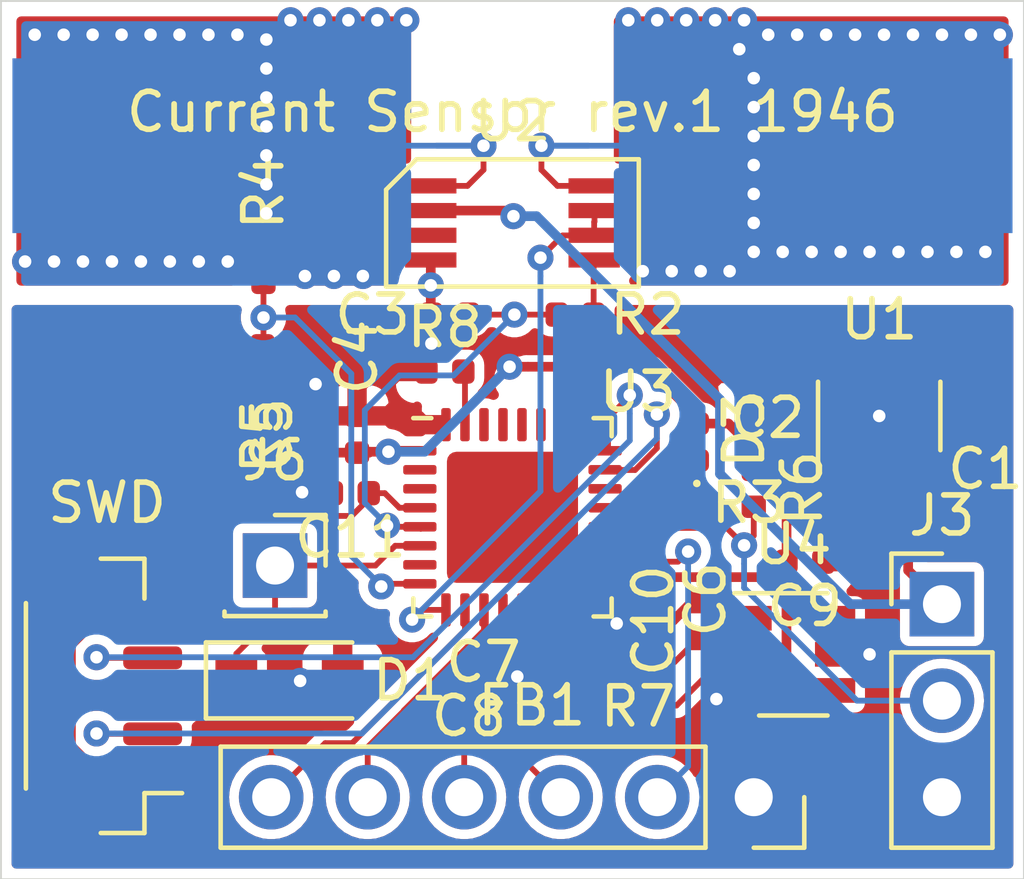
<source format=kicad_pcb>
(kicad_pcb (version 20171130) (host pcbnew "(5.1.4-0-10_14)")

  (general
    (thickness 1.6)
    (drawings 9)
    (tracks 328)
    (zones 0)
    (modules 32)
    (nets 41)
  )

  (page A4)
  (layers
    (0 F.Cu signal hide)
    (31 B.Cu signal)
    (32 B.Adhes user hide)
    (33 F.Adhes user hide)
    (34 B.Paste user hide)
    (35 F.Paste user hide)
    (36 B.SilkS user hide)
    (37 F.SilkS user hide)
    (38 B.Mask user hide)
    (39 F.Mask user hide)
    (40 Dwgs.User user hide)
    (41 Cmts.User user hide)
    (42 Eco1.User user hide)
    (43 Eco2.User user hide)
    (44 Edge.Cuts user)
    (45 Margin user hide)
    (46 B.CrtYd user)
    (47 F.CrtYd user)
    (48 B.Fab user hide)
    (49 F.Fab user hide)
  )

  (setup
    (last_trace_width 0.1524)
    (trace_clearance 0.1524)
    (zone_clearance 0.381)
    (zone_45_only no)
    (trace_min 0.1524)
    (via_size 0.6858)
    (via_drill 0.3302)
    (via_min_size 0.6858)
    (via_min_drill 0.3302)
    (uvia_size 0.6858)
    (uvia_drill 0.3302)
    (uvias_allowed no)
    (uvia_min_size 0.6858)
    (uvia_min_drill 0.3302)
    (edge_width 0.05)
    (segment_width 0.2)
    (pcb_text_width 0.3)
    (pcb_text_size 1.5 1.5)
    (mod_edge_width 0.12)
    (mod_text_size 1 1)
    (mod_text_width 0.15)
    (pad_size 1.524 1.524)
    (pad_drill 0.762)
    (pad_to_mask_clearance 0.0508)
    (solder_mask_min_width 0.0508)
    (aux_axis_origin 0 0)
    (visible_elements FFFFFF7F)
    (pcbplotparams
      (layerselection 0x010f0_ffffffff)
      (usegerberextensions false)
      (usegerberattributes false)
      (usegerberadvancedattributes false)
      (creategerberjobfile false)
      (excludeedgelayer true)
      (linewidth 0.100000)
      (plotframeref false)
      (viasonmask false)
      (mode 1)
      (useauxorigin false)
      (hpglpennumber 1)
      (hpglpenspeed 20)
      (hpglpendiameter 15.000000)
      (psnegative false)
      (psa4output false)
      (plotreference true)
      (plotvalue true)
      (plotinvisibletext false)
      (padsonsilk false)
      (subtractmaskfromsilk false)
      (outputformat 1)
      (mirror false)
      (drillshape 0)
      (scaleselection 1)
      (outputdirectory "gerber/"))
  )

  (net 0 "")
  (net 1 GND)
  (net 2 /MOTORPULSE)
  (net 3 /SWDIO)
  (net 4 /SWCLK)
  (net 5 "Net-(J1-Pad2)")
  (net 6 "Net-(R1-Pad2)")
  (net 7 "Net-(R2-Pad2)")
  (net 8 /RXTX)
  (net 9 "Net-(U1-Pad4)")
  (net 10 "Net-(R1-Pad3)")
  (net 11 /VREF)
  (net 12 "Net-(U2-Pad3)")
  (net 13 "Net-(U3-Pad2)")
  (net 14 "Net-(U3-Pad3)")
  (net 15 /EXT2)
  (net 16 /EXT3)
  (net 17 /EXT4)
  (net 18 /EXT5)
  (net 19 "Net-(U3-Pad20)")
  (net 20 "Net-(U3-Pad22)")
  (net 21 "Net-(U3-Pad26)")
  (net 22 "Net-(U3-Pad27)")
  (net 23 "Net-(U3-Pad28)")
  (net 24 "Net-(U3-Pad29)")
  (net 25 "Net-(U3-Pad30)")
  (net 26 "Net-(J2-Pad2)")
  (net 27 VCC)
  (net 28 "Net-(D3-Pad1)")
  (net 29 "Net-(U3-Pad25)")
  (net 30 +3V3)
  (net 31 /IMEAS)
  (net 32 VDDA)
  (net 33 "Net-(C10-Pad1)")
  (net 34 /~RESET~)
  (net 35 "Net-(FB1-Pad1)")
  (net 36 "Net-(R3-Pad1)")
  (net 37 /UMEAS)
  (net 38 "Net-(R8-Pad2)")
  (net 39 "Net-(U3-Pad7)")
  (net 40 /EXT1)

  (net_class Default "This is the default net class."
    (clearance 0.1524)
    (trace_width 0.1524)
    (via_dia 0.6858)
    (via_drill 0.3302)
    (uvia_dia 0.6858)
    (uvia_drill 0.3302)
    (diff_pair_width 0.1524)
    (diff_pair_gap 0.1524)
    (add_net /EXT1)
    (add_net /EXT2)
    (add_net /EXT3)
    (add_net /EXT4)
    (add_net /EXT5)
    (add_net /IMEAS)
    (add_net /MOTORPULSE)
    (add_net /RXTX)
    (add_net /SWCLK)
    (add_net /SWDIO)
    (add_net /UMEAS)
    (add_net /VREF)
    (add_net /~RESET~)
    (add_net "Net-(C10-Pad1)")
    (add_net "Net-(D3-Pad1)")
    (add_net "Net-(FB1-Pad1)")
    (add_net "Net-(J1-Pad2)")
    (add_net "Net-(J2-Pad2)")
    (add_net "Net-(R1-Pad2)")
    (add_net "Net-(R1-Pad3)")
    (add_net "Net-(R2-Pad2)")
    (add_net "Net-(R3-Pad1)")
    (add_net "Net-(R8-Pad2)")
    (add_net "Net-(U1-Pad4)")
    (add_net "Net-(U2-Pad3)")
    (add_net "Net-(U3-Pad2)")
    (add_net "Net-(U3-Pad20)")
    (add_net "Net-(U3-Pad22)")
    (add_net "Net-(U3-Pad25)")
    (add_net "Net-(U3-Pad26)")
    (add_net "Net-(U3-Pad27)")
    (add_net "Net-(U3-Pad28)")
    (add_net "Net-(U3-Pad29)")
    (add_net "Net-(U3-Pad3)")
    (add_net "Net-(U3-Pad30)")
    (add_net "Net-(U3-Pad7)")
  )

  (net_class VCC ""
    (clearance 0.2032)
    (trace_width 0.254)
    (via_dia 0.6858)
    (via_drill 0.3302)
    (uvia_dia 0.6858)
    (uvia_drill 0.3302)
    (diff_pair_width 0.1524)
    (diff_pair_gap 0.1524)
    (add_net +3V3)
    (add_net GND)
    (add_net VCC)
    (add_net VDDA)
  )

  (module local:XT60 (layer B.Cu) (tedit 5DD178A5) (tstamp 5DD0DB38)
    (at 144.78 54.4)
    (path /5DD5C751)
    (fp_text reference J2 (at 0 -0.5) (layer B.SilkS) hide
      (effects (font (size 1 1) (thickness 0.15)) (justify mirror))
    )
    (fp_text value Conn_01x02 (at 0 0.5) (layer B.Fab) hide
      (effects (font (size 1 1) (thickness 0.15)) (justify mirror))
    )
    (pad 2 smd rect (at 0 -3.6) (size 6 4.6) (layers B.Cu B.Paste B.Mask)
      (net 26 "Net-(J2-Pad2)"))
    (pad 1 smd rect (at 0 3.6) (size 6 4.6) (layers B.Cu B.Paste B.Mask)
      (net 1 GND))
  )

  (module Package_TO_SOT_SMD:SOT-23-6 (layer F.Cu) (tedit 5A02FF57) (tstamp 5E3241E8)
    (at 142.0114 64.1858)
    (descr "6-pin SOT-23 package")
    (tags SOT-23-6)
    (path /5E48D01D)
    (attr smd)
    (fp_text reference U4 (at 0 -2.9) (layer F.SilkS)
      (effects (font (size 1 1) (thickness 0.15)))
    )
    (fp_text value MCP1501 (at 0 2.9) (layer F.Fab)
      (effects (font (size 1 1) (thickness 0.15)))
    )
    (fp_line (start 0.9 -1.55) (end 0.9 1.55) (layer F.Fab) (width 0.1))
    (fp_line (start 0.9 1.55) (end -0.9 1.55) (layer F.Fab) (width 0.1))
    (fp_line (start -0.9 -0.9) (end -0.9 1.55) (layer F.Fab) (width 0.1))
    (fp_line (start 0.9 -1.55) (end -0.25 -1.55) (layer F.Fab) (width 0.1))
    (fp_line (start -0.9 -0.9) (end -0.25 -1.55) (layer F.Fab) (width 0.1))
    (fp_line (start -1.9 -1.8) (end -1.9 1.8) (layer F.CrtYd) (width 0.05))
    (fp_line (start -1.9 1.8) (end 1.9 1.8) (layer F.CrtYd) (width 0.05))
    (fp_line (start 1.9 1.8) (end 1.9 -1.8) (layer F.CrtYd) (width 0.05))
    (fp_line (start 1.9 -1.8) (end -1.9 -1.8) (layer F.CrtYd) (width 0.05))
    (fp_line (start 0.9 -1.61) (end -1.55 -1.61) (layer F.SilkS) (width 0.12))
    (fp_line (start -0.9 1.61) (end 0.9 1.61) (layer F.SilkS) (width 0.12))
    (fp_text user %R (at 0 0 90) (layer F.Fab)
      (effects (font (size 0.5 0.5) (thickness 0.075)))
    )
    (pad 5 smd rect (at 1.1 0) (size 1.06 0.65) (layers F.Cu F.Paste F.Mask)
      (net 1 GND))
    (pad 6 smd rect (at 1.1 -0.95) (size 1.06 0.65) (layers F.Cu F.Paste F.Mask)
      (net 30 +3V3))
    (pad 4 smd rect (at 1.1 0.95) (size 1.06 0.65) (layers F.Cu F.Paste F.Mask)
      (net 30 +3V3))
    (pad 3 smd rect (at -1.1 0.95) (size 1.06 0.65) (layers F.Cu F.Paste F.Mask)
      (net 1 GND))
    (pad 2 smd rect (at -1.1 0) (size 1.06 0.65) (layers F.Cu F.Paste F.Mask)
      (net 1 GND))
    (pad 1 smd rect (at -1.1 -0.95) (size 1.06 0.65) (layers F.Cu F.Paste F.Mask)
      (net 35 "Net-(FB1-Pad1)"))
    (model ${KISYS3DMOD}/Package_TO_SOT_SMD.3dshapes/SOT-23-6.wrl
      (at (xyz 0 0 0))
      (scale (xyz 1 1 1))
      (rotate (xyz 0 0 0))
    )
  )

  (module Connector_PinSocket_2.54mm:PinSocket_1x01_P2.54mm_Vertical (layer F.Cu) (tedit 5A19A434) (tstamp 5E331E21)
    (at 128.3716 61.849)
    (descr "Through hole straight socket strip, 1x01, 2.54mm pitch, single row (from Kicad 4.0.7), script generated")
    (tags "Through hole socket strip THT 1x01 2.54mm single row")
    (path /5DD28083)
    (fp_text reference J6 (at 0 -2.77) (layer F.SilkS)
      (effects (font (size 1 1) (thickness 0.15)))
    )
    (fp_text value Conn_01x01 (at 0 2.77) (layer F.Fab)
      (effects (font (size 1 1) (thickness 0.15)))
    )
    (fp_text user %R (at 0 0) (layer F.Fab)
      (effects (font (size 1 1) (thickness 0.15)))
    )
    (fp_line (start -1.8 1.75) (end -1.8 -1.8) (layer F.CrtYd) (width 0.05))
    (fp_line (start 1.75 1.75) (end -1.8 1.75) (layer F.CrtYd) (width 0.05))
    (fp_line (start 1.75 -1.8) (end 1.75 1.75) (layer F.CrtYd) (width 0.05))
    (fp_line (start -1.8 -1.8) (end 1.75 -1.8) (layer F.CrtYd) (width 0.05))
    (fp_line (start 0 -1.33) (end 1.33 -1.33) (layer F.SilkS) (width 0.12))
    (fp_line (start 1.33 -1.33) (end 1.33 0) (layer F.SilkS) (width 0.12))
    (fp_line (start 1.33 1.21) (end 1.33 1.33) (layer F.SilkS) (width 0.12))
    (fp_line (start -1.33 1.21) (end -1.33 1.33) (layer F.SilkS) (width 0.12))
    (fp_line (start -1.33 1.33) (end 1.33 1.33) (layer F.SilkS) (width 0.12))
    (fp_line (start -1.27 1.27) (end -1.27 -1.27) (layer F.Fab) (width 0.1))
    (fp_line (start 1.27 1.27) (end -1.27 1.27) (layer F.Fab) (width 0.1))
    (fp_line (start 1.27 -0.635) (end 1.27 1.27) (layer F.Fab) (width 0.1))
    (fp_line (start 0.635 -1.27) (end 1.27 -0.635) (layer F.Fab) (width 0.1))
    (fp_line (start -1.27 -1.27) (end 0.635 -1.27) (layer F.Fab) (width 0.1))
    (pad 1 thru_hole rect (at 0 0) (size 1.7 1.7) (drill 1) (layers *.Cu *.Mask)
      (net 2 /MOTORPULSE))
    (model ${KISYS3DMOD}/Connector_PinSocket_2.54mm.3dshapes/PinSocket_1x01_P2.54mm_Vertical.wrl
      (at (xyz 0 0 0))
      (scale (xyz 1 1 1))
      (rotate (xyz 0 0 0))
    )
  )

  (module Connector_PinSocket_2.54mm:PinSocket_1x06_P2.54mm_Vertical (layer F.Cu) (tedit 5A19A430) (tstamp 5E3249A6)
    (at 140.97 67.945 270)
    (descr "Through hole straight socket strip, 1x06, 2.54mm pitch, single row (from Kicad 4.0.7), script generated")
    (tags "Through hole socket strip THT 1x06 2.54mm single row")
    (path /5DD75BF4)
    (fp_text reference J7 (at 0 -2.77 90) (layer F.SilkS) hide
      (effects (font (size 1 1) (thickness 0.15)))
    )
    (fp_text value Conn_01x06 (at 0 15.47 90) (layer F.Fab)
      (effects (font (size 1 1) (thickness 0.15)))
    )
    (fp_text user %R (at 0 6.35) (layer F.Fab)
      (effects (font (size 1 1) (thickness 0.15)))
    )
    (fp_line (start -1.8 14.45) (end -1.8 -1.8) (layer F.CrtYd) (width 0.05))
    (fp_line (start 1.75 14.45) (end -1.8 14.45) (layer F.CrtYd) (width 0.05))
    (fp_line (start 1.75 -1.8) (end 1.75 14.45) (layer F.CrtYd) (width 0.05))
    (fp_line (start -1.8 -1.8) (end 1.75 -1.8) (layer F.CrtYd) (width 0.05))
    (fp_line (start 0 -1.33) (end 1.33 -1.33) (layer F.SilkS) (width 0.12))
    (fp_line (start 1.33 -1.33) (end 1.33 0) (layer F.SilkS) (width 0.12))
    (fp_line (start 1.33 1.27) (end 1.33 14.03) (layer F.SilkS) (width 0.12))
    (fp_line (start -1.33 14.03) (end 1.33 14.03) (layer F.SilkS) (width 0.12))
    (fp_line (start -1.33 1.27) (end -1.33 14.03) (layer F.SilkS) (width 0.12))
    (fp_line (start -1.33 1.27) (end 1.33 1.27) (layer F.SilkS) (width 0.12))
    (fp_line (start -1.27 13.97) (end -1.27 -1.27) (layer F.Fab) (width 0.1))
    (fp_line (start 1.27 13.97) (end -1.27 13.97) (layer F.Fab) (width 0.1))
    (fp_line (start 1.27 -0.635) (end 1.27 13.97) (layer F.Fab) (width 0.1))
    (fp_line (start 0.635 -1.27) (end 1.27 -0.635) (layer F.Fab) (width 0.1))
    (fp_line (start -1.27 -1.27) (end 0.635 -1.27) (layer F.Fab) (width 0.1))
    (pad 6 thru_hole oval (at 0 12.7 270) (size 1.7 1.7) (drill 1) (layers *.Cu *.Mask)
      (net 40 /EXT1))
    (pad 5 thru_hole oval (at 0 10.16 270) (size 1.7 1.7) (drill 1) (layers *.Cu *.Mask)
      (net 15 /EXT2))
    (pad 4 thru_hole oval (at 0 7.62 270) (size 1.7 1.7) (drill 1) (layers *.Cu *.Mask)
      (net 16 /EXT3))
    (pad 3 thru_hole oval (at 0 5.08 270) (size 1.7 1.7) (drill 1) (layers *.Cu *.Mask)
      (net 17 /EXT4))
    (pad 2 thru_hole oval (at 0 2.54 270) (size 1.7 1.7) (drill 1) (layers *.Cu *.Mask)
      (net 18 /EXT5))
    (pad 1 thru_hole rect (at 0 0 270) (size 1.7 1.7) (drill 1) (layers *.Cu *.Mask)
      (net 1 GND))
    (model ${KISYS3DMOD}/Connector_PinSocket_2.54mm.3dshapes/PinSocket_1x06_P2.54mm_Vertical.wrl
      (at (xyz 0 0 0))
      (scale (xyz 1 1 1))
      (rotate (xyz 0 0 0))
    )
  )

  (module Connector_PinHeader_2.54mm:PinHeader_1x03_P2.54mm_Vertical (layer F.Cu) (tedit 59FED5CC) (tstamp 5E324A9C)
    (at 145.923 62.865)
    (descr "Through hole straight pin header, 1x03, 2.54mm pitch, single row")
    (tags "Through hole pin header THT 1x03 2.54mm single row")
    (path /5E47DF7F)
    (fp_text reference J3 (at 0 -2.33) (layer F.SilkS)
      (effects (font (size 1 1) (thickness 0.15)))
    )
    (fp_text value Conn_01x03 (at 0 7.41) (layer F.Fab)
      (effects (font (size 1 1) (thickness 0.15)))
    )
    (fp_text user %R (at 0 2.54 90) (layer F.Fab)
      (effects (font (size 1 1) (thickness 0.15)))
    )
    (fp_line (start 1.8 -1.8) (end -1.8 -1.8) (layer F.CrtYd) (width 0.05))
    (fp_line (start 1.8 6.85) (end 1.8 -1.8) (layer F.CrtYd) (width 0.05))
    (fp_line (start -1.8 6.85) (end 1.8 6.85) (layer F.CrtYd) (width 0.05))
    (fp_line (start -1.8 -1.8) (end -1.8 6.85) (layer F.CrtYd) (width 0.05))
    (fp_line (start -1.33 -1.33) (end 0 -1.33) (layer F.SilkS) (width 0.12))
    (fp_line (start -1.33 0) (end -1.33 -1.33) (layer F.SilkS) (width 0.12))
    (fp_line (start -1.33 1.27) (end 1.33 1.27) (layer F.SilkS) (width 0.12))
    (fp_line (start 1.33 1.27) (end 1.33 6.41) (layer F.SilkS) (width 0.12))
    (fp_line (start -1.33 1.27) (end -1.33 6.41) (layer F.SilkS) (width 0.12))
    (fp_line (start -1.33 6.41) (end 1.33 6.41) (layer F.SilkS) (width 0.12))
    (fp_line (start -1.27 -0.635) (end -0.635 -1.27) (layer F.Fab) (width 0.1))
    (fp_line (start -1.27 6.35) (end -1.27 -0.635) (layer F.Fab) (width 0.1))
    (fp_line (start 1.27 6.35) (end -1.27 6.35) (layer F.Fab) (width 0.1))
    (fp_line (start 1.27 -1.27) (end 1.27 6.35) (layer F.Fab) (width 0.1))
    (fp_line (start -0.635 -1.27) (end 1.27 -1.27) (layer F.Fab) (width 0.1))
    (pad 3 thru_hole oval (at 0 5.08) (size 1.7 1.7) (drill 1) (layers *.Cu *.Mask)
      (net 1 GND))
    (pad 2 thru_hole oval (at 0 2.54) (size 1.7 1.7) (drill 1) (layers *.Cu *.Mask)
      (net 8 /RXTX))
    (pad 1 thru_hole rect (at 0 0) (size 1.7 1.7) (drill 1) (layers *.Cu *.Mask)
      (net 27 VCC))
    (model ${KISYS3DMOD}/Connector_PinHeader_2.54mm.3dshapes/PinHeader_1x03_P2.54mm_Vertical.wrl
      (at (xyz 0 0 0))
      (scale (xyz 1 1 1))
      (rotate (xyz 0 0 0))
    )
  )

  (module Resistor_SMD:R_0402_1005Metric (layer F.Cu) (tedit 5B301BBD) (tstamp 5E3240F8)
    (at 137.922 64.389 180)
    (descr "Resistor SMD 0402 (1005 Metric), square (rectangular) end terminal, IPC_7351 nominal, (Body size source: http://www.tortai-tech.com/upload/download/2011102023233369053.pdf), generated with kicad-footprint-generator")
    (tags resistor)
    (path /5E58EA33)
    (attr smd)
    (fp_text reference R7 (at 0 -1.17) (layer F.SilkS)
      (effects (font (size 1 1) (thickness 0.15)))
    )
    (fp_text value 50 (at 0 1.17) (layer F.Fab)
      (effects (font (size 1 1) (thickness 0.15)))
    )
    (fp_text user %R (at 0 0) (layer F.Fab)
      (effects (font (size 0.25 0.25) (thickness 0.04)))
    )
    (fp_line (start 0.93 0.47) (end -0.93 0.47) (layer F.CrtYd) (width 0.05))
    (fp_line (start 0.93 -0.47) (end 0.93 0.47) (layer F.CrtYd) (width 0.05))
    (fp_line (start -0.93 -0.47) (end 0.93 -0.47) (layer F.CrtYd) (width 0.05))
    (fp_line (start -0.93 0.47) (end -0.93 -0.47) (layer F.CrtYd) (width 0.05))
    (fp_line (start 0.5 0.25) (end -0.5 0.25) (layer F.Fab) (width 0.1))
    (fp_line (start 0.5 -0.25) (end 0.5 0.25) (layer F.Fab) (width 0.1))
    (fp_line (start -0.5 -0.25) (end 0.5 -0.25) (layer F.Fab) (width 0.1))
    (fp_line (start -0.5 0.25) (end -0.5 -0.25) (layer F.Fab) (width 0.1))
    (pad 2 smd roundrect (at 0.485 0 180) (size 0.59 0.64) (layers F.Cu F.Paste F.Mask) (roundrect_rratio 0.25)
      (net 32 VDDA))
    (pad 1 smd roundrect (at -0.485 0 180) (size 0.59 0.64) (layers F.Cu F.Paste F.Mask) (roundrect_rratio 0.25)
      (net 33 "Net-(C10-Pad1)"))
    (model ${KISYS3DMOD}/Resistor_SMD.3dshapes/R_0402_1005Metric.wrl
      (at (xyz 0 0 0))
      (scale (xyz 1 1 1))
      (rotate (xyz 0 0 0))
    )
  )

  (module Resistor_SMD:R_0402_1005Metric (layer F.Cu) (tedit 5B301BBD) (tstamp 5E324107)
    (at 132.842 56.7436)
    (descr "Resistor SMD 0402 (1005 Metric), square (rectangular) end terminal, IPC_7351 nominal, (Body size source: http://www.tortai-tech.com/upload/download/2011102023233369053.pdf), generated with kicad-footprint-generator")
    (tags resistor)
    (path /5E6244BC)
    (attr smd)
    (fp_text reference R8 (at 0 -1.17) (layer F.SilkS)
      (effects (font (size 1 1) (thickness 0.15)))
    )
    (fp_text value 10k (at 0 1.17) (layer F.Fab)
      (effects (font (size 1 1) (thickness 0.15)))
    )
    (fp_text user %R (at 0 0) (layer F.Fab)
      (effects (font (size 0.25 0.25) (thickness 0.04)))
    )
    (fp_line (start 0.93 0.47) (end -0.93 0.47) (layer F.CrtYd) (width 0.05))
    (fp_line (start 0.93 -0.47) (end 0.93 0.47) (layer F.CrtYd) (width 0.05))
    (fp_line (start -0.93 -0.47) (end 0.93 -0.47) (layer F.CrtYd) (width 0.05))
    (fp_line (start -0.93 0.47) (end -0.93 -0.47) (layer F.CrtYd) (width 0.05))
    (fp_line (start 0.5 0.25) (end -0.5 0.25) (layer F.Fab) (width 0.1))
    (fp_line (start 0.5 -0.25) (end 0.5 0.25) (layer F.Fab) (width 0.1))
    (fp_line (start -0.5 -0.25) (end 0.5 -0.25) (layer F.Fab) (width 0.1))
    (fp_line (start -0.5 0.25) (end -0.5 -0.25) (layer F.Fab) (width 0.1))
    (pad 2 smd roundrect (at 0.485 0) (size 0.59 0.64) (layers F.Cu F.Paste F.Mask) (roundrect_rratio 0.25)
      (net 38 "Net-(R8-Pad2)"))
    (pad 1 smd roundrect (at -0.485 0) (size 0.59 0.64) (layers F.Cu F.Paste F.Mask) (roundrect_rratio 0.25)
      (net 1 GND))
    (model ${KISYS3DMOD}/Resistor_SMD.3dshapes/R_0402_1005Metric.wrl
      (at (xyz 0 0 0))
      (scale (xyz 1 1 1))
      (rotate (xyz 0 0 0))
    )
  )

  (module Capacitor_SMD:C_0402_1005Metric (layer F.Cu) (tedit 5B301BBE) (tstamp 5E323F2C)
    (at 139.4968 63.2968 90)
    (descr "Capacitor SMD 0402 (1005 Metric), square (rectangular) end terminal, IPC_7351 nominal, (Body size source: http://www.tortai-tech.com/upload/download/2011102023233369053.pdf), generated with kicad-footprint-generator")
    (tags capacitor)
    (path /5E58F0B4)
    (attr smd)
    (fp_text reference C10 (at 0 -1.17 90) (layer F.SilkS)
      (effects (font (size 1 1) (thickness 0.15)))
    )
    (fp_text value 2.2uF (at 0 1.17 90) (layer F.Fab)
      (effects (font (size 1 1) (thickness 0.15)))
    )
    (fp_text user %R (at 0 0 90) (layer F.Fab)
      (effects (font (size 0.25 0.25) (thickness 0.04)))
    )
    (fp_line (start 0.93 0.47) (end -0.93 0.47) (layer F.CrtYd) (width 0.05))
    (fp_line (start 0.93 -0.47) (end 0.93 0.47) (layer F.CrtYd) (width 0.05))
    (fp_line (start -0.93 -0.47) (end 0.93 -0.47) (layer F.CrtYd) (width 0.05))
    (fp_line (start -0.93 0.47) (end -0.93 -0.47) (layer F.CrtYd) (width 0.05))
    (fp_line (start 0.5 0.25) (end -0.5 0.25) (layer F.Fab) (width 0.1))
    (fp_line (start 0.5 -0.25) (end 0.5 0.25) (layer F.Fab) (width 0.1))
    (fp_line (start -0.5 -0.25) (end 0.5 -0.25) (layer F.Fab) (width 0.1))
    (fp_line (start -0.5 0.25) (end -0.5 -0.25) (layer F.Fab) (width 0.1))
    (pad 2 smd roundrect (at 0.485 0 90) (size 0.59 0.64) (layers F.Cu F.Paste F.Mask) (roundrect_rratio 0.25)
      (net 1 GND))
    (pad 1 smd roundrect (at -0.485 0 90) (size 0.59 0.64) (layers F.Cu F.Paste F.Mask) (roundrect_rratio 0.25)
      (net 33 "Net-(C10-Pad1)"))
    (model ${KISYS3DMOD}/Capacitor_SMD.3dshapes/C_0402_1005Metric.wrl
      (at (xyz 0 0 0))
      (scale (xyz 1 1 1))
      (rotate (xyz 0 0 0))
    )
  )

  (module Capacitor_SMD:C_0402_1005Metric (layer F.Cu) (tedit 5B301BBE) (tstamp 5E323F3B)
    (at 130.3528 59.944 180)
    (descr "Capacitor SMD 0402 (1005 Metric), square (rectangular) end terminal, IPC_7351 nominal, (Body size source: http://www.tortai-tech.com/upload/download/2011102023233369053.pdf), generated with kicad-footprint-generator")
    (tags capacitor)
    (path /5E6147AA)
    (attr smd)
    (fp_text reference C11 (at 0 -1.17) (layer F.SilkS)
      (effects (font (size 1 1) (thickness 0.15)))
    )
    (fp_text value 100nF (at 0 1.17) (layer F.Fab)
      (effects (font (size 1 1) (thickness 0.15)))
    )
    (fp_text user %R (at 0 0) (layer F.Fab)
      (effects (font (size 0.25 0.25) (thickness 0.04)))
    )
    (fp_line (start 0.93 0.47) (end -0.93 0.47) (layer F.CrtYd) (width 0.05))
    (fp_line (start 0.93 -0.47) (end 0.93 0.47) (layer F.CrtYd) (width 0.05))
    (fp_line (start -0.93 -0.47) (end 0.93 -0.47) (layer F.CrtYd) (width 0.05))
    (fp_line (start -0.93 0.47) (end -0.93 -0.47) (layer F.CrtYd) (width 0.05))
    (fp_line (start 0.5 0.25) (end -0.5 0.25) (layer F.Fab) (width 0.1))
    (fp_line (start 0.5 -0.25) (end 0.5 0.25) (layer F.Fab) (width 0.1))
    (fp_line (start -0.5 -0.25) (end 0.5 -0.25) (layer F.Fab) (width 0.1))
    (fp_line (start -0.5 0.25) (end -0.5 -0.25) (layer F.Fab) (width 0.1))
    (pad 2 smd roundrect (at 0.485 0 180) (size 0.59 0.64) (layers F.Cu F.Paste F.Mask) (roundrect_rratio 0.25)
      (net 1 GND))
    (pad 1 smd roundrect (at -0.485 0 180) (size 0.59 0.64) (layers F.Cu F.Paste F.Mask) (roundrect_rratio 0.25)
      (net 34 /~RESET~))
    (model ${KISYS3DMOD}/Capacitor_SMD.3dshapes/C_0402_1005Metric.wrl
      (at (xyz 0 0 0))
      (scale (xyz 1 1 1))
      (rotate (xyz 0 0 0))
    )
  )

  (module Capacitor_SMD:C_0402_1005Metric (layer F.Cu) (tedit 5B301BBE) (tstamp 5E333EBA)
    (at 142.3162 61.7474 180)
    (descr "Capacitor SMD 0402 (1005 Metric), square (rectangular) end terminal, IPC_7351 nominal, (Body size source: http://www.tortai-tech.com/upload/download/2011102023233369053.pdf), generated with kicad-footprint-generator")
    (tags capacitor)
    (path /5E4AD6FB)
    (attr smd)
    (fp_text reference C9 (at 0 -1.17) (layer F.SilkS)
      (effects (font (size 1 1) (thickness 0.15)))
    )
    (fp_text value 100nF (at 0 1.17) (layer F.Fab)
      (effects (font (size 1 1) (thickness 0.15)))
    )
    (fp_text user %R (at 0 0) (layer F.Fab)
      (effects (font (size 0.25 0.25) (thickness 0.04)))
    )
    (fp_line (start 0.93 0.47) (end -0.93 0.47) (layer F.CrtYd) (width 0.05))
    (fp_line (start 0.93 -0.47) (end 0.93 0.47) (layer F.CrtYd) (width 0.05))
    (fp_line (start -0.93 -0.47) (end 0.93 -0.47) (layer F.CrtYd) (width 0.05))
    (fp_line (start -0.93 0.47) (end -0.93 -0.47) (layer F.CrtYd) (width 0.05))
    (fp_line (start 0.5 0.25) (end -0.5 0.25) (layer F.Fab) (width 0.1))
    (fp_line (start 0.5 -0.25) (end 0.5 0.25) (layer F.Fab) (width 0.1))
    (fp_line (start -0.5 -0.25) (end 0.5 -0.25) (layer F.Fab) (width 0.1))
    (fp_line (start -0.5 0.25) (end -0.5 -0.25) (layer F.Fab) (width 0.1))
    (pad 2 smd roundrect (at 0.485 0 180) (size 0.59 0.64) (layers F.Cu F.Paste F.Mask) (roundrect_rratio 0.25)
      (net 30 +3V3))
    (pad 1 smd roundrect (at -0.485 0 180) (size 0.59 0.64) (layers F.Cu F.Paste F.Mask) (roundrect_rratio 0.25)
      (net 1 GND))
    (model ${KISYS3DMOD}/Capacitor_SMD.3dshapes/C_0402_1005Metric.wrl
      (at (xyz 0 0 0))
      (scale (xyz 1 1 1))
      (rotate (xyz 0 0 0))
    )
  )

  (module "local:Bourns_ CSS2H" (layer B.Cu) (tedit 5DD19AAB) (tstamp 5DD1BA76)
    (at 134.62 50.8 180)
    (path /5DD089FA)
    (fp_text reference R1 (at 0.6858 0) (layer B.SilkS) hide
      (effects (font (size 1 1) (thickness 0.15)) (justify mirror))
    )
    (fp_text value "0.0002 1% 12W" (at 0.127 4.1402) (layer B.Fab) hide
      (effects (font (size 1 1) (thickness 0.15)) (justify mirror))
    )
    (fp_line (start -5.842 -3.302) (end -5.842 3.302) (layer B.CrtYd) (width 0.12))
    (fp_line (start 5.842 -3.302) (end -5.842 -3.302) (layer B.CrtYd) (width 0.12))
    (fp_line (start 5.842 3.302) (end 5.842 -3.302) (layer B.CrtYd) (width 0.12))
    (fp_line (start -5.842 3.302) (end 5.842 3.302) (layer B.CrtYd) (width 0.12))
    (pad 3 smd rect (at -2 0 180) (size 2.5 0.1524) (layers B.Cu B.Paste B.Mask)
      (net 10 "Net-(R1-Pad3)"))
    (pad 2 smd rect (at 2 0 180) (size 2.5 0.1524) (layers B.Cu B.Paste B.Mask)
      (net 6 "Net-(R1-Pad2)"))
    (pad 4 smd rect (at -4.15 0 180) (size 2.7 6.2) (layers B.Cu B.Paste B.Mask)
      (net 26 "Net-(J2-Pad2)"))
    (pad 1 smd rect (at 4.15 0 180) (size 2.7 6.2) (layers B.Cu B.Paste B.Mask)
      (net 5 "Net-(J1-Pad2)"))
  )

  (module Package_DFN_QFN:QFN-32-1EP_5x5mm_P0.5mm_EP3.45x3.45mm (layer F.Cu) (tedit 5B4E85CE) (tstamp 5DD1B9E3)
    (at 134.62 60.579)
    (descr "QFN, 32 Pin (http://www.analog.com/media/en/package-pcb-resources/package/pkg_pdf/ltc-legacy-qfn/QFN_32_05-08-1693.pdf), generated with kicad-footprint-generator ipc_dfn_qfn_generator.py")
    (tags "QFN DFN_QFN")
    (path /5DE1D368)
    (attr smd)
    (fp_text reference U3 (at 3.302 -3.302) (layer F.SilkS)
      (effects (font (size 1 1) (thickness 0.15)))
    )
    (fp_text value STM32G431KBUx (at 0 3.82) (layer F.Fab)
      (effects (font (size 1 1) (thickness 0.15)))
    )
    (fp_text user %R (at 0 0) (layer F.Fab)
      (effects (font (size 1 1) (thickness 0.15)))
    )
    (fp_line (start 3.12 -3.12) (end -3.12 -3.12) (layer F.CrtYd) (width 0.05))
    (fp_line (start 3.12 3.12) (end 3.12 -3.12) (layer F.CrtYd) (width 0.05))
    (fp_line (start -3.12 3.12) (end 3.12 3.12) (layer F.CrtYd) (width 0.05))
    (fp_line (start -3.12 -3.12) (end -3.12 3.12) (layer F.CrtYd) (width 0.05))
    (fp_line (start -2.5 -1.5) (end -1.5 -2.5) (layer F.Fab) (width 0.1))
    (fp_line (start -2.5 2.5) (end -2.5 -1.5) (layer F.Fab) (width 0.1))
    (fp_line (start 2.5 2.5) (end -2.5 2.5) (layer F.Fab) (width 0.1))
    (fp_line (start 2.5 -2.5) (end 2.5 2.5) (layer F.Fab) (width 0.1))
    (fp_line (start -1.5 -2.5) (end 2.5 -2.5) (layer F.Fab) (width 0.1))
    (fp_line (start -2.135 -2.61) (end -2.61 -2.61) (layer F.SilkS) (width 0.12))
    (fp_line (start 2.61 2.61) (end 2.61 2.135) (layer F.SilkS) (width 0.12))
    (fp_line (start 2.135 2.61) (end 2.61 2.61) (layer F.SilkS) (width 0.12))
    (fp_line (start -2.61 2.61) (end -2.61 2.135) (layer F.SilkS) (width 0.12))
    (fp_line (start -2.135 2.61) (end -2.61 2.61) (layer F.SilkS) (width 0.12))
    (fp_line (start 2.61 -2.61) (end 2.61 -2.135) (layer F.SilkS) (width 0.12))
    (fp_line (start 2.135 -2.61) (end 2.61 -2.61) (layer F.SilkS) (width 0.12))
    (pad 32 smd roundrect (at -1.75 -2.4375) (size 0.25 0.875) (layers F.Cu F.Paste F.Mask) (roundrect_rratio 0.25)
      (net 1 GND))
    (pad 31 smd roundrect (at -1.25 -2.4375) (size 0.25 0.875) (layers F.Cu F.Paste F.Mask) (roundrect_rratio 0.25)
      (net 38 "Net-(R8-Pad2)"))
    (pad 30 smd roundrect (at -0.75 -2.4375) (size 0.25 0.875) (layers F.Cu F.Paste F.Mask) (roundrect_rratio 0.25)
      (net 25 "Net-(U3-Pad30)"))
    (pad 29 smd roundrect (at -0.25 -2.4375) (size 0.25 0.875) (layers F.Cu F.Paste F.Mask) (roundrect_rratio 0.25)
      (net 24 "Net-(U3-Pad29)"))
    (pad 28 smd roundrect (at 0.25 -2.4375) (size 0.25 0.875) (layers F.Cu F.Paste F.Mask) (roundrect_rratio 0.25)
      (net 23 "Net-(U3-Pad28)"))
    (pad 27 smd roundrect (at 0.75 -2.4375) (size 0.25 0.875) (layers F.Cu F.Paste F.Mask) (roundrect_rratio 0.25)
      (net 22 "Net-(U3-Pad27)"))
    (pad 26 smd roundrect (at 1.25 -2.4375) (size 0.25 0.875) (layers F.Cu F.Paste F.Mask) (roundrect_rratio 0.25)
      (net 21 "Net-(U3-Pad26)"))
    (pad 25 smd roundrect (at 1.75 -2.4375) (size 0.25 0.875) (layers F.Cu F.Paste F.Mask) (roundrect_rratio 0.25)
      (net 29 "Net-(U3-Pad25)"))
    (pad 24 smd roundrect (at 2.4375 -1.75) (size 0.875 0.25) (layers F.Cu F.Paste F.Mask) (roundrect_rratio 0.25)
      (net 3 /SWDIO))
    (pad 23 smd roundrect (at 2.4375 -1.25) (size 0.875 0.25) (layers F.Cu F.Paste F.Mask) (roundrect_rratio 0.25)
      (net 4 /SWCLK))
    (pad 22 smd roundrect (at 2.4375 -0.75) (size 0.875 0.25) (layers F.Cu F.Paste F.Mask) (roundrect_rratio 0.25)
      (net 20 "Net-(U3-Pad22)"))
    (pad 21 smd roundrect (at 2.4375 -0.25) (size 0.875 0.25) (layers F.Cu F.Paste F.Mask) (roundrect_rratio 0.25)
      (net 36 "Net-(R3-Pad1)"))
    (pad 20 smd roundrect (at 2.4375 0.25) (size 0.875 0.25) (layers F.Cu F.Paste F.Mask) (roundrect_rratio 0.25)
      (net 19 "Net-(U3-Pad20)"))
    (pad 19 smd roundrect (at 2.4375 0.75) (size 0.875 0.25) (layers F.Cu F.Paste F.Mask) (roundrect_rratio 0.25)
      (net 8 /RXTX))
    (pad 18 smd roundrect (at 2.4375 1.25) (size 0.875 0.25) (layers F.Cu F.Paste F.Mask) (roundrect_rratio 0.25)
      (net 18 /EXT5))
    (pad 17 smd roundrect (at 2.4375 1.75) (size 0.875 0.25) (layers F.Cu F.Paste F.Mask) (roundrect_rratio 0.25)
      (net 30 +3V3))
    (pad 16 smd roundrect (at 1.75 2.4375) (size 0.25 0.875) (layers F.Cu F.Paste F.Mask) (roundrect_rratio 0.25)
      (net 1 GND))
    (pad 15 smd roundrect (at 1.25 2.4375) (size 0.25 0.875) (layers F.Cu F.Paste F.Mask) (roundrect_rratio 0.25)
      (net 32 VDDA))
    (pad 14 smd roundrect (at 0.75 2.4375) (size 0.25 0.875) (layers F.Cu F.Paste F.Mask) (roundrect_rratio 0.25)
      (net 1 GND))
    (pad 13 smd roundrect (at 0.25 2.4375) (size 0.25 0.875) (layers F.Cu F.Paste F.Mask) (roundrect_rratio 0.25)
      (net 17 /EXT4))
    (pad 12 smd roundrect (at -0.25 2.4375) (size 0.25 0.875) (layers F.Cu F.Paste F.Mask) (roundrect_rratio 0.25)
      (net 16 /EXT3))
    (pad 11 smd roundrect (at -0.75 2.4375) (size 0.25 0.875) (layers F.Cu F.Paste F.Mask) (roundrect_rratio 0.25)
      (net 15 /EXT2))
    (pad 10 smd roundrect (at -1.25 2.4375) (size 0.25 0.875) (layers F.Cu F.Paste F.Mask) (roundrect_rratio 0.25)
      (net 40 /EXT1))
    (pad 9 smd roundrect (at -1.75 2.4375) (size 0.25 0.875) (layers F.Cu F.Paste F.Mask) (roundrect_rratio 0.25)
      (net 11 /VREF))
    (pad 8 smd roundrect (at -2.4375 1.75) (size 0.875 0.25) (layers F.Cu F.Paste F.Mask) (roundrect_rratio 0.25)
      (net 37 /UMEAS))
    (pad 7 smd roundrect (at -2.4375 1.25) (size 0.875 0.25) (layers F.Cu F.Paste F.Mask) (roundrect_rratio 0.25)
      (net 39 "Net-(U3-Pad7)"))
    (pad 6 smd roundrect (at -2.4375 0.75) (size 0.875 0.25) (layers F.Cu F.Paste F.Mask) (roundrect_rratio 0.25)
      (net 2 /MOTORPULSE))
    (pad 5 smd roundrect (at -2.4375 0.25) (size 0.875 0.25) (layers F.Cu F.Paste F.Mask) (roundrect_rratio 0.25)
      (net 31 /IMEAS))
    (pad 4 smd roundrect (at -2.4375 -0.25) (size 0.875 0.25) (layers F.Cu F.Paste F.Mask) (roundrect_rratio 0.25)
      (net 34 /~RESET~))
    (pad 3 smd roundrect (at -2.4375 -0.75) (size 0.875 0.25) (layers F.Cu F.Paste F.Mask) (roundrect_rratio 0.25)
      (net 14 "Net-(U3-Pad3)"))
    (pad 2 smd roundrect (at -2.4375 -1.25) (size 0.875 0.25) (layers F.Cu F.Paste F.Mask) (roundrect_rratio 0.25)
      (net 13 "Net-(U3-Pad2)"))
    (pad 1 smd roundrect (at -2.4375 -1.75) (size 0.875 0.25) (layers F.Cu F.Paste F.Mask) (roundrect_rratio 0.25)
      (net 30 +3V3))
    (pad "" smd roundrect (at 1.15 1.15) (size 0.93 0.93) (layers F.Paste) (roundrect_rratio 0.25))
    (pad "" smd roundrect (at 1.15 0) (size 0.93 0.93) (layers F.Paste) (roundrect_rratio 0.25))
    (pad "" smd roundrect (at 1.15 -1.15) (size 0.93 0.93) (layers F.Paste) (roundrect_rratio 0.25))
    (pad "" smd roundrect (at 0 1.15) (size 0.93 0.93) (layers F.Paste) (roundrect_rratio 0.25))
    (pad "" smd roundrect (at 0 0) (size 0.93 0.93) (layers F.Paste) (roundrect_rratio 0.25))
    (pad "" smd roundrect (at 0 -1.15) (size 0.93 0.93) (layers F.Paste) (roundrect_rratio 0.25))
    (pad "" smd roundrect (at -1.15 1.15) (size 0.93 0.93) (layers F.Paste) (roundrect_rratio 0.25))
    (pad "" smd roundrect (at -1.15 0) (size 0.93 0.93) (layers F.Paste) (roundrect_rratio 0.25))
    (pad "" smd roundrect (at -1.15 -1.15) (size 0.93 0.93) (layers F.Paste) (roundrect_rratio 0.25))
    (pad 33 smd roundrect (at 0 0) (size 3.45 3.45) (layers F.Cu F.Mask) (roundrect_rratio 0.072464))
    (model ${KISYS3DMOD}/Package_DFN_QFN.3dshapes/QFN-32-1EP_5x5mm_P0.5mm_EP3.45x3.45mm.wrl
      (at (xyz 0 0 0))
      (scale (xyz 1 1 1))
      (rotate (xyz 0 0 0))
    )
  )

  (module Resistor_SMD:R_0402_1005Metric (layer F.Cu) (tedit 5B301BBD) (tstamp 5DD1ADC5)
    (at 140.97 59.817 90)
    (descr "Resistor SMD 0402 (1005 Metric), square (rectangular) end terminal, IPC_7351 nominal, (Body size source: http://www.tortai-tech.com/upload/download/2011102023233369053.pdf), generated with kicad-footprint-generator")
    (tags resistor)
    (path /5DD70BDC)
    (attr smd)
    (fp_text reference R6 (at 0 1.27 90) (layer F.SilkS)
      (effects (font (size 1 1) (thickness 0.15)))
    )
    (fp_text value R (at 0 1.17 90) (layer F.Fab)
      (effects (font (size 1 1) (thickness 0.15)))
    )
    (fp_text user %R (at 0 0 90) (layer F.Fab)
      (effects (font (size 0.25 0.25) (thickness 0.04)))
    )
    (fp_line (start 0.93 0.47) (end -0.93 0.47) (layer F.CrtYd) (width 0.05))
    (fp_line (start 0.93 -0.47) (end 0.93 0.47) (layer F.CrtYd) (width 0.05))
    (fp_line (start -0.93 -0.47) (end 0.93 -0.47) (layer F.CrtYd) (width 0.05))
    (fp_line (start -0.93 0.47) (end -0.93 -0.47) (layer F.CrtYd) (width 0.05))
    (fp_line (start 0.5 0.25) (end -0.5 0.25) (layer F.Fab) (width 0.1))
    (fp_line (start 0.5 -0.25) (end 0.5 0.25) (layer F.Fab) (width 0.1))
    (fp_line (start -0.5 -0.25) (end 0.5 -0.25) (layer F.Fab) (width 0.1))
    (fp_line (start -0.5 0.25) (end -0.5 -0.25) (layer F.Fab) (width 0.1))
    (pad 2 smd roundrect (at 0.485 0 90) (size 0.59 0.64) (layers F.Cu F.Paste F.Mask) (roundrect_rratio 0.25)
      (net 30 +3V3))
    (pad 1 smd roundrect (at -0.485 0 90) (size 0.59 0.64) (layers F.Cu F.Paste F.Mask) (roundrect_rratio 0.25)
      (net 8 /RXTX))
    (model ${KISYS3DMOD}/Resistor_SMD.3dshapes/R_0402_1005Metric.wrl
      (at (xyz 0 0 0))
      (scale (xyz 1 1 1))
      (rotate (xyz 0 0 0))
    )
  )

  (module Resistor_SMD:R_0402_1005Metric (layer F.Cu) (tedit 5B301BBD) (tstamp 5E334573)
    (at 128.0414 56.538 90)
    (descr "Resistor SMD 0402 (1005 Metric), square (rectangular) end terminal, IPC_7351 nominal, (Body size source: http://www.tortai-tech.com/upload/download/2011102023233369053.pdf), generated with kicad-footprint-generator")
    (tags resistor)
    (path /5DD3F6D0)
    (attr smd)
    (fp_text reference R5 (at -1.905 0 90) (layer F.SilkS)
      (effects (font (size 1 1) (thickness 0.15)))
    )
    (fp_text value "2k4 0.1%" (at 0 1.17 90) (layer F.Fab)
      (effects (font (size 1 1) (thickness 0.15)))
    )
    (fp_text user %R (at 0 0 90) (layer F.Fab)
      (effects (font (size 0.25 0.25) (thickness 0.04)))
    )
    (fp_line (start 0.93 0.47) (end -0.93 0.47) (layer F.CrtYd) (width 0.05))
    (fp_line (start 0.93 -0.47) (end 0.93 0.47) (layer F.CrtYd) (width 0.05))
    (fp_line (start -0.93 -0.47) (end 0.93 -0.47) (layer F.CrtYd) (width 0.05))
    (fp_line (start -0.93 0.47) (end -0.93 -0.47) (layer F.CrtYd) (width 0.05))
    (fp_line (start 0.5 0.25) (end -0.5 0.25) (layer F.Fab) (width 0.1))
    (fp_line (start 0.5 -0.25) (end 0.5 0.25) (layer F.Fab) (width 0.1))
    (fp_line (start -0.5 -0.25) (end 0.5 -0.25) (layer F.Fab) (width 0.1))
    (fp_line (start -0.5 0.25) (end -0.5 -0.25) (layer F.Fab) (width 0.1))
    (pad 2 smd roundrect (at 0.485 0 90) (size 0.59 0.64) (layers F.Cu F.Paste F.Mask) (roundrect_rratio 0.25)
      (net 37 /UMEAS))
    (pad 1 smd roundrect (at -0.485 0 90) (size 0.59 0.64) (layers F.Cu F.Paste F.Mask) (roundrect_rratio 0.25)
      (net 1 GND))
    (model ${KISYS3DMOD}/Resistor_SMD.3dshapes/R_0402_1005Metric.wrl
      (at (xyz 0 0 0))
      (scale (xyz 1 1 1))
      (rotate (xyz 0 0 0))
    )
  )

  (module Resistor_SMD:R_0402_1005Metric (layer F.Cu) (tedit 5B301BBD) (tstamp 5DD0BA81)
    (at 128.0668 53.9242 90)
    (descr "Resistor SMD 0402 (1005 Metric), square (rectangular) end terminal, IPC_7351 nominal, (Body size source: http://www.tortai-tech.com/upload/download/2011102023233369053.pdf), generated with kicad-footprint-generator")
    (tags resistor)
    (path /5DD3EEEA)
    (attr smd)
    (fp_text reference R4 (at 1.905 0 90) (layer F.SilkS)
      (effects (font (size 1 1) (thickness 0.15)))
    )
    (fp_text value "38k3 0.1%" (at 0 1.17 90) (layer F.Fab)
      (effects (font (size 1 1) (thickness 0.15)))
    )
    (fp_text user %R (at 0 0 90) (layer F.Fab)
      (effects (font (size 0.25 0.25) (thickness 0.04)))
    )
    (fp_line (start 0.93 0.47) (end -0.93 0.47) (layer F.CrtYd) (width 0.05))
    (fp_line (start 0.93 -0.47) (end 0.93 0.47) (layer F.CrtYd) (width 0.05))
    (fp_line (start -0.93 -0.47) (end 0.93 -0.47) (layer F.CrtYd) (width 0.05))
    (fp_line (start -0.93 0.47) (end -0.93 -0.47) (layer F.CrtYd) (width 0.05))
    (fp_line (start 0.5 0.25) (end -0.5 0.25) (layer F.Fab) (width 0.1))
    (fp_line (start 0.5 -0.25) (end 0.5 0.25) (layer F.Fab) (width 0.1))
    (fp_line (start -0.5 -0.25) (end 0.5 -0.25) (layer F.Fab) (width 0.1))
    (fp_line (start -0.5 0.25) (end -0.5 -0.25) (layer F.Fab) (width 0.1))
    (pad 2 smd roundrect (at 0.485 0 90) (size 0.59 0.64) (layers F.Cu F.Paste F.Mask) (roundrect_rratio 0.25)
      (net 5 "Net-(J1-Pad2)"))
    (pad 1 smd roundrect (at -0.485 0 90) (size 0.59 0.64) (layers F.Cu F.Paste F.Mask) (roundrect_rratio 0.25)
      (net 37 /UMEAS))
    (model ${KISYS3DMOD}/Resistor_SMD.3dshapes/R_0402_1005Metric.wrl
      (at (xyz 0 0 0))
      (scale (xyz 1 1 1))
      (rotate (xyz 0 0 0))
    )
  )

  (module Resistor_SMD:R_0402_1005Metric (layer F.Cu) (tedit 5B301BBD) (tstamp 5DD1A2EE)
    (at 138.9888 60.2742)
    (descr "Resistor SMD 0402 (1005 Metric), square (rectangular) end terminal, IPC_7351 nominal, (Body size source: http://www.tortai-tech.com/upload/download/2011102023233369053.pdf), generated with kicad-footprint-generator")
    (tags resistor)
    (path /5DDCAC4A)
    (attr smd)
    (fp_text reference R3 (at 1.8542 -0.0762) (layer F.SilkS)
      (effects (font (size 1 1) (thickness 0.15)))
    )
    (fp_text value R (at 0 1.17) (layer F.Fab)
      (effects (font (size 1 1) (thickness 0.15)))
    )
    (fp_text user %R (at 0 0) (layer F.Fab)
      (effects (font (size 0.25 0.25) (thickness 0.04)))
    )
    (fp_line (start 0.93 0.47) (end -0.93 0.47) (layer F.CrtYd) (width 0.05))
    (fp_line (start 0.93 -0.47) (end 0.93 0.47) (layer F.CrtYd) (width 0.05))
    (fp_line (start -0.93 -0.47) (end 0.93 -0.47) (layer F.CrtYd) (width 0.05))
    (fp_line (start -0.93 0.47) (end -0.93 -0.47) (layer F.CrtYd) (width 0.05))
    (fp_line (start 0.5 0.25) (end -0.5 0.25) (layer F.Fab) (width 0.1))
    (fp_line (start 0.5 -0.25) (end 0.5 0.25) (layer F.Fab) (width 0.1))
    (fp_line (start -0.5 -0.25) (end 0.5 -0.25) (layer F.Fab) (width 0.1))
    (fp_line (start -0.5 0.25) (end -0.5 -0.25) (layer F.Fab) (width 0.1))
    (pad 2 smd roundrect (at 0.485 0) (size 0.59 0.64) (layers F.Cu F.Paste F.Mask) (roundrect_rratio 0.25)
      (net 28 "Net-(D3-Pad1)"))
    (pad 1 smd roundrect (at -0.485 0) (size 0.59 0.64) (layers F.Cu F.Paste F.Mask) (roundrect_rratio 0.25)
      (net 36 "Net-(R3-Pad1)"))
    (model ${KISYS3DMOD}/Resistor_SMD.3dshapes/R_0402_1005Metric.wrl
      (at (xyz 0 0 0))
      (scale (xyz 1 1 1))
      (rotate (xyz 0 0 0))
    )
  )

  (module Resistor_SMD:R_0402_1005Metric (layer F.Cu) (tedit 5B301BBD) (tstamp 5E324C06)
    (at 136.271 55.245)
    (descr "Resistor SMD 0402 (1005 Metric), square (rectangular) end terminal, IPC_7351 nominal, (Body size source: http://www.tortai-tech.com/upload/download/2011102023233369053.pdf), generated with kicad-footprint-generator")
    (tags resistor)
    (path /5DD0D8F5)
    (attr smd)
    (fp_text reference R2 (at 1.905 0) (layer F.SilkS)
      (effects (font (size 1 1) (thickness 0.15)))
    )
    (fp_text value 1k (at 0 1.17) (layer F.Fab)
      (effects (font (size 1 1) (thickness 0.15)))
    )
    (fp_text user %R (at 0 0) (layer F.Fab)
      (effects (font (size 0.25 0.25) (thickness 0.04)))
    )
    (fp_line (start 0.93 0.47) (end -0.93 0.47) (layer F.CrtYd) (width 0.05))
    (fp_line (start 0.93 -0.47) (end 0.93 0.47) (layer F.CrtYd) (width 0.05))
    (fp_line (start -0.93 -0.47) (end 0.93 -0.47) (layer F.CrtYd) (width 0.05))
    (fp_line (start -0.93 0.47) (end -0.93 -0.47) (layer F.CrtYd) (width 0.05))
    (fp_line (start 0.5 0.25) (end -0.5 0.25) (layer F.Fab) (width 0.1))
    (fp_line (start 0.5 -0.25) (end 0.5 0.25) (layer F.Fab) (width 0.1))
    (fp_line (start -0.5 -0.25) (end 0.5 -0.25) (layer F.Fab) (width 0.1))
    (fp_line (start -0.5 0.25) (end -0.5 -0.25) (layer F.Fab) (width 0.1))
    (pad 2 smd roundrect (at 0.485 0) (size 0.59 0.64) (layers F.Cu F.Paste F.Mask) (roundrect_rratio 0.25)
      (net 7 "Net-(R2-Pad2)"))
    (pad 1 smd roundrect (at -0.485 0) (size 0.59 0.64) (layers F.Cu F.Paste F.Mask) (roundrect_rratio 0.25)
      (net 31 /IMEAS))
    (model ${KISYS3DMOD}/Resistor_SMD.3dshapes/R_0402_1005Metric.wrl
      (at (xyz 0 0 0))
      (scale (xyz 1 1 1))
      (rotate (xyz 0 0 0))
    )
  )

  (module LED_SMD:LED_0402_1005Metric (layer F.Cu) (tedit 5B301BBE) (tstamp 5DD19381)
    (at 139.4714 58.5978 90)
    (descr "LED SMD 0402 (1005 Metric), square (rectangular) end terminal, IPC_7351 nominal, (Body size source: http://www.tortai-tech.com/upload/download/2011102023233369053.pdf), generated with kicad-footprint-generator")
    (tags LED)
    (path /5DDC9661)
    (attr smd)
    (fp_text reference D3 (at 0.3048 1.2446 90) (layer F.SilkS)
      (effects (font (size 1 1) (thickness 0.15)))
    )
    (fp_text value LED (at 0 1.17 90) (layer F.Fab)
      (effects (font (size 1 1) (thickness 0.15)))
    )
    (fp_text user %R (at 0 0 90) (layer F.Fab)
      (effects (font (size 0.25 0.25) (thickness 0.04)))
    )
    (fp_line (start 0.93 0.47) (end -0.93 0.47) (layer F.CrtYd) (width 0.05))
    (fp_line (start 0.93 -0.47) (end 0.93 0.47) (layer F.CrtYd) (width 0.05))
    (fp_line (start -0.93 -0.47) (end 0.93 -0.47) (layer F.CrtYd) (width 0.05))
    (fp_line (start -0.93 0.47) (end -0.93 -0.47) (layer F.CrtYd) (width 0.05))
    (fp_line (start -0.3 0.25) (end -0.3 -0.25) (layer F.Fab) (width 0.1))
    (fp_line (start -0.4 0.25) (end -0.4 -0.25) (layer F.Fab) (width 0.1))
    (fp_line (start 0.5 0.25) (end -0.5 0.25) (layer F.Fab) (width 0.1))
    (fp_line (start 0.5 -0.25) (end 0.5 0.25) (layer F.Fab) (width 0.1))
    (fp_line (start -0.5 -0.25) (end 0.5 -0.25) (layer F.Fab) (width 0.1))
    (fp_line (start -0.5 0.25) (end -0.5 -0.25) (layer F.Fab) (width 0.1))
    (fp_circle (center -1.09 0) (end -1.04 0) (layer F.SilkS) (width 0.1))
    (pad 2 smd roundrect (at 0.485 0 90) (size 0.59 0.64) (layers F.Cu F.Paste F.Mask) (roundrect_rratio 0.25)
      (net 30 +3V3))
    (pad 1 smd roundrect (at -0.485 0 90) (size 0.59 0.64) (layers F.Cu F.Paste F.Mask) (roundrect_rratio 0.25)
      (net 28 "Net-(D3-Pad1)"))
    (model ${KISYS3DMOD}/LED_SMD.3dshapes/LED_0402_1005Metric.wrl
      (at (xyz 0 0 0))
      (scale (xyz 1 1 1))
      (rotate (xyz 0 0 0))
    )
  )

  (module local:XT60 (layer B.Cu) (tedit 5DD178A5) (tstamp 5DD22880)
    (at 124.46 54.4)
    (path /5DD5794B)
    (fp_text reference J1 (at 0 -0.5) (layer B.SilkS) hide
      (effects (font (size 1 1) (thickness 0.15)) (justify mirror))
    )
    (fp_text value Conn_01x02 (at 0 0.5) (layer B.Fab) hide
      (effects (font (size 1 1) (thickness 0.15)) (justify mirror))
    )
    (pad 2 smd rect (at 0 -3.6) (size 6 4.6) (layers B.Cu B.Paste B.Mask)
      (net 5 "Net-(J1-Pad2)"))
    (pad 1 smd rect (at 0 3.6) (size 6 4.6) (layers B.Cu B.Paste B.Mask)
      (net 1 GND))
  )

  (module Capacitor_SMD:C_0402_1005Metric (layer F.Cu) (tedit 5B301BBE) (tstamp 5DD1BF91)
    (at 145.542 60.452)
    (descr "Capacitor SMD 0402 (1005 Metric), square (rectangular) end terminal, IPC_7351 nominal, (Body size source: http://www.tortai-tech.com/upload/download/2011102023233369053.pdf), generated with kicad-footprint-generator")
    (tags capacitor)
    (path /5DD18520)
    (attr smd)
    (fp_text reference C1 (at 1.524 -1.143) (layer F.SilkS)
      (effects (font (size 1 1) (thickness 0.15)))
    )
    (fp_text value 1.0uF (at 0 1.17) (layer F.Fab)
      (effects (font (size 1 1) (thickness 0.15)))
    )
    (fp_line (start -0.5 0.25) (end -0.5 -0.25) (layer F.Fab) (width 0.1))
    (fp_line (start -0.5 -0.25) (end 0.5 -0.25) (layer F.Fab) (width 0.1))
    (fp_line (start 0.5 -0.25) (end 0.5 0.25) (layer F.Fab) (width 0.1))
    (fp_line (start 0.5 0.25) (end -0.5 0.25) (layer F.Fab) (width 0.1))
    (fp_line (start -0.93 0.47) (end -0.93 -0.47) (layer F.CrtYd) (width 0.05))
    (fp_line (start -0.93 -0.47) (end 0.93 -0.47) (layer F.CrtYd) (width 0.05))
    (fp_line (start 0.93 -0.47) (end 0.93 0.47) (layer F.CrtYd) (width 0.05))
    (fp_line (start 0.93 0.47) (end -0.93 0.47) (layer F.CrtYd) (width 0.05))
    (fp_text user %R (at 0 0) (layer F.Fab)
      (effects (font (size 0.25 0.25) (thickness 0.04)))
    )
    (pad 1 smd roundrect (at -0.485 0) (size 0.59 0.64) (layers F.Cu F.Paste F.Mask) (roundrect_rratio 0.25)
      (net 27 VCC))
    (pad 2 smd roundrect (at 0.485 0) (size 0.59 0.64) (layers F.Cu F.Paste F.Mask) (roundrect_rratio 0.25)
      (net 1 GND))
    (model ${KISYS3DMOD}/Capacitor_SMD.3dshapes/C_0402_1005Metric.wrl
      (at (xyz 0 0 0))
      (scale (xyz 1 1 1))
      (rotate (xyz 0 0 0))
    )
  )

  (module Capacitor_SMD:C_0402_1005Metric (layer F.Cu) (tedit 5B301BBE) (tstamp 5DD1BF67)
    (at 141.3232 56.7944 180)
    (descr "Capacitor SMD 0402 (1005 Metric), square (rectangular) end terminal, IPC_7351 nominal, (Body size source: http://www.tortai-tech.com/upload/download/2011102023233369053.pdf), generated with kicad-footprint-generator")
    (tags capacitor)
    (path /5DD178E8)
    (attr smd)
    (fp_text reference C2 (at 0 -1.17) (layer F.SilkS)
      (effects (font (size 1 1) (thickness 0.15)))
    )
    (fp_text value 2.2uF (at 0 1.17) (layer F.Fab)
      (effects (font (size 1 1) (thickness 0.15)))
    )
    (fp_text user %R (at 0 0) (layer F.Fab)
      (effects (font (size 0.25 0.25) (thickness 0.04)))
    )
    (fp_line (start 0.93 0.47) (end -0.93 0.47) (layer F.CrtYd) (width 0.05))
    (fp_line (start 0.93 -0.47) (end 0.93 0.47) (layer F.CrtYd) (width 0.05))
    (fp_line (start -0.93 -0.47) (end 0.93 -0.47) (layer F.CrtYd) (width 0.05))
    (fp_line (start -0.93 0.47) (end -0.93 -0.47) (layer F.CrtYd) (width 0.05))
    (fp_line (start 0.5 0.25) (end -0.5 0.25) (layer F.Fab) (width 0.1))
    (fp_line (start 0.5 -0.25) (end 0.5 0.25) (layer F.Fab) (width 0.1))
    (fp_line (start -0.5 -0.25) (end 0.5 -0.25) (layer F.Fab) (width 0.1))
    (fp_line (start -0.5 0.25) (end -0.5 -0.25) (layer F.Fab) (width 0.1))
    (pad 2 smd roundrect (at 0.485 0 180) (size 0.59 0.64) (layers F.Cu F.Paste F.Mask) (roundrect_rratio 0.25)
      (net 1 GND))
    (pad 1 smd roundrect (at -0.485 0 180) (size 0.59 0.64) (layers F.Cu F.Paste F.Mask) (roundrect_rratio 0.25)
      (net 30 +3V3))
    (model ${KISYS3DMOD}/Capacitor_SMD.3dshapes/C_0402_1005Metric.wrl
      (at (xyz 0 0 0))
      (scale (xyz 1 1 1))
      (rotate (xyz 0 0 0))
    )
  )

  (module Capacitor_SMD:C_0402_1005Metric (layer F.Cu) (tedit 5B301BBE) (tstamp 5E324BDC)
    (at 132.969 55.245 180)
    (descr "Capacitor SMD 0402 (1005 Metric), square (rectangular) end terminal, IPC_7351 nominal, (Body size source: http://www.tortai-tech.com/upload/download/2011102023233369053.pdf), generated with kicad-footprint-generator")
    (tags capacitor)
    (path /5DD0E62E)
    (attr smd)
    (fp_text reference C3 (at 2.032 0) (layer F.SilkS)
      (effects (font (size 1 1) (thickness 0.15)))
    )
    (fp_text value 100pF (at 0 1.17) (layer F.Fab)
      (effects (font (size 1 1) (thickness 0.15)))
    )
    (fp_line (start -0.5 0.25) (end -0.5 -0.25) (layer F.Fab) (width 0.1))
    (fp_line (start -0.5 -0.25) (end 0.5 -0.25) (layer F.Fab) (width 0.1))
    (fp_line (start 0.5 -0.25) (end 0.5 0.25) (layer F.Fab) (width 0.1))
    (fp_line (start 0.5 0.25) (end -0.5 0.25) (layer F.Fab) (width 0.1))
    (fp_line (start -0.93 0.47) (end -0.93 -0.47) (layer F.CrtYd) (width 0.05))
    (fp_line (start -0.93 -0.47) (end 0.93 -0.47) (layer F.CrtYd) (width 0.05))
    (fp_line (start 0.93 -0.47) (end 0.93 0.47) (layer F.CrtYd) (width 0.05))
    (fp_line (start 0.93 0.47) (end -0.93 0.47) (layer F.CrtYd) (width 0.05))
    (fp_text user %R (at 0 0) (layer F.Fab)
      (effects (font (size 0.25 0.25) (thickness 0.04)))
    )
    (pad 1 smd roundrect (at -0.485 0 180) (size 0.59 0.64) (layers F.Cu F.Paste F.Mask) (roundrect_rratio 0.25)
      (net 31 /IMEAS))
    (pad 2 smd roundrect (at 0.485 0 180) (size 0.59 0.64) (layers F.Cu F.Paste F.Mask) (roundrect_rratio 0.25)
      (net 1 GND))
    (model ${KISYS3DMOD}/Capacitor_SMD.3dshapes/C_0402_1005Metric.wrl
      (at (xyz 0 0 0))
      (scale (xyz 1 1 1))
      (rotate (xyz 0 0 0))
    )
  )

  (module Capacitor_SMD:C_0402_1005Metric (layer F.Cu) (tedit 5B301BBE) (tstamp 5DD0B9A8)
    (at 130.5306 58.3946 90)
    (descr "Capacitor SMD 0402 (1005 Metric), square (rectangular) end terminal, IPC_7351 nominal, (Body size source: http://www.tortai-tech.com/upload/download/2011102023233369053.pdf), generated with kicad-footprint-generator")
    (tags capacitor)
    (path /5DD3B9E0)
    (attr smd)
    (fp_text reference C4 (at 2.032 0 90) (layer F.SilkS)
      (effects (font (size 1 1) (thickness 0.15)))
    )
    (fp_text value 4.7uF (at 0 1.17 90) (layer F.Fab)
      (effects (font (size 1 1) (thickness 0.15)))
    )
    (fp_text user %R (at 0 0 90) (layer F.Fab)
      (effects (font (size 0.25 0.25) (thickness 0.04)))
    )
    (fp_line (start 0.93 0.47) (end -0.93 0.47) (layer F.CrtYd) (width 0.05))
    (fp_line (start 0.93 -0.47) (end 0.93 0.47) (layer F.CrtYd) (width 0.05))
    (fp_line (start -0.93 -0.47) (end 0.93 -0.47) (layer F.CrtYd) (width 0.05))
    (fp_line (start -0.93 0.47) (end -0.93 -0.47) (layer F.CrtYd) (width 0.05))
    (fp_line (start 0.5 0.25) (end -0.5 0.25) (layer F.Fab) (width 0.1))
    (fp_line (start 0.5 -0.25) (end 0.5 0.25) (layer F.Fab) (width 0.1))
    (fp_line (start -0.5 -0.25) (end 0.5 -0.25) (layer F.Fab) (width 0.1))
    (fp_line (start -0.5 0.25) (end -0.5 -0.25) (layer F.Fab) (width 0.1))
    (pad 2 smd roundrect (at 0.485 0 90) (size 0.59 0.64) (layers F.Cu F.Paste F.Mask) (roundrect_rratio 0.25)
      (net 1 GND))
    (pad 1 smd roundrect (at -0.485 0 90) (size 0.59 0.64) (layers F.Cu F.Paste F.Mask) (roundrect_rratio 0.25)
      (net 30 +3V3))
    (model ${KISYS3DMOD}/Capacitor_SMD.3dshapes/C_0402_1005Metric.wrl
      (at (xyz 0 0 0))
      (scale (xyz 1 1 1))
      (rotate (xyz 0 0 0))
    )
  )

  (module Capacitor_SMD:C_0402_1005Metric (layer F.Cu) (tedit 5B301BBE) (tstamp 5DD0B9B7)
    (at 129.4384 58.3946 90)
    (descr "Capacitor SMD 0402 (1005 Metric), square (rectangular) end terminal, IPC_7351 nominal, (Body size source: http://www.tortai-tech.com/upload/download/2011102023233369053.pdf), generated with kicad-footprint-generator")
    (tags capacitor)
    (path /5DD3AEE4)
    (attr smd)
    (fp_text reference C5 (at -0.023 -1.143 90) (layer F.SilkS)
      (effects (font (size 1 1) (thickness 0.15)))
    )
    (fp_text value 100nF (at 0 1.17 90) (layer F.Fab)
      (effects (font (size 1 1) (thickness 0.15)))
    )
    (fp_line (start -0.5 0.25) (end -0.5 -0.25) (layer F.Fab) (width 0.1))
    (fp_line (start -0.5 -0.25) (end 0.5 -0.25) (layer F.Fab) (width 0.1))
    (fp_line (start 0.5 -0.25) (end 0.5 0.25) (layer F.Fab) (width 0.1))
    (fp_line (start 0.5 0.25) (end -0.5 0.25) (layer F.Fab) (width 0.1))
    (fp_line (start -0.93 0.47) (end -0.93 -0.47) (layer F.CrtYd) (width 0.05))
    (fp_line (start -0.93 -0.47) (end 0.93 -0.47) (layer F.CrtYd) (width 0.05))
    (fp_line (start 0.93 -0.47) (end 0.93 0.47) (layer F.CrtYd) (width 0.05))
    (fp_line (start 0.93 0.47) (end -0.93 0.47) (layer F.CrtYd) (width 0.05))
    (fp_text user %R (at 0 0 90) (layer F.Fab)
      (effects (font (size 0.25 0.25) (thickness 0.04)))
    )
    (pad 1 smd roundrect (at -0.485 0 90) (size 0.59 0.64) (layers F.Cu F.Paste F.Mask) (roundrect_rratio 0.25)
      (net 30 +3V3))
    (pad 2 smd roundrect (at 0.485 0 90) (size 0.59 0.64) (layers F.Cu F.Paste F.Mask) (roundrect_rratio 0.25)
      (net 1 GND))
    (model ${KISYS3DMOD}/Capacitor_SMD.3dshapes/C_0402_1005Metric.wrl
      (at (xyz 0 0 0))
      (scale (xyz 1 1 1))
      (rotate (xyz 0 0 0))
    )
  )

  (module Capacitor_SMD:C_0402_1005Metric (layer F.Cu) (tedit 5B301BBE) (tstamp 5DD0B9C6)
    (at 138.43 62.8142 270)
    (descr "Capacitor SMD 0402 (1005 Metric), square (rectangular) end terminal, IPC_7351 nominal, (Body size source: http://www.tortai-tech.com/upload/download/2011102023233369053.pdf), generated with kicad-footprint-generator")
    (tags capacitor)
    (path /5DD39909)
    (attr smd)
    (fp_text reference C6 (at -0.0762 -1.27 90) (layer F.SilkS)
      (effects (font (size 1 1) (thickness 0.15)))
    )
    (fp_text value 100nF (at 0 1.17 90) (layer F.Fab)
      (effects (font (size 1 1) (thickness 0.15)))
    )
    (fp_text user %R (at 0 0 90) (layer F.Fab)
      (effects (font (size 0.25 0.25) (thickness 0.04)))
    )
    (fp_line (start 0.93 0.47) (end -0.93 0.47) (layer F.CrtYd) (width 0.05))
    (fp_line (start 0.93 -0.47) (end 0.93 0.47) (layer F.CrtYd) (width 0.05))
    (fp_line (start -0.93 -0.47) (end 0.93 -0.47) (layer F.CrtYd) (width 0.05))
    (fp_line (start -0.93 0.47) (end -0.93 -0.47) (layer F.CrtYd) (width 0.05))
    (fp_line (start 0.5 0.25) (end -0.5 0.25) (layer F.Fab) (width 0.1))
    (fp_line (start 0.5 -0.25) (end 0.5 0.25) (layer F.Fab) (width 0.1))
    (fp_line (start -0.5 -0.25) (end 0.5 -0.25) (layer F.Fab) (width 0.1))
    (fp_line (start -0.5 0.25) (end -0.5 -0.25) (layer F.Fab) (width 0.1))
    (pad 2 smd roundrect (at 0.485 0 270) (size 0.59 0.64) (layers F.Cu F.Paste F.Mask) (roundrect_rratio 0.25)
      (net 1 GND))
    (pad 1 smd roundrect (at -0.485 0 270) (size 0.59 0.64) (layers F.Cu F.Paste F.Mask) (roundrect_rratio 0.25)
      (net 30 +3V3))
    (model ${KISYS3DMOD}/Capacitor_SMD.3dshapes/C_0402_1005Metric.wrl
      (at (xyz 0 0 0))
      (scale (xyz 1 1 1))
      (rotate (xyz 0 0 0))
    )
  )

  (module Capacitor_SMD:C_0402_1005Metric (layer F.Cu) (tedit 5B301BBE) (tstamp 5DD0B9D5)
    (at 135.89 64.389 180)
    (descr "Capacitor SMD 0402 (1005 Metric), square (rectangular) end terminal, IPC_7351 nominal, (Body size source: http://www.tortai-tech.com/upload/download/2011102023233369053.pdf), generated with kicad-footprint-generator")
    (tags capacitor)
    (path /5DD3C29D)
    (attr smd)
    (fp_text reference C7 (at 2.032 0) (layer F.SilkS)
      (effects (font (size 1 1) (thickness 0.15)))
    )
    (fp_text value 1uF (at 0 1.17) (layer F.Fab)
      (effects (font (size 1 1) (thickness 0.15)))
    )
    (fp_line (start -0.5 0.25) (end -0.5 -0.25) (layer F.Fab) (width 0.1))
    (fp_line (start -0.5 -0.25) (end 0.5 -0.25) (layer F.Fab) (width 0.1))
    (fp_line (start 0.5 -0.25) (end 0.5 0.25) (layer F.Fab) (width 0.1))
    (fp_line (start 0.5 0.25) (end -0.5 0.25) (layer F.Fab) (width 0.1))
    (fp_line (start -0.93 0.47) (end -0.93 -0.47) (layer F.CrtYd) (width 0.05))
    (fp_line (start -0.93 -0.47) (end 0.93 -0.47) (layer F.CrtYd) (width 0.05))
    (fp_line (start 0.93 -0.47) (end 0.93 0.47) (layer F.CrtYd) (width 0.05))
    (fp_line (start 0.93 0.47) (end -0.93 0.47) (layer F.CrtYd) (width 0.05))
    (fp_text user %R (at 0 0) (layer F.Fab)
      (effects (font (size 0.25 0.25) (thickness 0.04)))
    )
    (pad 1 smd roundrect (at -0.485 0 180) (size 0.59 0.64) (layers F.Cu F.Paste F.Mask) (roundrect_rratio 0.25)
      (net 32 VDDA))
    (pad 2 smd roundrect (at 0.485 0 180) (size 0.59 0.64) (layers F.Cu F.Paste F.Mask) (roundrect_rratio 0.25)
      (net 1 GND))
    (model ${KISYS3DMOD}/Capacitor_SMD.3dshapes/C_0402_1005Metric.wrl
      (at (xyz 0 0 0))
      (scale (xyz 1 1 1))
      (rotate (xyz 0 0 0))
    )
  )

  (module Capacitor_SMD:C_0402_1005Metric (layer F.Cu) (tedit 5B301BBE) (tstamp 5DD1C03D)
    (at 135.382 65.532 180)
    (descr "Capacitor SMD 0402 (1005 Metric), square (rectangular) end terminal, IPC_7351 nominal, (Body size source: http://www.tortai-tech.com/upload/download/2011102023233369053.pdf), generated with kicad-footprint-generator")
    (tags capacitor)
    (path /5DD3CAA2)
    (attr smd)
    (fp_text reference C8 (at 1.905 -0.2794) (layer F.SilkS)
      (effects (font (size 1 1) (thickness 0.15)))
    )
    (fp_text value 10nF (at 0 1.17) (layer F.Fab)
      (effects (font (size 1 1) (thickness 0.15)))
    )
    (fp_text user %R (at 0 0) (layer F.Fab)
      (effects (font (size 0.25 0.25) (thickness 0.04)))
    )
    (fp_line (start 0.93 0.47) (end -0.93 0.47) (layer F.CrtYd) (width 0.05))
    (fp_line (start 0.93 -0.47) (end 0.93 0.47) (layer F.CrtYd) (width 0.05))
    (fp_line (start -0.93 -0.47) (end 0.93 -0.47) (layer F.CrtYd) (width 0.05))
    (fp_line (start -0.93 0.47) (end -0.93 -0.47) (layer F.CrtYd) (width 0.05))
    (fp_line (start 0.5 0.25) (end -0.5 0.25) (layer F.Fab) (width 0.1))
    (fp_line (start 0.5 -0.25) (end 0.5 0.25) (layer F.Fab) (width 0.1))
    (fp_line (start -0.5 -0.25) (end 0.5 -0.25) (layer F.Fab) (width 0.1))
    (fp_line (start -0.5 0.25) (end -0.5 -0.25) (layer F.Fab) (width 0.1))
    (pad 2 smd roundrect (at 0.485 0 180) (size 0.59 0.64) (layers F.Cu F.Paste F.Mask) (roundrect_rratio 0.25)
      (net 1 GND))
    (pad 1 smd roundrect (at -0.485 0 180) (size 0.59 0.64) (layers F.Cu F.Paste F.Mask) (roundrect_rratio 0.25)
      (net 32 VDDA))
    (model ${KISYS3DMOD}/Capacitor_SMD.3dshapes/C_0402_1005Metric.wrl
      (at (xyz 0 0 0))
      (scale (xyz 1 1 1))
      (rotate (xyz 0 0 0))
    )
  )

  (module Diode_SMD:D_SOD-123F (layer F.Cu) (tedit 587F7769) (tstamp 5DD0B9FD)
    (at 128.7526 64.8716)
    (descr D_SOD-123F)
    (tags D_SOD-123F)
    (path /5DD287A9)
    (attr smd)
    (fp_text reference D1 (at 3.175 0) (layer F.SilkS)
      (effects (font (size 1 1) (thickness 0.15)))
    )
    (fp_text value BZT52H-C3V3 (at 0 2.1) (layer F.Fab)
      (effects (font (size 1 1) (thickness 0.15)))
    )
    (fp_line (start -2.2 -1) (end 1.65 -1) (layer F.SilkS) (width 0.12))
    (fp_line (start -2.2 1) (end 1.65 1) (layer F.SilkS) (width 0.12))
    (fp_line (start -2.2 -1.15) (end -2.2 1.15) (layer F.CrtYd) (width 0.05))
    (fp_line (start 2.2 1.15) (end -2.2 1.15) (layer F.CrtYd) (width 0.05))
    (fp_line (start 2.2 -1.15) (end 2.2 1.15) (layer F.CrtYd) (width 0.05))
    (fp_line (start -2.2 -1.15) (end 2.2 -1.15) (layer F.CrtYd) (width 0.05))
    (fp_line (start -1.4 -0.9) (end 1.4 -0.9) (layer F.Fab) (width 0.1))
    (fp_line (start 1.4 -0.9) (end 1.4 0.9) (layer F.Fab) (width 0.1))
    (fp_line (start 1.4 0.9) (end -1.4 0.9) (layer F.Fab) (width 0.1))
    (fp_line (start -1.4 0.9) (end -1.4 -0.9) (layer F.Fab) (width 0.1))
    (fp_line (start -0.75 0) (end -0.35 0) (layer F.Fab) (width 0.1))
    (fp_line (start -0.35 0) (end -0.35 -0.55) (layer F.Fab) (width 0.1))
    (fp_line (start -0.35 0) (end -0.35 0.55) (layer F.Fab) (width 0.1))
    (fp_line (start -0.35 0) (end 0.25 -0.4) (layer F.Fab) (width 0.1))
    (fp_line (start 0.25 -0.4) (end 0.25 0.4) (layer F.Fab) (width 0.1))
    (fp_line (start 0.25 0.4) (end -0.35 0) (layer F.Fab) (width 0.1))
    (fp_line (start 0.25 0) (end 0.75 0) (layer F.Fab) (width 0.1))
    (fp_line (start -2.2 -1) (end -2.2 1) (layer F.SilkS) (width 0.12))
    (fp_text user %R (at -0.127 -1.905) (layer F.Fab)
      (effects (font (size 1 1) (thickness 0.15)))
    )
    (pad 2 smd rect (at 1.4 0) (size 1.1 1.1) (layers F.Cu F.Paste F.Mask)
      (net 1 GND))
    (pad 1 smd rect (at -1.4 0) (size 1.1 1.1) (layers F.Cu F.Paste F.Mask)
      (net 2 /MOTORPULSE))
    (model ${KISYS3DMOD}/Diode_SMD.3dshapes/D_SOD-123F.wrl
      (at (xyz 0 0 0))
      (scale (xyz 1 1 1))
      (rotate (xyz 0 0 0))
    )
  )

  (module Resistor_SMD:R_0402_1005Metric (layer F.Cu) (tedit 5B301BBD) (tstamp 5DD0BA25)
    (at 137.414 65.532 180)
    (descr "Resistor SMD 0402 (1005 Metric), square (rectangular) end terminal, IPC_7351 nominal, (Body size source: http://www.tortai-tech.com/upload/download/2011102023233369053.pdf), generated with kicad-footprint-generator")
    (tags resistor)
    (path /5DD545C9)
    (attr smd)
    (fp_text reference FB1 (at 2.286 0) (layer F.SilkS)
      (effects (font (size 1 1) (thickness 0.15)))
    )
    (fp_text value "120ohm GHz" (at 0 1.17) (layer F.Fab)
      (effects (font (size 1 1) (thickness 0.15)))
    )
    (fp_line (start -0.5 0.25) (end -0.5 -0.25) (layer F.Fab) (width 0.1))
    (fp_line (start -0.5 -0.25) (end 0.5 -0.25) (layer F.Fab) (width 0.1))
    (fp_line (start 0.5 -0.25) (end 0.5 0.25) (layer F.Fab) (width 0.1))
    (fp_line (start 0.5 0.25) (end -0.5 0.25) (layer F.Fab) (width 0.1))
    (fp_line (start -0.93 0.47) (end -0.93 -0.47) (layer F.CrtYd) (width 0.05))
    (fp_line (start -0.93 -0.47) (end 0.93 -0.47) (layer F.CrtYd) (width 0.05))
    (fp_line (start 0.93 -0.47) (end 0.93 0.47) (layer F.CrtYd) (width 0.05))
    (fp_line (start 0.93 0.47) (end -0.93 0.47) (layer F.CrtYd) (width 0.05))
    (fp_text user %R (at 0 0) (layer F.Fab)
      (effects (font (size 0.25 0.25) (thickness 0.04)))
    )
    (pad 1 smd roundrect (at -0.485 0 180) (size 0.59 0.64) (layers F.Cu F.Paste F.Mask) (roundrect_rratio 0.25)
      (net 35 "Net-(FB1-Pad1)"))
    (pad 2 smd roundrect (at 0.485 0 180) (size 0.59 0.64) (layers F.Cu F.Paste F.Mask) (roundrect_rratio 0.25)
      (net 32 VDDA))
    (model ${KISYS3DMOD}/Resistor_SMD.3dshapes/R_0402_1005Metric.wrl
      (at (xyz 0 0 0))
      (scale (xyz 1 1 1))
      (rotate (xyz 0 0 0))
    )
  )

  (module Connector_JST:JST_SH_BM05B-SRSS-TB_1x05-1MP_P1.00mm_Vertical (layer F.Cu) (tedit 5B78AD87) (tstamp 5DD0BA55)
    (at 123.825 65.278 90)
    (descr "JST SH series connector, BM05B-SRSS-TB (http://www.jst-mfg.com/product/pdf/eng/eSH.pdf), generated with kicad-footprint-generator")
    (tags "connector JST SH side entry")
    (path /5DD19BA4)
    (attr smd)
    (fp_text reference J8 (at 0 -3.3 90) (layer F.SilkS) hide
      (effects (font (size 1 1) (thickness 0.15)))
    )
    (fp_text value Conn_01x05 (at 0 3.3 90) (layer F.Fab)
      (effects (font (size 1 1) (thickness 0.15)))
    )
    (fp_line (start -3.5 1) (end 3.5 1) (layer F.Fab) (width 0.1))
    (fp_line (start -3.61 -0.04) (end -3.61 1.11) (layer F.SilkS) (width 0.12))
    (fp_line (start -3.61 1.11) (end -2.56 1.11) (layer F.SilkS) (width 0.12))
    (fp_line (start -2.56 1.11) (end -2.56 2.1) (layer F.SilkS) (width 0.12))
    (fp_line (start 3.61 -0.04) (end 3.61 1.11) (layer F.SilkS) (width 0.12))
    (fp_line (start 3.61 1.11) (end 2.56 1.11) (layer F.SilkS) (width 0.12))
    (fp_line (start -2.44 -2.01) (end 2.44 -2.01) (layer F.SilkS) (width 0.12))
    (fp_line (start -3.5 -1.9) (end 3.5 -1.9) (layer F.Fab) (width 0.1))
    (fp_line (start -3.5 1) (end -3.5 -1.9) (layer F.Fab) (width 0.1))
    (fp_line (start 3.5 1) (end 3.5 -1.9) (layer F.Fab) (width 0.1))
    (fp_line (start -2.15 -1.55) (end -2.15 -0.95) (layer F.Fab) (width 0.1))
    (fp_line (start -2.15 -0.95) (end -1.85 -0.95) (layer F.Fab) (width 0.1))
    (fp_line (start -1.85 -0.95) (end -1.85 -1.55) (layer F.Fab) (width 0.1))
    (fp_line (start -1.85 -1.55) (end -2.15 -1.55) (layer F.Fab) (width 0.1))
    (fp_line (start -1.15 -1.55) (end -1.15 -0.95) (layer F.Fab) (width 0.1))
    (fp_line (start -1.15 -0.95) (end -0.85 -0.95) (layer F.Fab) (width 0.1))
    (fp_line (start -0.85 -0.95) (end -0.85 -1.55) (layer F.Fab) (width 0.1))
    (fp_line (start -0.85 -1.55) (end -1.15 -1.55) (layer F.Fab) (width 0.1))
    (fp_line (start -0.15 -1.55) (end -0.15 -0.95) (layer F.Fab) (width 0.1))
    (fp_line (start -0.15 -0.95) (end 0.15 -0.95) (layer F.Fab) (width 0.1))
    (fp_line (start 0.15 -0.95) (end 0.15 -1.55) (layer F.Fab) (width 0.1))
    (fp_line (start 0.15 -1.55) (end -0.15 -1.55) (layer F.Fab) (width 0.1))
    (fp_line (start 0.85 -1.55) (end 0.85 -0.95) (layer F.Fab) (width 0.1))
    (fp_line (start 0.85 -0.95) (end 1.15 -0.95) (layer F.Fab) (width 0.1))
    (fp_line (start 1.15 -0.95) (end 1.15 -1.55) (layer F.Fab) (width 0.1))
    (fp_line (start 1.15 -1.55) (end 0.85 -1.55) (layer F.Fab) (width 0.1))
    (fp_line (start 1.85 -1.55) (end 1.85 -0.95) (layer F.Fab) (width 0.1))
    (fp_line (start 1.85 -0.95) (end 2.15 -0.95) (layer F.Fab) (width 0.1))
    (fp_line (start 2.15 -0.95) (end 2.15 -1.55) (layer F.Fab) (width 0.1))
    (fp_line (start 2.15 -1.55) (end 1.85 -1.55) (layer F.Fab) (width 0.1))
    (fp_line (start -4.4 -2.6) (end -4.4 2.6) (layer F.CrtYd) (width 0.05))
    (fp_line (start -4.4 2.6) (end 4.4 2.6) (layer F.CrtYd) (width 0.05))
    (fp_line (start 4.4 2.6) (end 4.4 -2.6) (layer F.CrtYd) (width 0.05))
    (fp_line (start 4.4 -2.6) (end -4.4 -2.6) (layer F.CrtYd) (width 0.05))
    (fp_line (start -2.5 1) (end -2 0.292893) (layer F.Fab) (width 0.1))
    (fp_line (start -2 0.292893) (end -1.5 1) (layer F.Fab) (width 0.1))
    (fp_text user %R (at 0 -0.25 90) (layer F.Fab)
      (effects (font (size 1 1) (thickness 0.15)))
    )
    (pad 1 smd roundrect (at -2 1.325 90) (size 0.6 1.55) (layers F.Cu F.Paste F.Mask) (roundrect_rratio 0.25)
      (net 30 +3V3))
    (pad 2 smd roundrect (at -1 1.325 90) (size 0.6 1.55) (layers F.Cu F.Paste F.Mask) (roundrect_rratio 0.25)
      (net 4 /SWCLK))
    (pad 3 smd roundrect (at 0 1.325 90) (size 0.6 1.55) (layers F.Cu F.Paste F.Mask) (roundrect_rratio 0.25)
      (net 1 GND))
    (pad 4 smd roundrect (at 1 1.325 90) (size 0.6 1.55) (layers F.Cu F.Paste F.Mask) (roundrect_rratio 0.25)
      (net 3 /SWDIO))
    (pad 5 smd roundrect (at 2 1.325 90) (size 0.6 1.55) (layers F.Cu F.Paste F.Mask) (roundrect_rratio 0.25)
      (net 34 /~RESET~))
    (pad MP smd roundrect (at -3.3 -1.2 90) (size 1.2 1.8) (layers F.Cu F.Paste F.Mask) (roundrect_rratio 0.208333))
    (pad MP smd roundrect (at 3.3 -1.2 90) (size 1.2 1.8) (layers F.Cu F.Paste F.Mask) (roundrect_rratio 0.208333))
    (model ${KISYS3DMOD}/Connector_JST.3dshapes/JST_SH_BM05B-SRSS-TB_1x05-1MP_P1.00mm_Vertical.wrl
      (at (xyz 0 0 0))
      (scale (xyz 1 1 1))
      (rotate (xyz 0 0 0))
    )
  )

  (module Package_TO_SOT_SMD:SOT-23-5 (layer F.Cu) (tedit 5A02FF57) (tstamp 5DD1BF31)
    (at 144.272 57.912 90)
    (descr "5-pin SOT23 package")
    (tags SOT-23-5)
    (path /5DD16579)
    (attr smd)
    (fp_text reference U1 (at 2.54 0 180) (layer F.SilkS)
      (effects (font (size 1 1) (thickness 0.15)))
    )
    (fp_text value MIC5235 (at 0 2.9 90) (layer F.Fab)
      (effects (font (size 1 1) (thickness 0.15)))
    )
    (fp_text user %R (at 0 0) (layer F.Fab)
      (effects (font (size 0.5 0.5) (thickness 0.075)))
    )
    (fp_line (start -0.9 1.61) (end 0.9 1.61) (layer F.SilkS) (width 0.12))
    (fp_line (start 0.9 -1.61) (end -1.55 -1.61) (layer F.SilkS) (width 0.12))
    (fp_line (start -1.9 -1.8) (end 1.9 -1.8) (layer F.CrtYd) (width 0.05))
    (fp_line (start 1.9 -1.8) (end 1.9 1.8) (layer F.CrtYd) (width 0.05))
    (fp_line (start 1.9 1.8) (end -1.9 1.8) (layer F.CrtYd) (width 0.05))
    (fp_line (start -1.9 1.8) (end -1.9 -1.8) (layer F.CrtYd) (width 0.05))
    (fp_line (start -0.9 -0.9) (end -0.25 -1.55) (layer F.Fab) (width 0.1))
    (fp_line (start 0.9 -1.55) (end -0.25 -1.55) (layer F.Fab) (width 0.1))
    (fp_line (start -0.9 -0.9) (end -0.9 1.55) (layer F.Fab) (width 0.1))
    (fp_line (start 0.9 1.55) (end -0.9 1.55) (layer F.Fab) (width 0.1))
    (fp_line (start 0.9 -1.55) (end 0.9 1.55) (layer F.Fab) (width 0.1))
    (pad 1 smd rect (at -1.1 -0.95 90) (size 1.06 0.65) (layers F.Cu F.Paste F.Mask)
      (net 27 VCC))
    (pad 2 smd rect (at -1.1 0 90) (size 1.06 0.65) (layers F.Cu F.Paste F.Mask)
      (net 1 GND))
    (pad 3 smd rect (at -1.1 0.95 90) (size 1.06 0.65) (layers F.Cu F.Paste F.Mask)
      (net 27 VCC))
    (pad 4 smd rect (at 1.1 0.95 90) (size 1.06 0.65) (layers F.Cu F.Paste F.Mask)
      (net 9 "Net-(U1-Pad4)"))
    (pad 5 smd rect (at 1.1 -0.95 90) (size 1.06 0.65) (layers F.Cu F.Paste F.Mask)
      (net 30 +3V3))
    (model ${KISYS3DMOD}/Package_TO_SOT_SMD.3dshapes/SOT-23-5.wrl
      (at (xyz 0 0 0))
      (scale (xyz 1 1 1))
      (rotate (xyz 0 0 0))
    )
  )

  (module local:uMAX-8 (layer F.Cu) (tedit 5DD05ED7) (tstamp 5DD0BACD)
    (at 134.62 52.832 270)
    (path /5DD09FFE)
    (attr smd)
    (fp_text reference U2 (at -2.675 0 180) (layer F.SilkS)
      (effects (font (size 1 1) (thickness 0.15)))
    )
    (fp_text value MAX4081S (at 0 0 270) (layer F.Fab)
      (effects (font (size 1 1) (thickness 0.15)))
    )
    (fp_line (start -0.875 3.325) (end -1.675 2.525) (layer F.SilkS) (width 0.12))
    (fp_line (start -1.675 2.525) (end -1.675 -3.325) (layer F.SilkS) (width 0.12))
    (fp_line (start -1.675 -3.325) (end 1.675 -3.325) (layer F.SilkS) (width 0.12))
    (fp_line (start 1.675 -3.325) (end 1.675 3.325) (layer F.SilkS) (width 0.12))
    (fp_line (start 1.675 3.325) (end -0.875 3.325) (layer F.SilkS) (width 0.12))
    (fp_line (start -1.43 -3.08) (end 1.43 -3.08) (layer F.CrtYd) (width 0.05))
    (fp_line (start 1.43 -3.08) (end 1.43 3.08) (layer F.CrtYd) (width 0.05))
    (fp_line (start 1.43 3.08) (end -1.43 3.08) (layer F.CrtYd) (width 0.05))
    (fp_line (start -1.43 3.08) (end -1.43 -3.08) (layer F.CrtYd) (width 0.05))
    (pad 8 smd rect (at -0.975 -2.15 270) (size 0.4 1.35) (layers F.Cu F.Paste F.Mask)
      (net 10 "Net-(R1-Pad3)"))
    (pad 1 smd rect (at -0.975 2.15 270) (size 0.4 1.35) (layers F.Cu F.Paste F.Mask)
      (net 6 "Net-(R1-Pad2)"))
    (pad 7 smd rect (at -0.325 -2.15 270) (size 0.4 1.35) (layers F.Cu F.Paste F.Mask)
      (net 11 /VREF))
    (pad 2 smd rect (at -0.325 2.15 270) (size 0.4 1.35) (layers F.Cu F.Paste F.Mask)
      (net 27 VCC))
    (pad 6 smd rect (at 0.325 -2.15 270) (size 0.4 1.35) (layers F.Cu F.Paste F.Mask)
      (net 11 /VREF))
    (pad 3 smd rect (at 0.325 2.15 270) (size 0.4 1.35) (layers F.Cu F.Paste F.Mask)
      (net 12 "Net-(U2-Pad3)"))
    (pad 5 smd rect (at 0.975 -2.15 270) (size 0.4 1.35) (layers F.Cu F.Paste F.Mask)
      (net 7 "Net-(R2-Pad2)"))
    (pad 4 smd rect (at 0.975 2.15 270) (size 0.4 1.35) (layers F.Cu F.Paste F.Mask)
      (net 1 GND))
  )

  (gr_text "Current Sensor rev.1 1946" (at 134.62 49.911) (layer F.SilkS)
    (effects (font (size 1 1) (thickness 0.15)))
  )
  (dimension 26.543 (width 0.15) (layer Dwgs.User)
    (gr_text "26.543 mm" (at 116.048 60.2615 270) (layer Dwgs.User)
      (effects (font (size 1 1) (thickness 0.15)))
    )
    (feature1 (pts (xy 121.158 73.533) (xy 116.761579 73.533)))
    (feature2 (pts (xy 121.158 46.99) (xy 116.761579 46.99)))
    (crossbar (pts (xy 117.348 46.99) (xy 117.348 73.533)))
    (arrow1a (pts (xy 117.348 73.533) (xy 116.761579 72.406496)))
    (arrow1b (pts (xy 117.348 73.533) (xy 117.934421 72.406496)))
    (arrow2a (pts (xy 117.348 46.99) (xy 116.761579 48.116504)))
    (arrow2b (pts (xy 117.348 46.99) (xy 117.934421 48.116504)))
  )
  (gr_text SWD (at 123.952 60.198) (layer F.SilkS)
    (effects (font (size 1 1) (thickness 0.15)))
  )
  (dimension 26.924 (width 0.15) (layer Dwgs.User)
    (gr_text "26.924 mm" (at 134.62 82.834) (layer Dwgs.User)
      (effects (font (size 1 1) (thickness 0.15)))
    )
    (feature1 (pts (xy 148.082 73.533) (xy 148.082 82.120421)))
    (feature2 (pts (xy 121.158 73.533) (xy 121.158 82.120421)))
    (crossbar (pts (xy 121.158 81.534) (xy 148.082 81.534)))
    (arrow1a (pts (xy 148.082 81.534) (xy 146.955496 82.120421)))
    (arrow1b (pts (xy 148.082 81.534) (xy 146.955496 80.947579)))
    (arrow2a (pts (xy 121.158 81.534) (xy 122.284504 82.120421)))
    (arrow2b (pts (xy 121.158 81.534) (xy 122.284504 80.947579)))
  )
  (gr_line (start 121.158 46.99) (end 121.158 70.104) (layer Edge.Cuts) (width 0.05))
  (gr_line (start 121.158 70.104) (end 148.082 70.104) (layer Edge.Cuts) (width 0.05))
  (gr_line (start 121.285 46.99) (end 121.158 46.99) (layer Edge.Cuts) (width 0.05))
  (gr_line (start 148.082 46.99) (end 148.082 70.104) (layer Edge.Cuts) (width 0.05))
  (gr_line (start 121.285 46.99) (end 148.082 46.99) (layer Edge.Cuts) (width 0.05))

  (segment (start 135.405 64.389) (end 135.405 63.015) (width 0.254) (layer F.Cu) (net 1))
  (segment (start 135.405 63.015) (end 135.382 62.992) (width 0.254) (layer F.Cu) (net 1))
  (segment (start 136.595 63.0165) (end 136.9515 63.373) (width 0.254) (layer F.Cu) (net 1))
  (segment (start 136.37 63.0165) (end 136.595 63.0165) (width 0.254) (layer F.Cu) (net 1))
  (segment (start 136.9515 63.373) (end 137.3632 63.373) (width 0.254) (layer F.Cu) (net 1))
  (segment (start 132.47 53.807) (end 132.47 54.474) (width 0.254) (layer F.Cu) (net 1) (tstamp 5E324C3E))
  (via (at 144.272 57.912) (size 0.6858) (drill 0.3302) (layers F.Cu B.Cu) (net 1))
  (segment (start 144.272 59.012) (end 144.272 57.912) (width 0.254) (layer F.Cu) (net 1))
  (segment (start 137.3632 63.373) (end 138.43 63.373) (width 0.254) (layer F.Cu) (net 1) (tstamp 5DD1EE4E))
  (via (at 137.3632 63.373) (size 0.6858) (drill 0.3302) (layers F.Cu B.Cu) (net 1))
  (segment (start 132.47 54.474) (end 132.47 55.236) (width 0.254) (layer F.Cu) (net 1) (tstamp 5E324C23))
  (via (at 132.47 54.474) (size 0.6858) (drill 0.3302) (layers F.Cu B.Cu) (net 1) (tstamp 5E324C29))
  (segment (start 135.36399 64.40701) (end 135.36399 64.417373) (width 0.254) (layer F.Cu) (net 1))
  (segment (start 135.36399 64.417373) (end 135.278062 64.503301) (width 0.254) (layer F.Cu) (net 1))
  (via (at 134.747 64.77) (size 0.6858) (drill 0.3302) (layers F.Cu B.Cu) (net 1))
  (segment (start 134.897 64.92) (end 134.747 64.77) (width 0.254) (layer F.Cu) (net 1))
  (segment (start 134.897 65.532) (end 134.897 64.92) (width 0.254) (layer F.Cu) (net 1))
  (segment (start 134.747 64.77) (end 135.128 64.389) (width 0.254) (layer F.Cu) (net 1))
  (segment (start 135.128 64.389) (end 135.382 64.389) (width 0.254) (layer F.Cu) (net 1))
  (segment (start 128.054132 57.010268) (end 128.0414 57.023) (width 0.254) (layer F.Cu) (net 1))
  (segment (start 132.357 56.3236) (end 132.4864 56.1942) (width 0.254) (layer F.Cu) (net 1))
  (segment (start 132.357 56.7436) (end 132.357 56.3236) (width 0.254) (layer F.Cu) (net 1))
  (segment (start 132.4864 56.1942) (end 132.4864 56.007) (width 0.254) (layer F.Cu) (net 1))
  (segment (start 132.4864 56.007) (end 132.4864 55.245) (width 0.254) (layer F.Cu) (net 1) (tstamp 5E334961))
  (via (at 132.4864 56.007) (size 0.6858) (drill 0.3302) (layers F.Cu B.Cu) (net 1))
  (segment (start 140.9114 64.7648) (end 140.8938 64.7824) (width 0.254) (layer F.Cu) (net 1))
  (segment (start 140.9114 64.1858) (end 140.9114 64.7648) (width 0.254) (layer F.Cu) (net 1))
  (segment (start 140.8938 64.7824) (end 140.8938 65.1256) (width 0.254) (layer F.Cu) (net 1))
  (via (at 139.987633 65.362433) (size 0.6858) (drill 0.3302) (layers F.Cu B.Cu) (net 1))
  (segment (start 140.224466 65.1256) (end 139.987633 65.362433) (width 0.254) (layer F.Cu) (net 1))
  (segment (start 140.8938 65.1256) (end 140.224466 65.1256) (width 0.254) (layer F.Cu) (net 1))
  (segment (start 138.85 63.2992) (end 139.3858 62.7634) (width 0.254) (layer F.Cu) (net 1))
  (segment (start 138.43 63.2992) (end 138.85 63.2992) (width 0.254) (layer F.Cu) (net 1))
  (segment (start 139.3858 62.7634) (end 139.4968 62.7634) (width 0.254) (layer F.Cu) (net 1))
  (via (at 129.0828 59.9186) (size 0.6858) (drill 0.3302) (layers F.Cu B.Cu) (net 1))
  (segment (start 129.1082 59.944) (end 129.0828 59.9186) (width 0.254) (layer F.Cu) (net 1))
  (segment (start 129.8678 59.944) (end 129.1082 59.944) (width 0.254) (layer F.Cu) (net 1))
  (via (at 144.018 64.1858) (size 0.6858) (drill 0.3302) (layers F.Cu B.Cu) (net 1))
  (segment (start 143.1114 64.1858) (end 144.018 64.1858) (width 0.254) (layer F.Cu) (net 1))
  (segment (start 129.04471 64.8716) (end 129.032 64.88431) (width 0.254) (layer F.Cu) (net 1))
  (via (at 129.032 64.88431) (size 0.6858) (drill 0.3302) (layers F.Cu B.Cu) (net 1))
  (segment (start 130.1526 64.8716) (end 129.04471 64.8716) (width 0.254) (layer F.Cu) (net 1))
  (segment (start 128.689101 65.227209) (end 129.032 64.88431) (width 0.254) (layer F.Cu) (net 1))
  (segment (start 128.00331 65.913) (end 128.689101 65.227209) (width 0.254) (layer F.Cu) (net 1))
  (segment (start 126.737609 65.913) (end 128.00331 65.913) (width 0.254) (layer F.Cu) (net 1))
  (segment (start 126.102609 65.278) (end 126.737609 65.913) (width 0.254) (layer F.Cu) (net 1))
  (segment (start 125.15 65.278) (end 126.102609 65.278) (width 0.254) (layer F.Cu) (net 1))
  (segment (start 132.87 58.1415) (end 132.4111 58.1415) (width 0.254) (layer F.Cu) (net 1))
  (segment (start 132.4111 58.1415) (end 132.1816 57.912) (width 0.254) (layer F.Cu) (net 1))
  (segment (start 132.1816 57.912) (end 129.4384 57.912) (width 0.254) (layer F.Cu) (net 1))
  (via (at 129.4384 57.0738) (size 0.6858) (drill 0.3302) (layers F.Cu B.Cu) (net 1))
  (segment (start 129.4384 57.912) (end 129.4384 57.0738) (width 0.254) (layer F.Cu) (net 1))
  (segment (start 129.3876 57.023) (end 129.4384 57.0738) (width 0.254) (layer F.Cu) (net 1))
  (segment (start 128.0414 57.023) (end 129.3876 57.023) (width 0.254) (layer F.Cu) (net 1))
  (segment (start 131.821306 61.341) (end 132.207 61.341) (width 0.1524) (layer F.Cu) (net 2))
  (segment (start 127.3526 64.1692) (end 128.3716 63.1502) (width 0.1524) (layer F.Cu) (net 2))
  (segment (start 127.3526 64.8716) (end 127.3526 64.1692) (width 0.1524) (layer F.Cu) (net 2))
  (segment (start 128.3716 63.1502) (end 128.3716 61.849) (width 0.1524) (layer F.Cu) (net 2))
  (segment (start 131.5332 61.329) (end 131.0132 61.849) (width 0.1524) (layer F.Cu) (net 2))
  (segment (start 131.0132 61.849) (end 128.3462 61.849) (width 0.1524) (layer F.Cu) (net 2))
  (segment (start 132.1825 61.329) (end 131.5332 61.329) (width 0.1524) (layer F.Cu) (net 2))
  (via (at 137.70736 57.365879) (size 0.6858) (drill 0.3302) (layers F.Cu B.Cu) (net 3))
  (segment (start 137.70736 57.39004) (end 137.70736 57.365879) (width 0.1524) (layer F.Cu) (net 3))
  (segment (start 137.1346 57.9628) (end 137.70736 57.39004) (width 0.1524) (layer F.Cu) (net 3))
  (segment (start 137.1346 58.8264) (end 137.1346 57.9628) (width 0.1524) (layer F.Cu) (net 3))
  (via (at 123.6726 64.262) (size 0.6858) (drill 0.3302) (layers F.Cu B.Cu) (net 3))
  (segment (start 123.6886 64.278) (end 123.6726 64.262) (width 0.1524) (layer F.Cu) (net 3))
  (segment (start 125.15 64.278) (end 123.6886 64.278) (width 0.1524) (layer F.Cu) (net 3))
  (segment (start 137.70736 57.850812) (end 137.70736 57.365879) (width 0.1524) (layer B.Cu) (net 3))
  (segment (start 137.70736 58.55844) (end 137.70736 57.850812) (width 0.1524) (layer B.Cu) (net 3))
  (segment (start 132.0038 64.262) (end 137.70736 58.55844) (width 0.1524) (layer B.Cu) (net 3))
  (segment (start 123.6726 64.262) (end 132.0038 64.262) (width 0.1524) (layer B.Cu) (net 3))
  (via (at 138.419309 57.872167) (size 0.6858) (drill 0.3302) (layers F.Cu B.Cu) (net 4))
  (segment (start 138.354087 57.937389) (end 138.419309 57.872167) (width 0.1524) (layer B.Cu) (net 4))
  (segment (start 138.419309 58.760891) (end 138.419309 57.872167) (width 0.1524) (layer F.Cu) (net 4))
  (segment (start 137.8458 59.3344) (end 138.419309 58.760891) (width 0.1524) (layer F.Cu) (net 4))
  (segment (start 137.0584 59.3344) (end 137.8458 59.3344) (width 0.1524) (layer F.Cu) (net 4))
  (via (at 123.672624 66.2686) (size 0.6858) (drill 0.3302) (layers F.Cu B.Cu) (net 4))
  (segment (start 125.15 66.278) (end 123.682024 66.278) (width 0.1524) (layer F.Cu) (net 4))
  (segment (start 123.682024 66.278) (end 123.672624 66.2686) (width 0.1524) (layer F.Cu) (net 4))
  (segment (start 124.157557 66.2686) (end 123.672624 66.2686) (width 0.1524) (layer B.Cu) (net 4))
  (segment (start 130.6576 66.2686) (end 124.157557 66.2686) (width 0.1524) (layer B.Cu) (net 4))
  (segment (start 138.419309 58.506891) (end 130.6576 66.2686) (width 0.1524) (layer B.Cu) (net 4))
  (segment (start 138.419309 57.872167) (end 138.419309 58.506891) (width 0.1524) (layer B.Cu) (net 4))
  (via (at 131.826 47.498) (size 0.6858) (drill 0.3302) (layers F.Cu B.Cu) (net 5))
  (segment (start 130.4798 53.213) (end 130.4798 50.8254) (width 0.1524) (layer B.Cu) (net 5))
  (via (at 121.793 53.848) (size 0.6858) (drill 0.3302) (layers F.Cu B.Cu) (net 5))
  (via (at 122.555 53.848) (size 0.6858) (drill 0.3302) (layers F.Cu B.Cu) (net 5))
  (via (at 123.317 53.848) (size 0.6858) (drill 0.3302) (layers F.Cu B.Cu) (net 5))
  (via (at 124.079 53.848) (size 0.6858) (drill 0.3302) (layers F.Cu B.Cu) (net 5))
  (via (at 124.841 53.848) (size 0.6858) (drill 0.3302) (layers F.Cu B.Cu) (net 5))
  (via (at 125.603 53.848) (size 0.6858) (drill 0.3302) (layers F.Cu B.Cu) (net 5))
  (via (at 126.365 53.848) (size 0.6858) (drill 0.3302) (layers F.Cu B.Cu) (net 5))
  (via (at 127.127 53.848) (size 0.6858) (drill 0.3302) (layers F.Cu B.Cu) (net 5))
  (via (at 128.143 52.578) (size 0.6858) (drill 0.3302) (layers F.Cu B.Cu) (net 5))
  (via (at 128.143 51.816) (size 0.6858) (drill 0.3302) (layers F.Cu B.Cu) (net 5))
  (via (at 128.143 51.054) (size 0.6858) (drill 0.3302) (layers F.Cu B.Cu) (net 5))
  (via (at 128.143 50.292) (size 0.6858) (drill 0.3302) (layers F.Cu B.Cu) (net 5))
  (via (at 128.143 49.53) (size 0.6858) (drill 0.3302) (layers F.Cu B.Cu) (net 5))
  (via (at 128.143 48.768) (size 0.6858) (drill 0.3302) (layers F.Cu B.Cu) (net 5))
  (via (at 128.143 48.006) (size 0.6858) (drill 0.3302) (layers F.Cu B.Cu) (net 5))
  (via (at 127.381 47.879) (size 0.6858) (drill 0.3302) (layers F.Cu B.Cu) (net 5))
  (via (at 126.619 47.879) (size 0.6858) (drill 0.3302) (layers F.Cu B.Cu) (net 5))
  (via (at 125.857 47.879) (size 0.6858) (drill 0.3302) (layers F.Cu B.Cu) (net 5))
  (via (at 125.095 47.879) (size 0.6858) (drill 0.3302) (layers F.Cu B.Cu) (net 5))
  (via (at 124.333 47.879) (size 0.6858) (drill 0.3302) (layers F.Cu B.Cu) (net 5))
  (via (at 123.571 47.879) (size 0.6858) (drill 0.3302) (layers F.Cu B.Cu) (net 5))
  (via (at 122.809 47.879) (size 0.6858) (drill 0.3302) (layers F.Cu B.Cu) (net 5))
  (via (at 122.047 47.879) (size 0.6858) (drill 0.3302) (layers F.Cu B.Cu) (net 5))
  (via (at 128.778 47.498) (size 0.6858) (drill 0.3302) (layers F.Cu B.Cu) (net 5))
  (via (at 129.54 47.498) (size 0.6858) (drill 0.3302) (layers F.Cu B.Cu) (net 5))
  (via (at 130.302 47.498) (size 0.6858) (drill 0.3302) (layers F.Cu B.Cu) (net 5))
  (via (at 129.159 54.229) (size 0.6858) (drill 0.3302) (layers F.Cu B.Cu) (net 5))
  (via (at 129.921 54.229) (size 0.6858) (drill 0.3302) (layers F.Cu B.Cu) (net 5))
  (via (at 130.683 54.229) (size 0.6858) (drill 0.3302) (layers F.Cu B.Cu) (net 5))
  (via (at 131.064 47.498) (size 0.6858) (drill 0.3302) (layers F.Cu B.Cu) (net 5))
  (segment (start 132.62 50.8) (end 133.858 50.8) (width 0.1524) (layer B.Cu) (net 6))
  (segment (start 133.858 50.8) (end 133.858 50.8) (width 0.1524) (layer B.Cu) (net 6) (tstamp 5E324FAC))
  (via (at 133.858 50.8) (size 0.6858) (drill 0.3302) (layers F.Cu B.Cu) (net 6))
  (segment (start 133.858 51.435) (end 133.858 50.8) (width 0.1524) (layer F.Cu) (net 6))
  (segment (start 133.436 51.857) (end 133.858 51.435) (width 0.1524) (layer F.Cu) (net 6))
  (segment (start 132.47 51.857) (end 133.436 51.857) (width 0.1524) (layer F.Cu) (net 6))
  (segment (start 136.756 55.245) (end 136.756 53.871) (width 0.1524) (layer F.Cu) (net 7) (tstamp 5E324C3B))
  (segment (start 136.756 53.871) (end 136.779 53.848) (width 0.1524) (layer F.Cu) (net 7) (tstamp 5E324C2F))
  (via (at 140.716 61.3156) (size 0.6858) (drill 0.3302) (layers F.Cu B.Cu) (net 8))
  (segment (start 140.7026 61.329) (end 140.716 61.3156) (width 0.1524) (layer F.Cu) (net 8))
  (segment (start 140.716 61.3156) (end 140.97 61.0616) (width 0.1524) (layer F.Cu) (net 8))
  (segment (start 140.97 61.0616) (end 140.97 60.325) (width 0.1524) (layer F.Cu) (net 8))
  (segment (start 145.8722 64.9986) (end 145.8722 65.405) (width 0.1524) (layer B.Cu) (net 8))
  (segment (start 140.2588 60.8584) (end 140.716 61.3156) (width 0.1524) (layer F.Cu) (net 8))
  (segment (start 138.545992 60.8584) (end 140.2588 60.8584) (width 0.1524) (layer F.Cu) (net 8))
  (segment (start 138.075392 61.329) (end 138.545992 60.8584) (width 0.1524) (layer F.Cu) (net 8))
  (segment (start 137.0575 61.329) (end 138.075392 61.329) (width 0.1524) (layer F.Cu) (net 8))
  (segment (start 140.716 61.800533) (end 140.716 61.3156) (width 0.1524) (layer B.Cu) (net 8))
  (segment (start 140.716 62.4332) (end 140.716 61.800533) (width 0.1524) (layer B.Cu) (net 8))
  (segment (start 143.6878 65.405) (end 140.716 62.4332) (width 0.1524) (layer B.Cu) (net 8))
  (segment (start 145.923 65.405) (end 143.6878 65.405) (width 0.1524) (layer B.Cu) (net 8))
  (segment (start 136.62 50.8) (end 135.382 50.8) (width 0.1524) (layer B.Cu) (net 10))
  (segment (start 135.382 50.8) (end 135.382 50.8) (width 0.1524) (layer B.Cu) (net 10) (tstamp 5E324FAE))
  (via (at 135.382 50.8) (size 0.6858) (drill 0.3302) (layers F.Cu B.Cu) (net 10))
  (segment (start 135.382 51.435) (end 135.382 50.8) (width 0.1524) (layer F.Cu) (net 10))
  (segment (start 135.804 51.857) (end 135.382 51.435) (width 0.1524) (layer F.Cu) (net 10))
  (segment (start 136.77 51.857) (end 135.804 51.857) (width 0.1524) (layer F.Cu) (net 10))
  (segment (start 136.77 52.8046) (end 136.779 52.7956) (width 0.1524) (layer F.Cu) (net 11) (tstamp 5E324C38))
  (segment (start 136.77 53.157) (end 136.77 52.8046) (width 0.1524) (layer F.Cu) (net 11) (tstamp 5E324C35))
  (segment (start 136.779 52.7956) (end 136.779 52.578) (width 0.1524) (layer F.Cu) (net 11) (tstamp 5E324C32))
  (via (at 131.9784 63.2714) (size 0.6858) (drill 0.3302) (layers F.Cu B.Cu) (net 11))
  (segment (start 132.2333 63.0165) (end 131.9784 63.2714) (width 0.1524) (layer F.Cu) (net 11))
  (segment (start 132.87 63.0165) (end 132.2333 63.0165) (width 0.1524) (layer F.Cu) (net 11))
  (via (at 135.3566 53.7464) (size 0.6858) (drill 0.3302) (layers F.Cu B.Cu) (net 11))
  (segment (start 135.9408 53.1622) (end 135.699499 53.403501) (width 0.1524) (layer F.Cu) (net 11))
  (segment (start 136.7536 53.1622) (end 135.9408 53.1622) (width 0.1524) (layer F.Cu) (net 11))
  (segment (start 135.699499 53.403501) (end 135.3566 53.7464) (width 0.1524) (layer F.Cu) (net 11))
  (segment (start 135.3566 56.648094) (end 135.3566 54.231333) (width 0.1524) (layer B.Cu) (net 11))
  (segment (start 135.356612 56.648106) (end 135.3566 56.648094) (width 0.1524) (layer B.Cu) (net 11))
  (segment (start 135.3566 54.231333) (end 135.3566 53.7464) (width 0.1524) (layer B.Cu) (net 11))
  (segment (start 135.356612 59.893188) (end 135.356612 56.648106) (width 0.1524) (layer B.Cu) (net 11))
  (segment (start 131.9784 63.2714) (end 135.356612 59.893188) (width 0.1524) (layer B.Cu) (net 11))
  (segment (start 133.87 63.554) (end 131.765 65.659) (width 0.1524) (layer F.Cu) (net 15))
  (segment (start 133.87 63.0165) (end 133.87 63.554) (width 0.1524) (layer F.Cu) (net 15))
  (segment (start 131.765 65.659) (end 131.765 65.6692) (width 0.1524) (layer F.Cu) (net 15))
  (segment (start 131.765 65.6692) (end 130.81 66.6242) (width 0.1524) (layer F.Cu) (net 15))
  (segment (start 130.81 66.6242) (end 130.81 67.945) (width 0.1524) (layer F.Cu) (net 15))
  (segment (start 134.366 63.6016) (end 134.366 63.0174) (width 0.1524) (layer F.Cu) (net 16))
  (segment (start 133.35 64.6176) (end 134.366 63.6016) (width 0.1524) (layer F.Cu) (net 16))
  (segment (start 133.35 67.945) (end 133.35 64.6176) (width 0.1524) (layer F.Cu) (net 16))
  (segment (start 134.87 63.554) (end 133.9088 64.5152) (width 0.1524) (layer F.Cu) (net 17))
  (segment (start 134.87 63.0165) (end 134.87 63.554) (width 0.1524) (layer F.Cu) (net 17))
  (segment (start 133.9088 64.5152) (end 133.9088 65.9638) (width 0.1524) (layer F.Cu) (net 17))
  (segment (start 133.9088 65.9638) (end 135.89 67.945) (width 0.1524) (layer F.Cu) (net 17))
  (via (at 139.2428 61.4807) (size 0.6858) (drill 0.3302) (layers F.Cu B.Cu) (net 18))
  (segment (start 138.97611 61.74739) (end 139.2428 61.4807) (width 0.1524) (layer F.Cu) (net 18))
  (segment (start 137.67661 61.74739) (end 138.97611 61.74739) (width 0.1524) (layer F.Cu) (net 18))
  (segment (start 137.595 61.829) (end 137.67661 61.74739) (width 0.1524) (layer F.Cu) (net 18))
  (segment (start 137.0575 61.829) (end 137.595 61.829) (width 0.1524) (layer F.Cu) (net 18))
  (segment (start 139.2428 61.4807) (end 139.2428 67.1322) (width 0.1524) (layer B.Cu) (net 18))
  (segment (start 139.2428 67.1322) (end 138.43 67.945) (width 0.1524) (layer B.Cu) (net 18))
  (via (at 137.668 47.498) (size 0.6858) (drill 0.3302) (layers F.Cu B.Cu) (net 26))
  (via (at 138.43 47.498) (size 0.6858) (drill 0.3302) (layers F.Cu B.Cu) (net 26))
  (via (at 139.192 47.498) (size 0.6858) (drill 0.3302) (layers F.Cu B.Cu) (net 26))
  (via (at 139.954 47.498) (size 0.6858) (drill 0.3302) (layers F.Cu B.Cu) (net 26))
  (via (at 140.716 47.498) (size 0.6858) (drill 0.3302) (layers F.Cu B.Cu) (net 26))
  (via (at 147.447 47.879) (size 0.6858) (drill 0.3302) (layers F.Cu B.Cu) (net 26))
  (via (at 141.351 47.879) (size 0.6858) (drill 0.3302) (layers F.Cu B.Cu) (net 26))
  (via (at 142.113 47.879) (size 0.6858) (drill 0.3302) (layers F.Cu B.Cu) (net 26))
  (via (at 142.875 47.879) (size 0.6858) (drill 0.3302) (layers F.Cu B.Cu) (net 26))
  (via (at 143.637 47.879) (size 0.6858) (drill 0.3302) (layers F.Cu B.Cu) (net 26))
  (via (at 144.399 47.879) (size 0.6858) (drill 0.3302) (layers F.Cu B.Cu) (net 26))
  (via (at 145.161 47.879) (size 0.6858) (drill 0.3302) (layers F.Cu B.Cu) (net 26))
  (via (at 145.923 47.879) (size 0.6858) (drill 0.3302) (layers F.Cu B.Cu) (net 26))
  (via (at 146.685 47.879) (size 0.6858) (drill 0.3302) (layers F.Cu B.Cu) (net 26))
  (via (at 138.049 54.102) (size 0.6858) (drill 0.3302) (layers F.Cu B.Cu) (net 26))
  (via (at 138.811 54.102) (size 0.6858) (drill 0.3302) (layers F.Cu B.Cu) (net 26))
  (via (at 139.573 54.102) (size 0.6858) (drill 0.3302) (layers F.Cu B.Cu) (net 26))
  (via (at 140.335 54.102) (size 0.6858) (drill 0.3302) (layers F.Cu B.Cu) (net 26))
  (via (at 140.97 53.594) (size 0.6858) (drill 0.3302) (layers F.Cu B.Cu) (net 26))
  (via (at 141.732 53.594) (size 0.6858) (drill 0.3302) (layers F.Cu B.Cu) (net 26))
  (via (at 142.494 53.594) (size 0.6858) (drill 0.3302) (layers F.Cu B.Cu) (net 26))
  (via (at 143.256 53.594) (size 0.6858) (drill 0.3302) (layers F.Cu B.Cu) (net 26))
  (via (at 144.018 53.594) (size 0.6858) (drill 0.3302) (layers F.Cu B.Cu) (net 26))
  (via (at 144.78 53.594) (size 0.6858) (drill 0.3302) (layers F.Cu B.Cu) (net 26))
  (via (at 145.542 53.594) (size 0.6858) (drill 0.3302) (layers F.Cu B.Cu) (net 26))
  (via (at 146.304 53.594) (size 0.6858) (drill 0.3302) (layers F.Cu B.Cu) (net 26))
  (via (at 147.066 53.594) (size 0.6858) (drill 0.3302) (layers F.Cu B.Cu) (net 26))
  (via (at 140.97 52.832) (size 0.6858) (drill 0.3302) (layers F.Cu B.Cu) (net 26))
  (via (at 140.97 52.07) (size 0.6858) (drill 0.3302) (layers F.Cu B.Cu) (net 26))
  (via (at 140.97 51.308) (size 0.6858) (drill 0.3302) (layers F.Cu B.Cu) (net 26))
  (via (at 140.97 50.546) (size 0.6858) (drill 0.3302) (layers F.Cu B.Cu) (net 26))
  (via (at 140.97 49.784) (size 0.6858) (drill 0.3302) (layers F.Cu B.Cu) (net 26))
  (via (at 140.97 49.022) (size 0.6858) (drill 0.3302) (layers F.Cu B.Cu) (net 26))
  (via (at 140.589 48.26) (size 0.6858) (drill 0.3302) (layers F.Cu B.Cu) (net 26))
  (segment (start 143.322 59.796) (end 143.978 60.452) (width 0.254) (layer F.Cu) (net 27))
  (segment (start 143.322 59.012) (end 143.322 59.796) (width 0.254) (layer F.Cu) (net 27))
  (segment (start 143.978 60.452) (end 145.034 60.452) (width 0.254) (layer F.Cu) (net 27))
  (segment (start 145.288 60.198) (end 145.288 59.055) (width 0.254) (layer F.Cu) (net 27))
  (segment (start 145.923 62.865) (end 145.034 61.976) (width 0.254) (layer F.Cu) (net 27))
  (segment (start 145.034 61.976) (end 145.034 60.452) (width 0.254) (layer F.Cu) (net 27))
  (via (at 134.6454 52.6542) (size 0.6858) (drill 0.3302) (layers F.Cu B.Cu) (net 27))
  (segment (start 134.4982 52.507) (end 134.6454 52.6542) (width 0.254) (layer F.Cu) (net 27))
  (segment (start 132.47 52.507) (end 134.4982 52.507) (width 0.254) (layer F.Cu) (net 27))
  (segment (start 140.081 57.4802) (end 140.081 59.436) (width 0.254) (layer B.Cu) (net 27))
  (segment (start 135.255 52.6542) (end 140.081 57.4802) (width 0.254) (layer B.Cu) (net 27))
  (segment (start 143.51 62.865) (end 145.9484 62.865) (width 0.254) (layer B.Cu) (net 27))
  (segment (start 140.081 59.436) (end 143.51 62.865) (width 0.254) (layer B.Cu) (net 27))
  (segment (start 134.6454 52.6542) (end 135.255 52.6542) (width 0.254) (layer B.Cu) (net 27))
  (segment (start 139.4714 59.0828) (end 139.4714 60.2742) (width 0.1524) (layer F.Cu) (net 28))
  (segment (start 138.43 62.3292) (end 137.0608 62.3292) (width 0.254) (layer F.Cu) (net 30))
  (segment (start 137.0608 62.3292) (end 137.033 62.357) (width 0.254) (layer F.Cu) (net 30))
  (segment (start 139.4714 58.1128) (end 140.3072 58.1128) (width 0.254) (layer F.Cu) (net 30))
  (segment (start 140.3072 58.1128) (end 140.97 58.7756) (width 0.254) (layer F.Cu) (net 30))
  (segment (start 140.97 58.7756) (end 140.97 59.3598) (width 0.254) (layer F.Cu) (net 30))
  (segment (start 143.322 56.812) (end 141.8414 56.812) (width 0.254) (layer F.Cu) (net 30))
  (segment (start 141.8414 56.812) (end 141.8336 56.8198) (width 0.254) (layer F.Cu) (net 30))
  (segment (start 141.39 59.332) (end 141.3924 59.3344) (width 0.254) (layer F.Cu) (net 30))
  (segment (start 141.3924 59.3344) (end 141.8336 59.3344) (width 0.254) (layer F.Cu) (net 30))
  (segment (start 140.97 59.332) (end 141.39 59.332) (width 0.254) (layer F.Cu) (net 30))
  (segment (start 141.8336 56.8198) (end 141.8336 59.3344) (width 0.254) (layer F.Cu) (net 30))
  (segment (start 141.8336 61.7474) (end 141.8336 59.3344) (width 0.254) (layer F.Cu) (net 30))
  (segment (start 141.8312 64.354962) (end 142.601838 65.1256) (width 0.254) (layer F.Cu) (net 30))
  (segment (start 142.601838 65.1256) (end 143.1036 65.1256) (width 0.254) (layer F.Cu) (net 30))
  (segment (start 142.3274 63.2358) (end 142.3196 63.2436) (width 0.254) (layer F.Cu) (net 30))
  (segment (start 143.1114 63.2358) (end 142.3274 63.2358) (width 0.254) (layer F.Cu) (net 30))
  (segment (start 141.8312 63.2436) (end 141.8312 64.354962) (width 0.254) (layer F.Cu) (net 30))
  (segment (start 142.3196 63.2436) (end 141.8312 63.2436) (width 0.254) (layer F.Cu) (net 30))
  (segment (start 141.8312 61.7474) (end 141.8312 63.2436) (width 0.254) (layer F.Cu) (net 30))
  (segment (start 141.6558 62.1538) (end 141.8336 61.976) (width 0.254) (layer F.Cu) (net 30))
  (segment (start 138.6054 62.1538) (end 141.6558 62.1538) (width 0.254) (layer F.Cu) (net 30))
  (segment (start 138.43 62.3292) (end 138.6054 62.1538) (width 0.254) (layer F.Cu) (net 30))
  (segment (start 123.85521 61.95524) (end 123.85521 63.0832) (width 0.254) (layer F.Cu) (net 30))
  (segment (start 122.999499 63.938911) (end 122.999499 66.591665) (width 0.254) (layer F.Cu) (net 30))
  (segment (start 123.85521 63.0832) (end 122.999499 63.938911) (width 0.254) (layer F.Cu) (net 30))
  (segment (start 126.92845 58.882) (end 123.85521 61.95524) (width 0.254) (layer F.Cu) (net 30))
  (segment (start 122.999499 66.591665) (end 123.692434 67.2846) (width 0.254) (layer F.Cu) (net 30))
  (segment (start 129.667 58.882) (end 126.92845 58.882) (width 0.254) (layer F.Cu) (net 30))
  (segment (start 123.692434 67.2846) (end 125.1458 67.2846) (width 0.254) (layer F.Cu) (net 30))
  (via (at 131.3561 58.853575) (size 0.6858) (drill 0.3302) (layers F.Cu B.Cu) (net 30))
  (segment (start 131.380675 58.829) (end 131.3561 58.853575) (width 0.254) (layer F.Cu) (net 30))
  (segment (start 132.1825 58.829) (end 131.380675 58.829) (width 0.254) (layer F.Cu) (net 30))
  (segment (start 130.871167 58.853575) (end 130.847542 58.8772) (width 0.254) (layer F.Cu) (net 30))
  (segment (start 131.3561 58.853575) (end 130.871167 58.853575) (width 0.254) (layer F.Cu) (net 30))
  (segment (start 130.847542 58.8772) (end 129.4384 58.8772) (width 0.254) (layer F.Cu) (net 30))
  (segment (start 134.200901 56.959499) (end 134.5438 56.6166) (width 0.254) (layer B.Cu) (net 30))
  (via (at 134.5438 56.6166) (size 0.6858) (drill 0.3302) (layers F.Cu B.Cu) (net 30))
  (segment (start 139.4714 57.928068) (end 138.159932 56.6166) (width 0.254) (layer F.Cu) (net 30))
  (segment (start 138.159932 56.6166) (end 135.028733 56.6166) (width 0.254) (layer F.Cu) (net 30))
  (segment (start 131.3561 58.853575) (end 132.306825 58.853575) (width 0.254) (layer B.Cu) (net 30))
  (segment (start 135.028733 56.6166) (end 134.5438 56.6166) (width 0.254) (layer F.Cu) (net 30))
  (segment (start 132.306825 58.853575) (end 134.200901 56.959499) (width 0.254) (layer B.Cu) (net 30))
  (segment (start 139.4714 58.1152) (end 139.4714 57.928068) (width 0.254) (layer F.Cu) (net 30))
  (segment (start 135.766 55.248) (end 135.763 55.245) (width 0.1524) (layer F.Cu) (net 31) (tstamp 5E324C26))
  (segment (start 135.763 55.245) (end 134.6708 55.245) (width 0.1524) (layer F.Cu) (net 31) (tstamp 5E324C2C))
  (segment (start 132.207 60.833) (end 132.207 60.8838) (width 0.1524) (layer F.Cu) (net 31))
  (segment (start 134.6708 55.245) (end 133.477 55.245) (width 0.1524) (layer F.Cu) (net 31) (tstamp 5E334963))
  (via (at 134.6708 55.245) (size 0.6858) (drill 0.3302) (layers F.Cu B.Cu) (net 31))
  (via (at 131.319437 60.798983) (size 0.6858) (drill 0.3302) (layers F.Cu B.Cu) (net 31))
  (segment (start 131.349454 60.829) (end 131.319437 60.798983) (width 0.1524) (layer F.Cu) (net 31))
  (segment (start 132.1825 60.829) (end 131.349454 60.829) (width 0.1524) (layer F.Cu) (net 31))
  (segment (start 133.0706 56.8452) (end 134.6708 55.245) (width 0.1524) (layer B.Cu) (net 31))
  (segment (start 131.6482 56.8452) (end 133.0706 56.8452) (width 0.1524) (layer B.Cu) (net 31))
  (segment (start 131.319437 60.783637) (end 130.7338 60.198) (width 0.1524) (layer B.Cu) (net 31))
  (segment (start 130.7338 57.7596) (end 131.6482 56.8452) (width 0.1524) (layer B.Cu) (net 31))
  (segment (start 130.7338 60.198) (end 130.7338 57.7596) (width 0.1524) (layer B.Cu) (net 31))
  (segment (start 131.319437 60.798983) (end 131.319437 60.783637) (width 0.1524) (layer B.Cu) (net 31))
  (segment (start 136.398 65.532) (end 136.398 64.389) (width 0.254) (layer F.Cu) (net 32))
  (segment (start 135.867 65.532) (end 136.398 65.532) (width 0.254) (layer F.Cu) (net 32))
  (segment (start 136.398 65.532) (end 136.906 65.532) (width 0.254) (layer F.Cu) (net 32))
  (segment (start 136.398 64.037376) (end 135.89 63.529376) (width 0.254) (layer F.Cu) (net 32))
  (segment (start 136.398 64.389) (end 136.398 64.037376) (width 0.254) (layer F.Cu) (net 32))
  (segment (start 135.89 63.529376) (end 135.89 62.992) (width 0.254) (layer F.Cu) (net 32))
  (segment (start 137.437 64.389) (end 136.398 64.389) (width 0.254) (layer F.Cu) (net 32))
  (segment (start 138.407 64.389) (end 138.8872 64.389) (width 0.1524) (layer F.Cu) (net 33))
  (segment (start 138.8872 64.389) (end 139.4968 63.7794) (width 0.1524) (layer F.Cu) (net 33))
  (segment (start 125.15 63.278) (end 125.1566 63.2714) (width 0.254) (layer F.Cu) (net 34))
  (segment (start 125.84179 60.54341) (end 125.1458 61.2394) (width 0.1524) (layer F.Cu) (net 34))
  (segment (start 130.38839 60.54341) (end 125.84179 60.54341) (width 0.1524) (layer F.Cu) (net 34))
  (segment (start 130.8354 60.0964) (end 130.38839 60.54341) (width 0.1524) (layer F.Cu) (net 34))
  (segment (start 130.8354 59.944) (end 130.8354 60.0964) (width 0.1524) (layer F.Cu) (net 34))
  (segment (start 131.26 59.944) (end 130.8354 59.944) (width 0.1524) (layer F.Cu) (net 34))
  (segment (start 125.1458 61.2394) (end 125.1458 63.2714) (width 0.1524) (layer F.Cu) (net 34))
  (segment (start 131.645 60.329) (end 131.26 59.944) (width 0.1524) (layer F.Cu) (net 34))
  (segment (start 132.1825 60.329) (end 131.645 60.329) (width 0.1524) (layer F.Cu) (net 34))
  (segment (start 140.503478 63.2358) (end 140.101999 63.637279) (width 0.1524) (layer F.Cu) (net 35))
  (segment (start 140.9114 63.2358) (end 140.503478 63.2358) (width 0.1524) (layer F.Cu) (net 35))
  (segment (start 140.101999 63.637279) (end 140.101999 64.368001) (width 0.1524) (layer F.Cu) (net 35))
  (segment (start 140.101999 64.368001) (end 138.938 65.532) (width 0.1524) (layer F.Cu) (net 35))
  (segment (start 138.938 65.532) (end 137.8966 65.532) (width 0.1524) (layer F.Cu) (net 35))
  (segment (start 137.0575 60.329) (end 138.4768 60.329) (width 0.1524) (layer F.Cu) (net 36))
  (segment (start 138.4768 60.329) (end 138.5062 60.2996) (width 0.1524) (layer F.Cu) (net 36))
  (segment (start 128.0668 54.4092) (end 128.0668 55.3212) (width 0.1524) (layer F.Cu) (net 37))
  (segment (start 128.0668 56.0324) (end 128.0414 56.0578) (width 0.1524) (layer F.Cu) (net 37))
  (segment (start 128.0668 55.3212) (end 128.0668 56.0324) (width 0.1524) (layer F.Cu) (net 37) (tstamp 5E3346D6))
  (via (at 128.0668 55.3212) (size 0.6858) (drill 0.3302) (layers F.Cu B.Cu) (net 37))
  (via (at 131.166158 62.399651) (size 0.6858) (drill 0.3302) (layers F.Cu B.Cu) (net 37))
  (segment (start 131.236809 62.329) (end 131.166158 62.399651) (width 0.1524) (layer F.Cu) (net 37))
  (segment (start 132.1825 62.329) (end 131.236809 62.329) (width 0.1524) (layer F.Cu) (net 37))
  (segment (start 131.166158 62.382958) (end 131.166158 62.399651) (width 0.1524) (layer B.Cu) (net 37))
  (segment (start 130.3782 61.595) (end 131.166158 62.382958) (width 0.1524) (layer B.Cu) (net 37))
  (segment (start 130.3782 56.800462) (end 130.3782 61.595) (width 0.1524) (layer B.Cu) (net 37))
  (segment (start 128.898938 55.3212) (end 130.3782 56.800462) (width 0.1524) (layer B.Cu) (net 37))
  (segment (start 128.0668 55.3212) (end 128.898938 55.3212) (width 0.1524) (layer B.Cu) (net 37))
  (segment (start 133.37 58.1415) (end 133.37 56.7636) (width 0.1524) (layer F.Cu) (net 38))
  (segment (start 133.37 56.7636) (end 133.35 56.7436) (width 0.1524) (layer F.Cu) (net 38))
  (segment (start 132.204 61.846) (end 132.207 61.849) (width 0.1524) (layer F.Cu) (net 39))
  (segment (start 133.37 63.554) (end 130.4014 66.5226) (width 0.1524) (layer F.Cu) (net 40))
  (segment (start 133.37 63.0165) (end 133.37 63.554) (width 0.1524) (layer F.Cu) (net 40))
  (segment (start 129.6924 66.5226) (end 128.2954 67.9196) (width 0.1524) (layer F.Cu) (net 40))
  (segment (start 130.4014 66.5226) (end 129.6924 66.5226) (width 0.1524) (layer F.Cu) (net 40))
  (segment (start 128.2954 67.9196) (end 128.2954 67.945) (width 0.1524) (layer F.Cu) (net 40))

  (zone (net 26) (net_name "Net-(J2-Pad2)") (layer B.Cu) (tstamp 5DD2322A) (hatch edge 0.508)
    (connect_pads yes (clearance 0.508))
    (min_thickness 0.254)
    (fill yes (arc_segments 32) (thermal_gap 0.508) (thermal_bridge_width 0.508))
    (polygon
      (pts
        (xy 137.287 47.244) (xy 137.287 54.483) (xy 147.955 54.483) (xy 147.955 47.244)
      )
    )
    (filled_polygon
      (pts
        (xy 147.422 54.356) (xy 138.03443 54.356) (xy 137.414 53.73557) (xy 137.414 51.514272) (xy 137.87 51.514272)
        (xy 137.994482 51.502012) (xy 138.11418 51.465702) (xy 138.224494 51.406737) (xy 138.321185 51.327385) (xy 138.400537 51.230694)
        (xy 138.459502 51.12038) (xy 138.495812 51.000682) (xy 138.508072 50.8762) (xy 138.508072 50.7238) (xy 138.495812 50.599318)
        (xy 138.459502 50.47962) (xy 138.400537 50.369306) (xy 138.321185 50.272615) (xy 138.224494 50.193263) (xy 138.11418 50.134298)
        (xy 137.994482 50.097988) (xy 137.87 50.085728) (xy 137.414 50.085728) (xy 137.414 47.65) (xy 147.422 47.65)
      )
    )
  )
  (zone (net 1) (net_name GND) (layer B.Cu) (tstamp 5DD23224) (hatch edge 0.508)
    (connect_pads yes (clearance 0.254))
    (min_thickness 0.254)
    (fill yes (arc_segments 32) (thermal_gap 0.508) (thermal_bridge_width 0.508))
    (polygon
      (pts
        (xy 121.285 54.991) (xy 147.955 54.991) (xy 147.955 69.85) (xy 121.285 69.85)
      )
    )
    (filled_polygon
      (pts
        (xy 127.3429 55.249902) (xy 127.3429 55.392498) (xy 127.370719 55.532354) (xy 127.425288 55.664095) (xy 127.50451 55.78266)
        (xy 127.60534 55.88349) (xy 127.723905 55.962712) (xy 127.855646 56.017281) (xy 127.995502 56.0451) (xy 128.138098 56.0451)
        (xy 128.277954 56.017281) (xy 128.409695 55.962712) (xy 128.52826 55.88349) (xy 128.62909 55.78266) (xy 128.631936 55.7784)
        (xy 128.709561 55.7784) (xy 129.921 56.98984) (xy 129.921001 61.57254) (xy 129.918789 61.595) (xy 129.921001 61.61746)
        (xy 129.927616 61.684627) (xy 129.931272 61.696678) (xy 129.95376 61.770809) (xy 129.996213 61.850235) (xy 130.011197 61.868492)
        (xy 130.053348 61.919853) (xy 130.070792 61.93417) (xy 130.446027 62.309405) (xy 130.442258 62.328353) (xy 130.442258 62.470949)
        (xy 130.470077 62.610805) (xy 130.524646 62.742546) (xy 130.603868 62.861111) (xy 130.704698 62.961941) (xy 130.823263 63.041163)
        (xy 130.955004 63.095732) (xy 131.09486 63.123551) (xy 131.237456 63.123551) (xy 131.271056 63.116868) (xy 131.2545 63.200102)
        (xy 131.2545 63.342698) (xy 131.282319 63.482554) (xy 131.336888 63.614295) (xy 131.41611 63.73286) (xy 131.48805 63.8048)
        (xy 124.237736 63.8048) (xy 124.23489 63.80054) (xy 124.13406 63.69971) (xy 124.015495 63.620488) (xy 123.883754 63.565919)
        (xy 123.743898 63.5381) (xy 123.601302 63.5381) (xy 123.461446 63.565919) (xy 123.329705 63.620488) (xy 123.21114 63.69971)
        (xy 123.11031 63.80054) (xy 123.031088 63.919105) (xy 122.976519 64.050846) (xy 122.9487 64.190702) (xy 122.9487 64.333298)
        (xy 122.976519 64.473154) (xy 123.031088 64.604895) (xy 123.11031 64.72346) (xy 123.21114 64.82429) (xy 123.329705 64.903512)
        (xy 123.461446 64.958081) (xy 123.601302 64.9859) (xy 123.743898 64.9859) (xy 123.883754 64.958081) (xy 124.015495 64.903512)
        (xy 124.13406 64.82429) (xy 124.23489 64.72346) (xy 124.237736 64.7192) (xy 131.560423 64.7192) (xy 130.468223 65.8114)
        (xy 124.23776 65.8114) (xy 124.234914 65.80714) (xy 124.134084 65.70631) (xy 124.015519 65.627088) (xy 123.883778 65.572519)
        (xy 123.743922 65.5447) (xy 123.601326 65.5447) (xy 123.46147 65.572519) (xy 123.329729 65.627088) (xy 123.211164 65.70631)
        (xy 123.110334 65.80714) (xy 123.031112 65.925705) (xy 122.976543 66.057446) (xy 122.948724 66.197302) (xy 122.948724 66.339898)
        (xy 122.976543 66.479754) (xy 123.031112 66.611495) (xy 123.110334 66.73006) (xy 123.211164 66.83089) (xy 123.329729 66.910112)
        (xy 123.46147 66.964681) (xy 123.601326 66.9925) (xy 123.743922 66.9925) (xy 123.883778 66.964681) (xy 124.015519 66.910112)
        (xy 124.134084 66.83089) (xy 124.234914 66.73006) (xy 124.23776 66.7258) (xy 128.089722 66.7258) (xy 128.028682 66.731812)
        (xy 127.796637 66.802202) (xy 127.582784 66.916509) (xy 127.39534 67.07034) (xy 127.241509 67.257784) (xy 127.127202 67.471637)
        (xy 127.056812 67.703682) (xy 127.033044 67.945) (xy 127.056812 68.186318) (xy 127.127202 68.418363) (xy 127.241509 68.632216)
        (xy 127.39534 68.81966) (xy 127.582784 68.973491) (xy 127.796637 69.087798) (xy 128.028682 69.158188) (xy 128.209528 69.176)
        (xy 128.330472 69.176) (xy 128.511318 69.158188) (xy 128.743363 69.087798) (xy 128.957216 68.973491) (xy 129.14466 68.81966)
        (xy 129.298491 68.632216) (xy 129.412798 68.418363) (xy 129.483188 68.186318) (xy 129.506956 67.945) (xy 129.483188 67.703682)
        (xy 129.412798 67.471637) (xy 129.298491 67.257784) (xy 129.14466 67.07034) (xy 128.957216 66.916509) (xy 128.743363 66.802202)
        (xy 128.511318 66.731812) (xy 128.450278 66.7258) (xy 130.629722 66.7258) (xy 130.568682 66.731812) (xy 130.336637 66.802202)
        (xy 130.122784 66.916509) (xy 129.93534 67.07034) (xy 129.781509 67.257784) (xy 129.667202 67.471637) (xy 129.596812 67.703682)
        (xy 129.573044 67.945) (xy 129.596812 68.186318) (xy 129.667202 68.418363) (xy 129.781509 68.632216) (xy 129.93534 68.81966)
        (xy 130.122784 68.973491) (xy 130.336637 69.087798) (xy 130.568682 69.158188) (xy 130.749528 69.176) (xy 130.870472 69.176)
        (xy 131.051318 69.158188) (xy 131.283363 69.087798) (xy 131.497216 68.973491) (xy 131.68466 68.81966) (xy 131.838491 68.632216)
        (xy 131.952798 68.418363) (xy 132.023188 68.186318) (xy 132.046956 67.945) (xy 132.113044 67.945) (xy 132.136812 68.186318)
        (xy 132.207202 68.418363) (xy 132.321509 68.632216) (xy 132.47534 68.81966) (xy 132.662784 68.973491) (xy 132.876637 69.087798)
        (xy 133.108682 69.158188) (xy 133.289528 69.176) (xy 133.410472 69.176) (xy 133.591318 69.158188) (xy 133.823363 69.087798)
        (xy 134.037216 68.973491) (xy 134.22466 68.81966) (xy 134.378491 68.632216) (xy 134.492798 68.418363) (xy 134.563188 68.186318)
        (xy 134.586956 67.945) (xy 134.653044 67.945) (xy 134.676812 68.186318) (xy 134.747202 68.418363) (xy 134.861509 68.632216)
        (xy 135.01534 68.81966) (xy 135.202784 68.973491) (xy 135.416637 69.087798) (xy 135.648682 69.158188) (xy 135.829528 69.176)
        (xy 135.950472 69.176) (xy 136.131318 69.158188) (xy 136.363363 69.087798) (xy 136.577216 68.973491) (xy 136.76466 68.81966)
        (xy 136.918491 68.632216) (xy 137.032798 68.418363) (xy 137.103188 68.186318) (xy 137.126956 67.945) (xy 137.193044 67.945)
        (xy 137.216812 68.186318) (xy 137.287202 68.418363) (xy 137.401509 68.632216) (xy 137.55534 68.81966) (xy 137.742784 68.973491)
        (xy 137.956637 69.087798) (xy 138.188682 69.158188) (xy 138.369528 69.176) (xy 138.490472 69.176) (xy 138.671318 69.158188)
        (xy 138.903363 69.087798) (xy 139.117216 68.973491) (xy 139.30466 68.81966) (xy 139.458491 68.632216) (xy 139.572798 68.418363)
        (xy 139.643188 68.186318) (xy 139.666956 67.945) (xy 139.643188 67.703682) (xy 139.572798 67.471637) (xy 139.565811 67.458565)
        (xy 139.567653 67.457053) (xy 139.624787 67.387436) (xy 139.667241 67.308009) (xy 139.693385 67.221827) (xy 139.7 67.15466)
        (xy 139.7 67.15465) (xy 139.702211 67.1322) (xy 139.7 67.10975) (xy 139.7 62.045836) (xy 139.70426 62.04299)
        (xy 139.80509 61.94216) (xy 139.884312 61.823595) (xy 139.938881 61.691854) (xy 139.9667 61.551998) (xy 139.9667 61.409402)
        (xy 139.938881 61.269546) (xy 139.884312 61.137805) (xy 139.80509 61.01924) (xy 139.70426 60.91841) (xy 139.585695 60.839188)
        (xy 139.453954 60.784619) (xy 139.314098 60.7568) (xy 139.171502 60.7568) (xy 139.031646 60.784619) (xy 138.899905 60.839188)
        (xy 138.78134 60.91841) (xy 138.68051 61.01924) (xy 138.601288 61.137805) (xy 138.546719 61.269546) (xy 138.5189 61.409402)
        (xy 138.5189 61.551998) (xy 138.546719 61.691854) (xy 138.601288 61.823595) (xy 138.68051 61.94216) (xy 138.78134 62.04299)
        (xy 138.7856 62.045836) (xy 138.785601 66.766479) (xy 138.671318 66.731812) (xy 138.490472 66.714) (xy 138.369528 66.714)
        (xy 138.188682 66.731812) (xy 137.956637 66.802202) (xy 137.742784 66.916509) (xy 137.55534 67.07034) (xy 137.401509 67.257784)
        (xy 137.287202 67.471637) (xy 137.216812 67.703682) (xy 137.193044 67.945) (xy 137.126956 67.945) (xy 137.103188 67.703682)
        (xy 137.032798 67.471637) (xy 136.918491 67.257784) (xy 136.76466 67.07034) (xy 136.577216 66.916509) (xy 136.363363 66.802202)
        (xy 136.131318 66.731812) (xy 135.950472 66.714) (xy 135.829528 66.714) (xy 135.648682 66.731812) (xy 135.416637 66.802202)
        (xy 135.202784 66.916509) (xy 135.01534 67.07034) (xy 134.861509 67.257784) (xy 134.747202 67.471637) (xy 134.676812 67.703682)
        (xy 134.653044 67.945) (xy 134.586956 67.945) (xy 134.563188 67.703682) (xy 134.492798 67.471637) (xy 134.378491 67.257784)
        (xy 134.22466 67.07034) (xy 134.037216 66.916509) (xy 133.823363 66.802202) (xy 133.591318 66.731812) (xy 133.410472 66.714)
        (xy 133.289528 66.714) (xy 133.108682 66.731812) (xy 132.876637 66.802202) (xy 132.662784 66.916509) (xy 132.47534 67.07034)
        (xy 132.321509 67.257784) (xy 132.207202 67.471637) (xy 132.136812 67.703682) (xy 132.113044 67.945) (xy 132.046956 67.945)
        (xy 132.023188 67.703682) (xy 131.952798 67.471637) (xy 131.838491 67.257784) (xy 131.68466 67.07034) (xy 131.497216 66.916509)
        (xy 131.283363 66.802202) (xy 131.051318 66.731812) (xy 130.870472 66.714) (xy 130.764319 66.714) (xy 130.833409 66.693041)
        (xy 130.912836 66.650587) (xy 130.982453 66.593453) (xy 130.996774 66.576003) (xy 138.726717 58.846061) (xy 138.744162 58.831744)
        (xy 138.801296 58.762127) (xy 138.84375 58.6827) (xy 138.869894 58.596518) (xy 138.876509 58.529351) (xy 138.876509 58.529342)
        (xy 138.87872 58.506892) (xy 138.876509 58.484442) (xy 138.876509 58.437303) (xy 138.880769 58.434457) (xy 138.981599 58.333627)
        (xy 139.060821 58.215062) (xy 139.11539 58.083321) (xy 139.143209 57.943465) (xy 139.143209 57.800869) (xy 139.11539 57.661013)
        (xy 139.060821 57.529272) (xy 138.981599 57.410707) (xy 138.880769 57.309877) (xy 138.762204 57.230655) (xy 138.630463 57.176086)
        (xy 138.490607 57.148267) (xy 138.400766 57.148267) (xy 138.348872 57.022984) (xy 138.26965 56.904419) (xy 138.16882 56.803589)
        (xy 138.050255 56.724367) (xy 137.918514 56.669798) (xy 137.778658 56.641979) (xy 137.636062 56.641979) (xy 137.496206 56.669798)
        (xy 137.364465 56.724367) (xy 137.2459 56.803589) (xy 137.14507 56.904419) (xy 137.065848 57.022984) (xy 137.011279 57.154725)
        (xy 136.98346 57.294581) (xy 136.98346 57.437177) (xy 137.011279 57.577033) (xy 137.065848 57.708774) (xy 137.14507 57.827339)
        (xy 137.2459 57.928169) (xy 137.250161 57.931016) (xy 137.25016 58.369062) (xy 135.8138 59.805422) (xy 135.8138 55.118)
        (xy 137.00038 55.118) (xy 139.573 57.69062) (xy 139.573001 59.411046) (xy 139.570543 59.436) (xy 139.579474 59.526674)
        (xy 139.580352 59.535585) (xy 139.585947 59.55403) (xy 139.6094 59.631343) (xy 139.656571 59.719595) (xy 139.700859 59.77356)
        (xy 139.720053 59.796948) (xy 139.73943 59.81285) (xy 140.539255 60.612675) (xy 140.504846 60.619519) (xy 140.373105 60.674088)
        (xy 140.25454 60.75331) (xy 140.15371 60.85414) (xy 140.074488 60.972705) (xy 140.019919 61.104446) (xy 139.9921 61.244302)
        (xy 139.9921 61.386898) (xy 140.019919 61.526754) (xy 140.074488 61.658495) (xy 140.15371 61.77706) (xy 140.25454 61.87789)
        (xy 140.258801 61.880737) (xy 140.2588 62.41075) (xy 140.256589 62.4332) (xy 140.2588 62.45565) (xy 140.2588 62.455659)
        (xy 140.265415 62.522826) (xy 140.291559 62.609008) (xy 140.334013 62.688435) (xy 140.391147 62.758053) (xy 140.408597 62.772374)
        (xy 143.34863 65.712408) (xy 143.362947 65.729853) (xy 143.432564 65.786987) (xy 143.511991 65.829441) (xy 143.598173 65.855585)
        (xy 143.66534 65.8622) (xy 143.66535 65.8622) (xy 143.6878 65.864411) (xy 143.71025 65.8622) (xy 144.775299 65.8622)
        (xy 144.780202 65.878363) (xy 144.894509 66.092216) (xy 145.04834 66.27966) (xy 145.235784 66.433491) (xy 145.449637 66.547798)
        (xy 145.681682 66.618188) (xy 145.862528 66.636) (xy 145.983472 66.636) (xy 146.164318 66.618188) (xy 146.396363 66.547798)
        (xy 146.610216 66.433491) (xy 146.79766 66.27966) (xy 146.951491 66.092216) (xy 147.065798 65.878363) (xy 147.136188 65.646318)
        (xy 147.159956 65.405) (xy 147.136188 65.163682) (xy 147.065798 64.931637) (xy 146.951491 64.717784) (xy 146.79766 64.53034)
        (xy 146.610216 64.376509) (xy 146.396363 64.262202) (xy 146.164318 64.191812) (xy 145.983472 64.174) (xy 145.862528 64.174)
        (xy 145.681682 64.191812) (xy 145.449637 64.262202) (xy 145.235784 64.376509) (xy 145.04834 64.53034) (xy 144.894509 64.717784)
        (xy 144.780202 64.931637) (xy 144.775299 64.9478) (xy 143.877178 64.9478) (xy 141.1732 62.243823) (xy 141.1732 61.880736)
        (xy 141.17746 61.87789) (xy 141.27829 61.77706) (xy 141.357512 61.658495) (xy 141.412081 61.526754) (xy 141.418925 61.492346)
        (xy 143.13315 63.206571) (xy 143.149052 63.225948) (xy 143.168429 63.24185) (xy 143.226404 63.289429) (xy 143.314655 63.3366)
        (xy 143.314657 63.336601) (xy 143.410415 63.365649) (xy 143.485053 63.373) (xy 143.485055 63.373) (xy 143.509999 63.375457)
        (xy 143.534943 63.373) (xy 144.690157 63.373) (xy 144.690157 63.715) (xy 144.697513 63.789689) (xy 144.719299 63.861508)
        (xy 144.754678 63.927696) (xy 144.802289 63.985711) (xy 144.860304 64.033322) (xy 144.926492 64.068701) (xy 144.998311 64.090487)
        (xy 145.073 64.097843) (xy 146.773 64.097843) (xy 146.847689 64.090487) (xy 146.919508 64.068701) (xy 146.985696 64.033322)
        (xy 147.043711 63.985711) (xy 147.091322 63.927696) (xy 147.126701 63.861508) (xy 147.148487 63.789689) (xy 147.155843 63.715)
        (xy 147.155843 62.015) (xy 147.148487 61.940311) (xy 147.126701 61.868492) (xy 147.091322 61.802304) (xy 147.043711 61.744289)
        (xy 146.985696 61.696678) (xy 146.919508 61.661299) (xy 146.847689 61.639513) (xy 146.773 61.632157) (xy 145.073 61.632157)
        (xy 144.998311 61.639513) (xy 144.926492 61.661299) (xy 144.860304 61.696678) (xy 144.802289 61.744289) (xy 144.754678 61.802304)
        (xy 144.719299 61.868492) (xy 144.697513 61.940311) (xy 144.690157 62.015) (xy 144.690157 62.357) (xy 143.720421 62.357)
        (xy 140.589 59.22558) (xy 140.589 57.505144) (xy 140.591457 57.4802) (xy 140.588955 57.4548) (xy 140.581649 57.380615)
        (xy 140.552601 57.284857) (xy 140.505429 57.196605) (xy 140.441948 57.119252) (xy 140.422565 57.103345) (xy 138.43722 55.118)
        (xy 147.676 55.118) (xy 147.676001 69.698) (xy 121.564 69.698) (xy 121.564 60.999) (xy 127.138757 60.999)
        (xy 127.138757 62.699) (xy 127.146113 62.773689) (xy 127.167899 62.845508) (xy 127.203278 62.911696) (xy 127.250889 62.969711)
        (xy 127.308904 63.017322) (xy 127.375092 63.052701) (xy 127.446911 63.074487) (xy 127.5216 63.081843) (xy 129.2216 63.081843)
        (xy 129.296289 63.074487) (xy 129.368108 63.052701) (xy 129.434296 63.017322) (xy 129.492311 62.969711) (xy 129.539922 62.911696)
        (xy 129.575301 62.845508) (xy 129.597087 62.773689) (xy 129.604443 62.699) (xy 129.604443 60.999) (xy 129.597087 60.924311)
        (xy 129.575301 60.852492) (xy 129.539922 60.786304) (xy 129.492311 60.728289) (xy 129.434296 60.680678) (xy 129.368108 60.645299)
        (xy 129.296289 60.623513) (xy 129.2216 60.616157) (xy 127.5216 60.616157) (xy 127.446911 60.623513) (xy 127.375092 60.645299)
        (xy 127.308904 60.680678) (xy 127.250889 60.728289) (xy 127.203278 60.786304) (xy 127.167899 60.852492) (xy 127.146113 60.924311)
        (xy 127.138757 60.999) (xy 121.564 60.999) (xy 121.564 55.118) (xy 127.369137 55.118)
      )
    )
    (filled_polygon
      (pts
        (xy 133.9469 55.173702) (xy 133.9469 55.316298) (xy 133.947899 55.321322) (xy 132.881223 56.388) (xy 131.67065 56.388)
        (xy 131.6482 56.385789) (xy 131.62575 56.388) (xy 131.62574 56.388) (xy 131.558573 56.394615) (xy 131.472391 56.420759)
        (xy 131.392964 56.463213) (xy 131.323347 56.520347) (xy 131.30903 56.537792) (xy 130.8354 57.011423) (xy 130.8354 56.822911)
        (xy 130.837611 56.800461) (xy 130.8354 56.778011) (xy 130.8354 56.778002) (xy 130.828785 56.710835) (xy 130.802641 56.624653)
        (xy 130.760188 56.545227) (xy 130.760187 56.545225) (xy 130.71737 56.493054) (xy 130.703053 56.475609) (xy 130.685609 56.461293)
        (xy 129.342315 55.118) (xy 133.95798 55.118)
      )
    )
  )
  (zone (net 1) (net_name GND) (layer F.Cu) (tstamp 5DD23221) (hatch edge 0.508)
    (connect_pads (clearance 0.254))
    (min_thickness 0.254)
    (fill yes (arc_segments 32) (thermal_gap 0.508) (thermal_bridge_width 0.508))
    (polygon
      (pts
        (xy 147.955 54.991) (xy 121.285 54.991) (xy 121.285 69.85) (xy 147.955 69.85)
      )
    )
    (filled_polygon
      (pts
        (xy 147.676001 69.698) (xy 121.564 69.698) (xy 121.564 69.405433) (xy 121.623411 69.45419) (xy 121.732821 69.512671)
        (xy 121.851538 69.548683) (xy 121.974999 69.560843) (xy 123.275001 69.560843) (xy 123.398462 69.548683) (xy 123.517179 69.512671)
        (xy 123.626589 69.45419) (xy 123.722488 69.375488) (xy 123.80119 69.279589) (xy 123.859671 69.170179) (xy 123.895683 69.051462)
        (xy 123.907843 68.928001) (xy 123.907843 68.227999) (xy 123.895683 68.104538) (xy 123.859671 67.985821) (xy 123.80119 67.876411)
        (xy 123.732408 67.7926) (xy 124.13823 67.7926) (xy 124.148223 67.804777) (xy 124.228968 67.871043) (xy 124.32109 67.920283)
        (xy 124.421047 67.950605) (xy 124.525 67.960843) (xy 125.775 67.960843) (xy 125.878953 67.950605) (xy 125.97891 67.920283)
        (xy 126.071032 67.871043) (xy 126.151777 67.804777) (xy 126.218043 67.724032) (xy 126.267283 67.63191) (xy 126.297605 67.531953)
        (xy 126.307843 67.428) (xy 126.307843 67.128) (xy 126.297605 67.024047) (xy 126.267283 66.92409) (xy 126.218043 66.831968)
        (xy 126.173752 66.778) (xy 126.218043 66.724032) (xy 126.267283 66.63191) (xy 126.297605 66.531953) (xy 126.307843 66.428)
        (xy 126.307843 66.128) (xy 126.30395 66.088467) (xy 126.376185 66.029185) (xy 126.455537 65.932494) (xy 126.514502 65.82218)
        (xy 126.549511 65.706772) (xy 126.589904 65.739922) (xy 126.656092 65.775301) (xy 126.727911 65.797087) (xy 126.8026 65.804443)
        (xy 127.9026 65.804443) (xy 127.977289 65.797087) (xy 128.049108 65.775301) (xy 128.115296 65.739922) (xy 128.173311 65.692311)
        (xy 128.220922 65.634296) (xy 128.256301 65.568108) (xy 128.278087 65.496289) (xy 128.285443 65.4216) (xy 128.964528 65.4216)
        (xy 128.976788 65.546082) (xy 129.013098 65.66578) (xy 129.072063 65.776094) (xy 129.151415 65.872785) (xy 129.248106 65.952137)
        (xy 129.35842 66.011102) (xy 129.478118 66.047412) (xy 129.6026 66.059672) (xy 129.86685 66.0566) (xy 130.0256 65.89785)
        (xy 130.0256 64.9986) (xy 129.12635 64.9986) (xy 128.9676 65.15735) (xy 128.964528 65.4216) (xy 128.285443 65.4216)
        (xy 128.285443 64.3216) (xy 128.964528 64.3216) (xy 128.9676 64.58585) (xy 129.12635 64.7446) (xy 130.0256 64.7446)
        (xy 130.0256 63.84535) (xy 130.2796 63.84535) (xy 130.2796 64.7446) (xy 131.17885 64.7446) (xy 131.3376 64.58585)
        (xy 131.340672 64.3216) (xy 131.328412 64.197118) (xy 131.292102 64.07742) (xy 131.233137 63.967106) (xy 131.153785 63.870415)
        (xy 131.057094 63.791063) (xy 130.94678 63.732098) (xy 130.827082 63.695788) (xy 130.7026 63.683528) (xy 130.43835 63.6866)
        (xy 130.2796 63.84535) (xy 130.0256 63.84535) (xy 129.86685 63.6866) (xy 129.6026 63.683528) (xy 129.478118 63.695788)
        (xy 129.35842 63.732098) (xy 129.248106 63.791063) (xy 129.151415 63.870415) (xy 129.072063 63.967106) (xy 129.013098 64.07742)
        (xy 128.976788 64.197118) (xy 128.964528 64.3216) (xy 128.285443 64.3216) (xy 128.278087 64.246911) (xy 128.256301 64.175092)
        (xy 128.220922 64.108904) (xy 128.173311 64.050889) (xy 128.142651 64.025727) (xy 128.679015 63.489364) (xy 128.696453 63.475053)
        (xy 128.710765 63.457614) (xy 128.710771 63.457608) (xy 128.753587 63.405436) (xy 128.796041 63.32601) (xy 128.804306 63.298764)
        (xy 128.822185 63.239827) (xy 128.8288 63.17266) (xy 128.8288 63.17265) (xy 128.831011 63.1502) (xy 128.8288 63.12775)
        (xy 128.8288 63.081843) (xy 129.2216 63.081843) (xy 129.296289 63.074487) (xy 129.368108 63.052701) (xy 129.434296 63.017322)
        (xy 129.492311 62.969711) (xy 129.539922 62.911696) (xy 129.575301 62.845508) (xy 129.597087 62.773689) (xy 129.604443 62.699)
        (xy 129.604443 62.3062) (xy 130.446664 62.3062) (xy 130.442258 62.328353) (xy 130.442258 62.470949) (xy 130.470077 62.610805)
        (xy 130.524646 62.742546) (xy 130.603868 62.861111) (xy 130.704698 62.961941) (xy 130.823263 63.041163) (xy 130.955004 63.095732)
        (xy 131.09486 63.123551) (xy 131.237456 63.123551) (xy 131.271056 63.116868) (xy 131.2545 63.200102) (xy 131.2545 63.342698)
        (xy 131.282319 63.482554) (xy 131.336888 63.614295) (xy 131.41611 63.73286) (xy 131.51694 63.83369) (xy 131.635505 63.912912)
        (xy 131.767246 63.967481) (xy 131.907102 63.9953) (xy 132.049698 63.9953) (xy 132.189554 63.967481) (xy 132.321295 63.912912)
        (xy 132.43986 63.83369) (xy 132.533541 63.740009) (xy 132.535668 63.741754) (xy 131.228836 65.048586) (xy 131.17885 64.9986)
        (xy 130.2796 64.9986) (xy 130.2796 65.89785) (xy 130.329586 65.947836) (xy 130.212023 66.0654) (xy 129.714849 66.0654)
        (xy 129.692399 66.063189) (xy 129.669949 66.0654) (xy 129.66994 66.0654) (xy 129.602773 66.072015) (xy 129.516591 66.098159)
        (xy 129.509048 66.102191) (xy 129.437163 66.140613) (xy 129.384992 66.18343) (xy 129.367547 66.197747) (xy 129.35323 66.215192)
        (xy 128.758259 66.810164) (xy 128.743363 66.802202) (xy 128.511318 66.731812) (xy 128.330472 66.714) (xy 128.209528 66.714)
        (xy 128.028682 66.731812) (xy 127.796637 66.802202) (xy 127.582784 66.916509) (xy 127.39534 67.07034) (xy 127.241509 67.257784)
        (xy 127.127202 67.471637) (xy 127.056812 67.703682) (xy 127.033044 67.945) (xy 127.056812 68.186318) (xy 127.127202 68.418363)
        (xy 127.241509 68.632216) (xy 127.39534 68.81966) (xy 127.582784 68.973491) (xy 127.796637 69.087798) (xy 128.028682 69.158188)
        (xy 128.209528 69.176) (xy 128.330472 69.176) (xy 128.511318 69.158188) (xy 128.743363 69.087798) (xy 128.957216 68.973491)
        (xy 129.14466 68.81966) (xy 129.298491 68.632216) (xy 129.412798 68.418363) (xy 129.483188 68.186318) (xy 129.506956 67.945)
        (xy 129.483188 67.703682) (xy 129.412798 67.471637) (xy 129.404836 67.456741) (xy 129.881778 66.9798) (xy 130.045664 66.9798)
        (xy 129.93534 67.07034) (xy 129.781509 67.257784) (xy 129.667202 67.471637) (xy 129.596812 67.703682) (xy 129.573044 67.945)
        (xy 129.596812 68.186318) (xy 129.667202 68.418363) (xy 129.781509 68.632216) (xy 129.93534 68.81966) (xy 130.122784 68.973491)
        (xy 130.336637 69.087798) (xy 130.568682 69.158188) (xy 130.749528 69.176) (xy 130.870472 69.176) (xy 131.051318 69.158188)
        (xy 131.283363 69.087798) (xy 131.497216 68.973491) (xy 131.68466 68.81966) (xy 131.838491 68.632216) (xy 131.952798 68.418363)
        (xy 132.023188 68.186318) (xy 132.046956 67.945) (xy 132.023188 67.703682) (xy 131.952798 67.471637) (xy 131.838491 67.257784)
        (xy 131.68466 67.07034) (xy 131.497216 66.916509) (xy 131.283363 66.802202) (xy 131.27969 66.801088) (xy 132.072408 66.00837)
        (xy 132.089853 65.994053) (xy 132.146987 65.924436) (xy 132.147958 65.922619) (xy 132.892801 65.177777) (xy 132.8928 66.797299)
        (xy 132.876637 66.802202) (xy 132.662784 66.916509) (xy 132.47534 67.07034) (xy 132.321509 67.257784) (xy 132.207202 67.471637)
        (xy 132.136812 67.703682) (xy 132.113044 67.945) (xy 132.136812 68.186318) (xy 132.207202 68.418363) (xy 132.321509 68.632216)
        (xy 132.47534 68.81966) (xy 132.662784 68.973491) (xy 132.876637 69.087798) (xy 133.108682 69.158188) (xy 133.289528 69.176)
        (xy 133.410472 69.176) (xy 133.591318 69.158188) (xy 133.823363 69.087798) (xy 134.037216 68.973491) (xy 134.22466 68.81966)
        (xy 134.378491 68.632216) (xy 134.492798 68.418363) (xy 134.563188 68.186318) (xy 134.586956 67.945) (xy 134.563188 67.703682)
        (xy 134.492798 67.471637) (xy 134.378491 67.257784) (xy 134.22466 67.07034) (xy 134.037216 66.916509) (xy 133.823363 66.802202)
        (xy 133.8072 66.797299) (xy 133.8072 66.508777) (xy 134.755164 67.456741) (xy 134.747202 67.471637) (xy 134.676812 67.703682)
        (xy 134.653044 67.945) (xy 134.676812 68.186318) (xy 134.747202 68.418363) (xy 134.861509 68.632216) (xy 135.01534 68.81966)
        (xy 135.202784 68.973491) (xy 135.416637 69.087798) (xy 135.648682 69.158188) (xy 135.829528 69.176) (xy 135.950472 69.176)
        (xy 136.131318 69.158188) (xy 136.363363 69.087798) (xy 136.577216 68.973491) (xy 136.76466 68.81966) (xy 136.918491 68.632216)
        (xy 137.032798 68.418363) (xy 137.103188 68.186318) (xy 137.126956 67.945) (xy 137.193044 67.945) (xy 137.216812 68.186318)
        (xy 137.287202 68.418363) (xy 137.401509 68.632216) (xy 137.55534 68.81966) (xy 137.742784 68.973491) (xy 137.956637 69.087798)
        (xy 138.188682 69.158188) (xy 138.369528 69.176) (xy 138.490472 69.176) (xy 138.671318 69.158188) (xy 138.903363 69.087798)
        (xy 139.117216 68.973491) (xy 139.30466 68.81966) (xy 139.458491 68.632216) (xy 139.483065 68.586242) (xy 139.481928 68.795)
        (xy 139.494188 68.919482) (xy 139.530498 69.03918) (xy 139.589463 69.149494) (xy 139.668815 69.246185) (xy 139.765506 69.325537)
        (xy 139.87582 69.384502) (xy 139.995518 69.420812) (xy 140.12 69.433072) (xy 140.68425 69.43) (xy 140.843 69.27125)
        (xy 140.843 68.072) (xy 141.097 68.072) (xy 141.097 69.27125) (xy 141.25575 69.43) (xy 141.82 69.433072)
        (xy 141.944482 69.420812) (xy 142.06418 69.384502) (xy 142.174494 69.325537) (xy 142.271185 69.246185) (xy 142.350537 69.149494)
        (xy 142.409502 69.03918) (xy 142.445812 68.919482) (xy 142.458072 68.795) (xy 142.455388 68.30189) (xy 144.481524 68.30189)
        (xy 144.526175 68.449099) (xy 144.651359 68.71192) (xy 144.825412 68.945269) (xy 145.041645 69.140178) (xy 145.291748 69.289157)
        (xy 145.566109 69.386481) (xy 145.796 69.265814) (xy 145.796 68.072) (xy 146.05 68.072) (xy 146.05 69.265814)
        (xy 146.279891 69.386481) (xy 146.554252 69.289157) (xy 146.804355 69.140178) (xy 147.020588 68.945269) (xy 147.194641 68.71192)
        (xy 147.319825 68.449099) (xy 147.364476 68.30189) (xy 147.243155 68.072) (xy 146.05 68.072) (xy 145.796 68.072)
        (xy 144.602845 68.072) (xy 144.481524 68.30189) (xy 142.455388 68.30189) (xy 142.455 68.23075) (xy 142.29625 68.072)
        (xy 141.097 68.072) (xy 140.843 68.072) (xy 140.823 68.072) (xy 140.823 67.818) (xy 140.843 67.818)
        (xy 140.843 66.61875) (xy 141.097 66.61875) (xy 141.097 67.818) (xy 142.29625 67.818) (xy 142.455 67.65925)
        (xy 142.455387 67.58811) (xy 144.481524 67.58811) (xy 144.602845 67.818) (xy 145.796 67.818) (xy 145.796 67.798)
        (xy 146.05 67.798) (xy 146.05 67.818) (xy 147.243155 67.818) (xy 147.364476 67.58811) (xy 147.319825 67.440901)
        (xy 147.194641 67.17808) (xy 147.020588 66.944731) (xy 146.804355 66.749822) (xy 146.554252 66.600843) (xy 146.399695 66.546017)
        (xy 146.610216 66.433491) (xy 146.79766 66.27966) (xy 146.951491 66.092216) (xy 147.065798 65.878363) (xy 147.136188 65.646318)
        (xy 147.159956 65.405) (xy 147.136188 65.163682) (xy 147.065798 64.931637) (xy 146.951491 64.717784) (xy 146.79766 64.53034)
        (xy 146.610216 64.376509) (xy 146.396363 64.262202) (xy 146.164318 64.191812) (xy 145.983472 64.174) (xy 145.862528 64.174)
        (xy 145.681682 64.191812) (xy 145.449637 64.262202) (xy 145.235784 64.376509) (xy 145.04834 64.53034) (xy 144.894509 64.717784)
        (xy 144.780202 64.931637) (xy 144.709812 65.163682) (xy 144.686044 65.405) (xy 144.709812 65.646318) (xy 144.780202 65.878363)
        (xy 144.894509 66.092216) (xy 145.04834 66.27966) (xy 145.235784 66.433491) (xy 145.446305 66.546017) (xy 145.291748 66.600843)
        (xy 145.041645 66.749822) (xy 144.825412 66.944731) (xy 144.651359 67.17808) (xy 144.526175 67.440901) (xy 144.481524 67.58811)
        (xy 142.455387 67.58811) (xy 142.458072 67.095) (xy 142.445812 66.970518) (xy 142.409502 66.85082) (xy 142.350537 66.740506)
        (xy 142.271185 66.643815) (xy 142.174494 66.564463) (xy 142.06418 66.505498) (xy 141.944482 66.469188) (xy 141.82 66.456928)
        (xy 141.25575 66.46) (xy 141.097 66.61875) (xy 140.843 66.61875) (xy 140.68425 66.46) (xy 140.12 66.456928)
        (xy 139.995518 66.469188) (xy 139.87582 66.505498) (xy 139.765506 66.564463) (xy 139.668815 66.643815) (xy 139.589463 66.740506)
        (xy 139.530498 66.85082) (xy 139.494188 66.970518) (xy 139.481928 67.095) (xy 139.483065 67.303758) (xy 139.458491 67.257784)
        (xy 139.30466 67.07034) (xy 139.117216 66.916509) (xy 138.903363 66.802202) (xy 138.671318 66.731812) (xy 138.490472 66.714)
        (xy 138.369528 66.714) (xy 138.188682 66.731812) (xy 137.956637 66.802202) (xy 137.742784 66.916509) (xy 137.55534 67.07034)
        (xy 137.401509 67.257784) (xy 137.287202 67.471637) (xy 137.216812 67.703682) (xy 137.193044 67.945) (xy 137.126956 67.945)
        (xy 137.103188 67.703682) (xy 137.032798 67.471637) (xy 136.918491 67.257784) (xy 136.76466 67.07034) (xy 136.577216 66.916509)
        (xy 136.363363 66.802202) (xy 136.131318 66.731812) (xy 135.950472 66.714) (xy 135.829528 66.714) (xy 135.648682 66.731812)
        (xy 135.416637 66.802202) (xy 135.401741 66.810164) (xy 135.024002 66.432425) (xy 135.024002 66.328252) (xy 135.18275 66.487)
        (xy 135.192 66.490072) (xy 135.316482 66.477812) (xy 135.43618 66.441502) (xy 135.546494 66.382537) (xy 135.643185 66.303185)
        (xy 135.700784 66.233) (xy 135.7195 66.234843) (xy 136.0145 66.234843) (xy 136.117965 66.224653) (xy 136.217453 66.194473)
        (xy 136.309143 66.145464) (xy 136.389509 66.079509) (xy 136.398 66.069163) (xy 136.406491 66.079509) (xy 136.486857 66.145464)
        (xy 136.578547 66.194473) (xy 136.678035 66.224653) (xy 136.7815 66.234843) (xy 137.0765 66.234843) (xy 137.179965 66.224653)
        (xy 137.279453 66.194473) (xy 137.371143 66.145464) (xy 137.414 66.110292) (xy 137.456857 66.145464) (xy 137.548547 66.194473)
        (xy 137.648035 66.224653) (xy 137.7515 66.234843) (xy 138.0465 66.234843) (xy 138.149965 66.224653) (xy 138.249453 66.194473)
        (xy 138.341143 66.145464) (xy 138.421509 66.079509) (xy 138.487464 65.999143) (xy 138.492779 65.9892) (xy 138.91555 65.9892)
        (xy 138.938 65.991411) (xy 138.96045 65.9892) (xy 138.96046 65.9892) (xy 139.027627 65.982585) (xy 139.113809 65.956441)
        (xy 139.193236 65.913987) (xy 139.262853 65.856853) (xy 139.277174 65.839403) (xy 139.853775 65.262802) (xy 139.905148 65.262802)
        (xy 139.7464 65.42155) (xy 139.743328 65.4608) (xy 139.755588 65.585282) (xy 139.791898 65.70498) (xy 139.850863 65.815294)
        (xy 139.930215 65.911985) (xy 140.026906 65.991337) (xy 140.13722 66.050302) (xy 140.256918 66.086612) (xy 140.3814 66.098872)
        (xy 140.62565 66.0958) (xy 140.7844 65.93705) (xy 140.7844 65.2628) (xy 140.7644 65.2628) (xy 140.7644 65.0088)
        (xy 140.7844 65.0088) (xy 140.7844 64.3128) (xy 140.7644 64.3128) (xy 140.7644 64.0588) (xy 140.7844 64.0588)
        (xy 140.7844 64.0388) (xy 141.0384 64.0388) (xy 141.0384 64.0588) (xy 141.0584 64.0588) (xy 141.0584 64.3128)
        (xy 141.0384 64.3128) (xy 141.0384 65.0088) (xy 141.0584 65.0088) (xy 141.0584 65.2628) (xy 141.0384 65.2628)
        (xy 141.0384 65.93705) (xy 141.19715 66.0958) (xy 141.4414 66.098872) (xy 141.565882 66.086612) (xy 141.68558 66.050302)
        (xy 141.795894 65.991337) (xy 141.892585 65.911985) (xy 141.971937 65.815294) (xy 142.030902 65.70498) (xy 142.067212 65.585282)
        (xy 142.079472 65.4608) (xy 142.0764 65.42155) (xy 141.917652 65.262802) (xy 142.02062 65.262802) (xy 142.198557 65.440739)
        (xy 142.198557 65.4608) (xy 142.205913 65.535489) (xy 142.227699 65.607308) (xy 142.263078 65.673496) (xy 142.310689 65.731511)
        (xy 142.368704 65.779122) (xy 142.434892 65.814501) (xy 142.506711 65.836287) (xy 142.5814 65.843643) (xy 143.6414 65.843643)
        (xy 143.716089 65.836287) (xy 143.787908 65.814501) (xy 143.854096 65.779122) (xy 143.912111 65.731511) (xy 143.959722 65.673496)
        (xy 143.995101 65.607308) (xy 144.016887 65.535489) (xy 144.024243 65.4608) (xy 144.024243 65.018072) (xy 144.092585 64.961985)
        (xy 144.171937 64.865294) (xy 144.230902 64.75498) (xy 144.267212 64.635282) (xy 144.279472 64.5108) (xy 144.2764 64.47155)
        (xy 144.11765 64.3128) (xy 143.2384 64.3128) (xy 143.2384 64.3328) (xy 142.9844 64.3328) (xy 142.9844 64.3128)
        (xy 142.9644 64.3128) (xy 142.9644 64.0588) (xy 142.9844 64.0588) (xy 142.9844 64.0388) (xy 143.2384 64.0388)
        (xy 143.2384 64.0588) (xy 144.11765 64.0588) (xy 144.2764 63.90005) (xy 144.279472 63.8608) (xy 144.267212 63.736318)
        (xy 144.230902 63.61662) (xy 144.171937 63.506306) (xy 144.092585 63.409615) (xy 144.024243 63.353528) (xy 144.024243 62.9108)
        (xy 144.016887 62.836111) (xy 143.995101 62.764292) (xy 143.959722 62.698104) (xy 143.912111 62.640089) (xy 143.854096 62.592478)
        (xy 143.787908 62.557099) (xy 143.716089 62.535313) (xy 143.6414 62.527957) (xy 143.535965 62.527957) (xy 143.547385 62.518585)
        (xy 143.626737 62.421894) (xy 143.685702 62.31158) (xy 143.722012 62.191882) (xy 143.734272 62.0674) (xy 143.7312 62.03315)
        (xy 143.57245 61.8744) (xy 142.9282 61.8744) (xy 142.9282 61.8944) (xy 142.6742 61.8944) (xy 142.6742 61.8744)
        (xy 142.6542 61.8744) (xy 142.6542 61.6204) (xy 142.6742 61.6204) (xy 142.6742 60.95115) (xy 142.9282 60.95115)
        (xy 142.9282 61.6204) (xy 143.57245 61.6204) (xy 143.7312 61.46165) (xy 143.734272 61.4274) (xy 143.722012 61.302918)
        (xy 143.685702 61.18322) (xy 143.626737 61.072906) (xy 143.547385 60.976215) (xy 143.450694 60.896863) (xy 143.34038 60.837898)
        (xy 143.220682 60.801588) (xy 143.0962 60.789328) (xy 143.08695 60.7924) (xy 142.9282 60.95115) (xy 142.6742 60.95115)
        (xy 142.51545 60.7924) (xy 142.5062 60.789328) (xy 142.381718 60.801588) (xy 142.3416 60.813758) (xy 142.3416 59.359347)
        (xy 142.344057 59.3344) (xy 142.3416 59.309453) (xy 142.3416 58.482) (xy 142.614157 58.482) (xy 142.614157 59.542)
        (xy 142.621513 59.616689) (xy 142.643299 59.688508) (xy 142.678678 59.754696) (xy 142.726289 59.812711) (xy 142.784304 59.860322)
        (xy 142.819745 59.879266) (xy 142.821352 59.895585) (xy 142.8504 59.991343) (xy 142.897571 60.079595) (xy 142.930574 60.119809)
        (xy 142.961053 60.156948) (xy 142.98043 60.17285) (xy 143.601149 60.79357) (xy 143.617052 60.812948) (xy 143.636612 60.829)
        (xy 143.694404 60.876429) (xy 143.731414 60.896211) (xy 143.782657 60.923601) (xy 143.878415 60.952649) (xy 143.953053 60.96)
        (xy 143.953055 60.96) (xy 143.977999 60.962457) (xy 144.002943 60.96) (xy 144.502067 60.96) (xy 144.526001 60.989164)
        (xy 144.526 61.951055) (xy 144.523543 61.976) (xy 144.526 62.000944) (xy 144.526 62.000946) (xy 144.533351 62.075584)
        (xy 144.562399 62.171342) (xy 144.609571 62.259595) (xy 144.673052 62.336948) (xy 144.690157 62.350985) (xy 144.690157 63.715)
        (xy 144.697513 63.789689) (xy 144.719299 63.861508) (xy 144.754678 63.927696) (xy 144.802289 63.985711) (xy 144.860304 64.033322)
        (xy 144.926492 64.068701) (xy 144.998311 64.090487) (xy 145.073 64.097843) (xy 146.773 64.097843) (xy 146.847689 64.090487)
        (xy 146.919508 64.068701) (xy 146.985696 64.033322) (xy 147.043711 63.985711) (xy 147.091322 63.927696) (xy 147.126701 63.861508)
        (xy 147.148487 63.789689) (xy 147.155843 63.715) (xy 147.155843 62.015) (xy 147.148487 61.940311) (xy 147.126701 61.868492)
        (xy 147.091322 61.802304) (xy 147.043711 61.744289) (xy 146.985696 61.696678) (xy 146.919508 61.661299) (xy 146.847689 61.639513)
        (xy 146.773 61.632157) (xy 145.542 61.632157) (xy 145.542 61.377937) (xy 145.607518 61.397812) (xy 145.732 61.410072)
        (xy 145.74125 61.407) (xy 145.9 61.24825) (xy 145.9 60.579) (xy 146.154 60.579) (xy 146.154 61.24825)
        (xy 146.31275 61.407) (xy 146.322 61.410072) (xy 146.446482 61.397812) (xy 146.56618 61.361502) (xy 146.676494 61.302537)
        (xy 146.773185 61.223185) (xy 146.852537 61.126494) (xy 146.911502 61.01618) (xy 146.947812 60.896482) (xy 146.960072 60.772)
        (xy 146.957 60.73775) (xy 146.79825 60.579) (xy 146.154 60.579) (xy 145.9 60.579) (xy 145.88 60.579)
        (xy 145.88 60.325) (xy 145.9 60.325) (xy 145.9 59.689819) (xy 145.900701 59.688508) (xy 145.910638 59.65575)
        (xy 146.154 59.65575) (xy 146.154 60.325) (xy 146.79825 60.325) (xy 146.957 60.16625) (xy 146.960072 60.132)
        (xy 146.947812 60.007518) (xy 146.911502 59.88782) (xy 146.852537 59.777506) (xy 146.773185 59.680815) (xy 146.676494 59.601463)
        (xy 146.56618 59.542498) (xy 146.446482 59.506188) (xy 146.322 59.493928) (xy 146.31275 59.497) (xy 146.154 59.65575)
        (xy 145.910638 59.65575) (xy 145.922487 59.616689) (xy 145.929843 59.542) (xy 145.929843 58.482) (xy 145.922487 58.407311)
        (xy 145.900701 58.335492) (xy 145.865322 58.269304) (xy 145.817711 58.211289) (xy 145.759696 58.163678) (xy 145.693508 58.128299)
        (xy 145.621689 58.106513) (xy 145.547 58.099157) (xy 145.104272 58.099157) (xy 145.048185 58.030815) (xy 144.951494 57.951463)
        (xy 144.84118 57.892498) (xy 144.721482 57.856188) (xy 144.597 57.843928) (xy 144.55775 57.847) (xy 144.399 58.00575)
        (xy 144.399 58.885) (xy 144.419 58.885) (xy 144.419 59.139) (xy 144.399 59.139) (xy 144.399 59.159)
        (xy 144.145 59.159) (xy 144.145 59.139) (xy 144.125 59.139) (xy 144.125 58.885) (xy 144.145 58.885)
        (xy 144.145 58.00575) (xy 143.98625 57.847) (xy 143.947 57.843928) (xy 143.822518 57.856188) (xy 143.70282 57.892498)
        (xy 143.592506 57.951463) (xy 143.495815 58.030815) (xy 143.439728 58.099157) (xy 142.997 58.099157) (xy 142.922311 58.106513)
        (xy 142.850492 58.128299) (xy 142.784304 58.163678) (xy 142.726289 58.211289) (xy 142.678678 58.269304) (xy 142.643299 58.335492)
        (xy 142.621513 58.407311) (xy 142.614157 58.482) (xy 142.3416 58.482) (xy 142.3416 57.328638) (xy 142.348689 57.32)
        (xy 142.614157 57.32) (xy 142.614157 57.342) (xy 142.621513 57.416689) (xy 142.643299 57.488508) (xy 142.678678 57.554696)
        (xy 142.726289 57.612711) (xy 142.784304 57.660322) (xy 142.850492 57.695701) (xy 142.922311 57.717487) (xy 142.997 57.724843)
        (xy 143.647 57.724843) (xy 143.721689 57.717487) (xy 143.793508 57.695701) (xy 143.859696 57.660322) (xy 143.917711 57.612711)
        (xy 143.965322 57.554696) (xy 144.000701 57.488508) (xy 144.022487 57.416689) (xy 144.029843 57.342) (xy 144.029843 56.282)
        (xy 144.514157 56.282) (xy 144.514157 57.342) (xy 144.521513 57.416689) (xy 144.543299 57.488508) (xy 144.578678 57.554696)
        (xy 144.626289 57.612711) (xy 144.684304 57.660322) (xy 144.750492 57.695701) (xy 144.822311 57.717487) (xy 144.897 57.724843)
        (xy 145.547 57.724843) (xy 145.621689 57.717487) (xy 145.693508 57.695701) (xy 145.759696 57.660322) (xy 145.817711 57.612711)
        (xy 145.865322 57.554696) (xy 145.900701 57.488508) (xy 145.922487 57.416689) (xy 145.929843 57.342) (xy 145.929843 56.282)
        (xy 145.922487 56.207311) (xy 145.900701 56.135492) (xy 145.865322 56.069304) (xy 145.817711 56.011289) (xy 145.759696 55.963678)
        (xy 145.693508 55.928299) (xy 145.621689 55.906513) (xy 145.547 55.899157) (xy 144.897 55.899157) (xy 144.822311 55.906513)
        (xy 144.750492 55.928299) (xy 144.684304 55.963678) (xy 144.626289 56.011289) (xy 144.578678 56.069304) (xy 144.543299 56.135492)
        (xy 144.521513 56.207311) (xy 144.514157 56.282) (xy 144.029843 56.282) (xy 144.022487 56.207311) (xy 144.000701 56.135492)
        (xy 143.965322 56.069304) (xy 143.917711 56.011289) (xy 143.859696 55.963678) (xy 143.793508 55.928299) (xy 143.721689 55.906513)
        (xy 143.647 55.899157) (xy 142.997 55.899157) (xy 142.922311 55.906513) (xy 142.850492 55.928299) (xy 142.784304 55.963678)
        (xy 142.726289 56.011289) (xy 142.678678 56.069304) (xy 142.643299 56.135492) (xy 142.621513 56.207311) (xy 142.614157 56.282)
        (xy 142.614157 56.304) (xy 142.377577 56.304) (xy 142.330709 56.246891) (xy 142.250343 56.180936) (xy 142.158653 56.131927)
        (xy 142.059165 56.101747) (xy 141.9557 56.091557) (xy 141.6607 56.091557) (xy 141.641984 56.0934) (xy 141.584385 56.023215)
        (xy 141.487694 55.943863) (xy 141.37738 55.884898) (xy 141.257682 55.848588) (xy 141.1332 55.836328) (xy 141.12395 55.8394)
        (xy 140.9652 55.99815) (xy 140.9652 56.6674) (xy 140.9852 56.6674) (xy 140.9852 56.9214) (xy 140.9652 56.9214)
        (xy 140.9652 57.59065) (xy 141.12395 57.7494) (xy 141.1332 57.752472) (xy 141.257682 57.740212) (xy 141.3256 57.719609)
        (xy 141.325601 58.410264) (xy 141.311565 58.398745) (xy 140.684055 57.771235) (xy 140.668148 57.751852) (xy 140.603254 57.698596)
        (xy 140.7112 57.59065) (xy 140.7112 56.9214) (xy 140.06695 56.9214) (xy 139.9082 57.08015) (xy 139.905128 57.1144)
        (xy 139.917388 57.238882) (xy 139.953698 57.35858) (xy 140.012663 57.468894) (xy 140.092015 57.565585) (xy 140.139799 57.6048)
        (xy 140.030816 57.6048) (xy 140.018909 57.590291) (xy 139.938543 57.524336) (xy 139.846853 57.475327) (xy 139.747365 57.445147)
        (xy 139.702478 57.440726) (xy 138.736152 56.4744) (xy 139.905128 56.4744) (xy 139.9082 56.50865) (xy 140.06695 56.6674)
        (xy 140.7112 56.6674) (xy 140.7112 55.99815) (xy 140.55245 55.8394) (xy 140.5432 55.836328) (xy 140.418718 55.848588)
        (xy 140.29902 55.884898) (xy 140.188706 55.943863) (xy 140.092015 56.023215) (xy 140.012663 56.119906) (xy 139.953698 56.23022)
        (xy 139.917388 56.349918) (xy 139.905128 56.4744) (xy 138.736152 56.4744) (xy 138.612965 56.351213) (xy 138.597058 56.33183)
        (xy 138.519705 56.268349) (xy 138.431453 56.221177) (xy 138.335695 56.192129) (xy 138.261057 56.184778) (xy 138.261054 56.184778)
        (xy 138.23611 56.182321) (xy 138.211166 56.184778) (xy 135.013265 56.184778) (xy 134.988321 56.182321) (xy 134.963377 56.184778)
        (xy 134.963375 56.184778) (xy 134.888737 56.192129) (xy 134.792979 56.221177) (xy 134.792977 56.221178) (xy 134.789755 56.2229)
        (xy 134.663002 56.2229) (xy 134.523146 56.250719) (xy 134.391405 56.305288) (xy 134.27284 56.38451) (xy 134.17201 56.48534)
        (xy 134.092788 56.603905) (xy 134.038219 56.735646) (xy 134.0104 56.875502) (xy 134.0104 57.018098) (xy 134.038219 57.157954)
        (xy 134.092788 57.289695) (xy 134.136623 57.355299) (xy 134.12 57.364184) (xy 134.102925 57.355057) (xy 134.019382 57.329714)
        (xy 133.9325 57.321157) (xy 133.8272 57.321157) (xy 133.8272 57.309418) (xy 133.849509 57.291109) (xy 133.915464 57.210743)
        (xy 133.964473 57.119053) (xy 133.994653 57.019565) (xy 134.004843 56.9161) (xy 134.004843 56.5711) (xy 133.994653 56.467635)
        (xy 133.964473 56.368147) (xy 133.915464 56.276457) (xy 133.849509 56.196091) (xy 133.769143 56.130136) (xy 133.677453 56.081127)
        (xy 133.577965 56.050947) (xy 133.4745 56.040757) (xy 133.200244 56.040757) (xy 133.230185 56.016185) (xy 133.287784 55.946)
        (xy 133.3065 55.947843) (xy 133.6015 55.947843) (xy 133.704965 55.937653) (xy 133.804453 55.907473) (xy 133.896143 55.858464)
        (xy 133.976509 55.792509) (xy 134.042464 55.712143) (xy 134.047779 55.7022) (xy 134.105664 55.7022) (xy 134.10851 55.70646)
        (xy 134.20934 55.80729) (xy 134.327905 55.886512) (xy 134.459646 55.941081) (xy 134.599502 55.9689) (xy 134.742098 55.9689)
        (xy 134.881954 55.941081) (xy 135.013695 55.886512) (xy 135.13226 55.80729) (xy 135.211001 55.728549) (xy 135.263491 55.792509)
        (xy 135.343857 55.858464) (xy 135.435547 55.907473) (xy 135.535035 55.937653) (xy 135.6385 55.947843) (xy 135.9335 55.947843)
        (xy 136.036965 55.937653) (xy 136.136453 55.907473) (xy 136.228143 55.858464) (xy 136.271 55.823292) (xy 136.313857 55.858464)
        (xy 136.405547 55.907473) (xy 136.505035 55.937653) (xy 136.6085 55.947843) (xy 136.9035 55.947843) (xy 137.006965 55.937653)
        (xy 137.106453 55.907473) (xy 137.198143 55.858464) (xy 137.278509 55.792509) (xy 137.344464 55.712143) (xy 137.393473 55.620453)
        (xy 137.423653 55.520965) (xy 137.433843 55.4175) (xy 137.433843 55.118) (xy 147.676 55.118)
      )
    )
    (filled_polygon
      (pts
        (xy 135.024 65.405) (xy 135.044 65.405) (xy 135.044 65.659) (xy 135.024 65.659) (xy 135.024 65.679)
        (xy 134.77 65.679) (xy 134.77 65.659) (xy 134.75 65.659) (xy 134.75 65.405) (xy 134.77 65.405)
        (xy 134.77 65.385) (xy 135.024 65.385)
      )
    )
    (filled_polygon
      (pts
        (xy 123.601302 64.9859) (xy 123.738631 64.9859) (xy 123.74 64.99225) (xy 123.89875 65.151) (xy 125.023 65.151)
        (xy 125.023 65.131) (xy 125.277 65.131) (xy 125.277 65.151) (xy 125.297 65.151) (xy 125.297 65.405)
        (xy 125.277 65.405) (xy 125.277 65.425) (xy 125.023 65.425) (xy 125.023 65.405) (xy 123.89875 65.405)
        (xy 123.75654 65.54721) (xy 123.743922 65.5447) (xy 123.601326 65.5447) (xy 123.507499 65.563363) (xy 123.507499 64.967241)
      )
    )
    (filled_polygon
      (pts
        (xy 135.532 64.262) (xy 135.552 64.262) (xy 135.552 64.516) (xy 135.532 64.516) (xy 135.532 64.536)
        (xy 135.278 64.536) (xy 135.278 64.516) (xy 135.258 64.516) (xy 135.258 64.262) (xy 135.278 64.262)
        (xy 135.278 64.242) (xy 135.532 64.242)
      )
    )
    (filled_polygon
      (pts
        (xy 137.484188 62.879718) (xy 137.471928 63.0042) (xy 137.475 63.01345) (xy 137.63375 63.1722) (xy 138.303 63.1722)
        (xy 138.303 63.1522) (xy 138.543199 63.1522) (xy 138.550988 63.231282) (xy 138.577 63.317032) (xy 138.577 63.4262)
        (xy 138.557 63.4262) (xy 138.557 63.4462) (xy 138.303 63.4462) (xy 138.303 63.4262) (xy 137.63375 63.4262)
        (xy 137.475 63.58495) (xy 137.471928 63.5942) (xy 137.480985 63.686157) (xy 137.2895 63.686157) (xy 137.186035 63.696347)
        (xy 137.086547 63.726527) (xy 137.062172 63.739556) (xy 137.089811 63.684946) (xy 137.123437 63.564467) (xy 137.132913 63.439742)
        (xy 137.13 63.30225) (xy 136.97125 63.1435) (xy 136.398 63.1435) (xy 136.398 62.967053) (xy 136.390649 62.892415)
        (xy 136.389765 62.8895) (xy 136.97125 62.8895) (xy 136.996853 62.863897) (xy 137.033 62.867457) (xy 137.132584 62.857648)
        (xy 137.199992 62.8372) (xy 137.497086 62.8372)
      )
    )
    (filled_polygon
      (pts
        (xy 139.6238 62.6848) (xy 139.6438 62.6848) (xy 139.6438 62.9388) (xy 139.6238 62.9388) (xy 139.6238 62.9588)
        (xy 139.383601 62.9588) (xy 139.375812 62.879718) (xy 139.3498 62.793968) (xy 139.3498 62.6848) (xy 139.3698 62.6848)
        (xy 139.3698 62.6648) (xy 139.6238 62.6648)
      )
    )
    (filled_polygon
      (pts
        (xy 127.3429 55.249902) (xy 127.3429 55.392498) (xy 127.370719 55.532354) (xy 127.41402 55.636892) (xy 127.378927 55.702547)
        (xy 127.348747 55.802035) (xy 127.338557 55.9055) (xy 127.338557 56.2005) (xy 127.3404 56.219216) (xy 127.270215 56.276815)
        (xy 127.190863 56.373506) (xy 127.131898 56.48382) (xy 127.095588 56.603518) (xy 127.083328 56.728) (xy 127.0864 56.73725)
        (xy 127.24515 56.896) (xy 127.9144 56.896) (xy 127.9144 56.876) (xy 128.1684 56.876) (xy 128.1684 56.896)
        (xy 128.1884 56.896) (xy 128.1884 57.15) (xy 128.1684 57.15) (xy 128.1684 57.79425) (xy 128.32715 57.953)
        (xy 128.3614 57.956072) (xy 128.4834 57.944056) (xy 128.4834 58.036602) (xy 128.642148 58.036602) (xy 128.4834 58.19535)
        (xy 128.480328 58.2046) (xy 128.492588 58.329082) (xy 128.506214 58.374) (xy 126.953394 58.374) (xy 126.92845 58.371543)
        (xy 126.903506 58.374) (xy 126.903503 58.374) (xy 126.828865 58.381351) (xy 126.733107 58.410399) (xy 126.644855 58.457571)
        (xy 126.567502 58.521052) (xy 126.551595 58.540435) (xy 123.806216 61.285814) (xy 123.80119 61.276411) (xy 123.722488 61.180512)
        (xy 123.626589 61.10181) (xy 123.517179 61.043329) (xy 123.398462 61.007317) (xy 123.275001 60.995157) (xy 121.974999 60.995157)
        (xy 121.851538 61.007317) (xy 121.732821 61.043329) (xy 121.623411 61.10181) (xy 121.564 61.150567) (xy 121.564 57.318)
        (xy 127.083328 57.318) (xy 127.095588 57.442482) (xy 127.131898 57.56218) (xy 127.190863 57.672494) (xy 127.270215 57.769185)
        (xy 127.366906 57.848537) (xy 127.47722 57.907502) (xy 127.596918 57.943812) (xy 127.7214 57.956072) (xy 127.75565 57.953)
        (xy 127.9144 57.79425) (xy 127.9144 57.15) (xy 127.24515 57.15) (xy 127.0864 57.30875) (xy 127.083328 57.318)
        (xy 121.564 57.318) (xy 121.564 55.118) (xy 127.369137 55.118)
      )
    )
    (filled_polygon
      (pts
        (xy 128.890891 59.402109) (xy 128.959465 59.458387) (xy 128.946988 59.499518) (xy 128.934728 59.624) (xy 128.9378 59.65825)
        (xy 129.09655 59.817) (xy 129.7408 59.817) (xy 129.7408 59.797) (xy 129.9948 59.797) (xy 129.9948 59.817)
        (xy 130.0148 59.817) (xy 130.0148 60.071) (xy 129.9948 60.071) (xy 129.9948 60.08621) (xy 129.7408 60.08621)
        (xy 129.7408 60.071) (xy 129.09655 60.071) (xy 129.08134 60.08621) (xy 126.44266 60.08621) (xy 127.13887 59.39)
        (xy 128.880953 59.39)
      )
    )
    (filled_polygon
      (pts
        (xy 132.631 55.372) (xy 132.611 55.372) (xy 132.611 55.392) (xy 132.357 55.392) (xy 132.357 55.372)
        (xy 131.71275 55.372) (xy 131.554 55.53075) (xy 131.550928 55.565) (xy 131.563188 55.689482) (xy 131.599498 55.80918)
        (xy 131.658463 55.919494) (xy 131.665239 55.927751) (xy 131.610815 55.972415) (xy 131.531463 56.069106) (xy 131.472498 56.17942)
        (xy 131.436188 56.299118) (xy 131.423928 56.4236) (xy 131.427 56.45785) (xy 131.58575 56.6166) (xy 132.23 56.6166)
        (xy 132.23 56.16825) (xy 132.356998 56.041252) (xy 132.356998 56.2) (xy 132.484 56.2) (xy 132.484 56.6166)
        (xy 132.504 56.6166) (xy 132.504 56.8706) (xy 132.484 56.8706) (xy 132.484 56.8906) (xy 132.23 56.8906)
        (xy 132.23 56.8706) (xy 131.58575 56.8706) (xy 131.427 57.02935) (xy 131.423928 57.0636) (xy 131.436188 57.188082)
        (xy 131.472498 57.30778) (xy 131.531463 57.418094) (xy 131.610815 57.514785) (xy 131.707506 57.594137) (xy 131.81782 57.653102)
        (xy 131.937518 57.689412) (xy 132.062 57.701672) (xy 132.07125 57.6986) (xy 132.11165 57.6582) (xy 132.107087 57.718258)
        (xy 132.11 57.85575) (xy 132.26875 58.0145) (xy 132.862157 58.0145) (xy 132.862157 58.2685) (xy 132.26875 58.2685)
        (xy 132.216093 58.321157) (xy 132.209041 58.321157) (xy 132.207447 58.321) (xy 131.847275 58.321) (xy 131.81756 58.291285)
        (xy 131.698995 58.212063) (xy 131.567254 58.157494) (xy 131.427398 58.129675) (xy 131.419925 58.129675) (xy 131.32685 58.0366)
        (xy 130.6576 58.0366) (xy 130.6576 58.0566) (xy 130.4036 58.0566) (xy 130.4036 58.0366) (xy 129.5654 58.0366)
        (xy 129.5654 58.0566) (xy 129.3114 58.0566) (xy 129.3114 58.0366) (xy 129.2914 58.0366) (xy 129.2914 57.7826)
        (xy 129.3114 57.7826) (xy 129.3114 57.13835) (xy 129.5654 57.13835) (xy 129.5654 57.7826) (xy 130.4036 57.7826)
        (xy 130.4036 57.13835) (xy 130.6576 57.13835) (xy 130.6576 57.7826) (xy 131.32685 57.7826) (xy 131.4856 57.62385)
        (xy 131.488672 57.6146) (xy 131.476412 57.490118) (xy 131.440102 57.37042) (xy 131.381137 57.260106) (xy 131.301785 57.163415)
        (xy 131.205094 57.084063) (xy 131.09478 57.025098) (xy 130.975082 56.988788) (xy 130.8506 56.976528) (xy 130.81635 56.9796)
        (xy 130.6576 57.13835) (xy 130.4036 57.13835) (xy 130.24485 56.9796) (xy 130.2106 56.976528) (xy 130.086118 56.988788)
        (xy 129.9845 57.019613) (xy 129.882882 56.988788) (xy 129.7584 56.976528) (xy 129.72415 56.9796) (xy 129.5654 57.13835)
        (xy 129.3114 57.13835) (xy 129.15265 56.9796) (xy 129.1184 56.976528) (xy 128.9964 56.988544) (xy 128.9964 56.895998)
        (xy 128.837652 56.895998) (xy 128.9964 56.73725) (xy 128.999472 56.728) (xy 128.987212 56.603518) (xy 128.950902 56.48382)
        (xy 128.891937 56.373506) (xy 128.812585 56.276815) (xy 128.7424 56.219216) (xy 128.744243 56.2005) (xy 128.744243 55.9055)
        (xy 128.734053 55.802035) (xy 128.703873 55.702547) (xy 128.694427 55.684875) (xy 128.708312 55.664095) (xy 128.762881 55.532354)
        (xy 128.7907 55.392498) (xy 128.7907 55.249902) (xy 128.764463 55.118) (xy 132.631 55.118)
      )
    )
  )
  (zone (net 5) (net_name "Net-(J1-Pad2)") (layer B.Cu) (tstamp 5DD23227) (hatch edge 0.508)
    (connect_pads yes (clearance 0.508))
    (min_thickness 0.254)
    (fill yes (arc_segments 32) (thermal_gap 0.508) (thermal_bridge_width 0.508))
    (polygon
      (pts
        (xy 131.953 47.244) (xy 131.953 54.483) (xy 121.285 54.483) (xy 121.285 47.244)
      )
    )
    (filled_polygon
      (pts
        (xy 131.826 50.085728) (xy 131.37 50.085728) (xy 131.245518 50.097988) (xy 131.12582 50.134298) (xy 131.015506 50.193263)
        (xy 130.918815 50.272615) (xy 130.839463 50.369306) (xy 130.780498 50.47962) (xy 130.744188 50.599318) (xy 130.731928 50.7238)
        (xy 130.731928 50.8762) (xy 130.744188 51.000682) (xy 130.780498 51.12038) (xy 130.839463 51.230694) (xy 130.918815 51.327385)
        (xy 131.015506 51.406737) (xy 131.12582 51.465702) (xy 131.245518 51.502012) (xy 131.37 51.514272) (xy 131.826 51.514272)
        (xy 131.826 53.73504) (xy 131.710415 53.850625) (xy 131.603396 54.01079) (xy 131.52968 54.188757) (xy 131.496413 54.356)
        (xy 128.226962 54.356) (xy 128.163115 54.3433) (xy 127.970485 54.3433) (xy 127.906638 54.356) (xy 121.818 54.356)
        (xy 121.818 47.65) (xy 131.826 47.65)
      )
    )
  )
  (zone (net 5) (net_name "Net-(J1-Pad2)") (layer F.Cu) (tstamp 0) (hatch edge 0.508)
    (connect_pads (clearance 0.381))
    (min_thickness 0.254)
    (fill yes (arc_segments 32) (thermal_gap 0.508) (thermal_bridge_width 0.508))
    (polygon
      (pts
        (xy 121.285 47.244) (xy 131.953 47.244) (xy 131.953 54.483) (xy 121.285 54.483)
      )
    )
    (filled_polygon
      (pts
        (xy 131.826 51.146543) (xy 131.795 51.146543) (xy 131.695415 51.156351) (xy 131.599657 51.185399) (xy 131.511405 51.232571)
        (xy 131.434052 51.296052) (xy 131.370571 51.373405) (xy 131.323399 51.461657) (xy 131.294351 51.557415) (xy 131.284543 51.657)
        (xy 131.284543 52.057) (xy 131.294351 52.156585) (xy 131.302061 52.182) (xy 131.294351 52.207415) (xy 131.284543 52.307)
        (xy 131.284543 52.707) (xy 131.294351 52.806585) (xy 131.302061 52.832) (xy 131.294351 52.857415) (xy 131.284543 52.957)
        (xy 131.284543 53.357) (xy 131.294351 53.456585) (xy 131.302061 53.482) (xy 131.294351 53.507415) (xy 131.284543 53.607)
        (xy 131.284543 54.007) (xy 131.294351 54.106585) (xy 131.323399 54.202343) (xy 131.370571 54.290595) (xy 131.424247 54.356)
        (xy 128.897257 54.356) (xy 128.897257 54.2617) (xy 128.884615 54.133339) (xy 128.883558 54.129854) (xy 128.917337 54.088694)
        (xy 128.976302 53.97838) (xy 129.012612 53.858682) (xy 129.024872 53.7342) (xy 129.0218 53.72495) (xy 128.86305 53.5662)
        (xy 128.1938 53.5662) (xy 128.1938 53.5862) (xy 127.9398 53.5862) (xy 127.9398 53.5662) (xy 127.27055 53.5662)
        (xy 127.1118 53.72495) (xy 127.108728 53.7342) (xy 127.120988 53.858682) (xy 127.157298 53.97838) (xy 127.216263 54.088694)
        (xy 127.250042 54.129854) (xy 127.248985 54.133339) (xy 127.236343 54.2617) (xy 127.236343 54.356) (xy 121.691 54.356)
        (xy 121.691 53.1442) (xy 127.108728 53.1442) (xy 127.1118 53.15345) (xy 127.27055 53.3122) (xy 127.9398 53.3122)
        (xy 127.9398 52.66795) (xy 128.1938 52.66795) (xy 128.1938 53.3122) (xy 128.86305 53.3122) (xy 129.0218 53.15345)
        (xy 129.024872 53.1442) (xy 129.012612 53.019718) (xy 128.976302 52.90002) (xy 128.917337 52.789706) (xy 128.837985 52.693015)
        (xy 128.741294 52.613663) (xy 128.63098 52.554698) (xy 128.511282 52.518388) (xy 128.3868 52.506128) (xy 128.35255 52.5092)
        (xy 128.1938 52.66795) (xy 127.9398 52.66795) (xy 127.78105 52.5092) (xy 127.7468 52.506128) (xy 127.622318 52.518388)
        (xy 127.50262 52.554698) (xy 127.392306 52.613663) (xy 127.295615 52.693015) (xy 127.216263 52.789706) (xy 127.157298 52.90002)
        (xy 127.120988 53.019718) (xy 127.108728 53.1442) (xy 121.691 53.1442) (xy 121.691 47.523) (xy 131.826 47.523)
      )
    )
  )
  (zone (net 26) (net_name "Net-(J2-Pad2)") (layer F.Cu) (tstamp 0) (hatch edge 0.508)
    (connect_pads (clearance 0.381))
    (min_thickness 0.254)
    (fill yes (arc_segments 32) (thermal_gap 0.508) (thermal_bridge_width 0.508))
    (polygon
      (pts
        (xy 137.287 47.244) (xy 147.955 47.244) (xy 147.955 54.483) (xy 137.287 54.483)
      )
    )
    (filled_polygon
      (pts
        (xy 147.549 54.356) (xy 137.815753 54.356) (xy 137.869429 54.290595) (xy 137.916601 54.202343) (xy 137.945649 54.106585)
        (xy 137.955457 54.007) (xy 137.955457 53.607) (xy 137.945649 53.507415) (xy 137.937939 53.482) (xy 137.945649 53.456585)
        (xy 137.955457 53.357) (xy 137.955457 52.957) (xy 137.945649 52.857415) (xy 137.937939 52.832) (xy 137.945649 52.806585)
        (xy 137.955457 52.707) (xy 137.955457 52.307) (xy 137.945649 52.207415) (xy 137.937939 52.182) (xy 137.945649 52.156585)
        (xy 137.955457 52.057) (xy 137.955457 51.657) (xy 137.945649 51.557415) (xy 137.916601 51.461657) (xy 137.869429 51.373405)
        (xy 137.805948 51.296052) (xy 137.728595 51.232571) (xy 137.640343 51.185399) (xy 137.544585 51.156351) (xy 137.445 51.146543)
        (xy 137.414 51.146543) (xy 137.414 47.523) (xy 147.549 47.523)
      )
    )
  )
)

</source>
